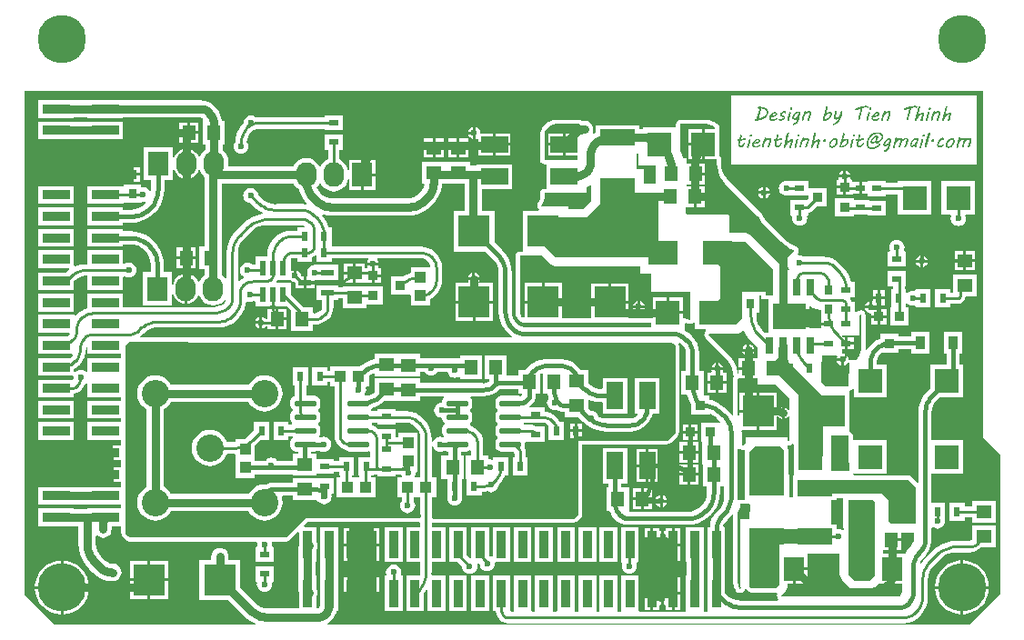
<source format=gtl>
G04*
G04 #@! TF.GenerationSoftware,Altium Limited,Altium Designer,20.2.7 (254)*
G04*
G04 Layer_Physical_Order=1*
G04 Layer_Color=255*
%FSLAX25Y25*%
%MOIN*%
G70*
G04*
G04 #@! TF.SameCoordinates,2A94134D-DB51-4003-A73D-B3C5D03A2459*
G04*
G04*
G04 #@! TF.FilePolarity,Positive*
G04*
G01*
G75*
%ADD12C,0.01000*%
%ADD30R,0.03543X0.03740*%
%ADD46R,0.03740X0.03543*%
%ADD53C,0.03150*%
%ADD54C,0.01575*%
%ADD55R,0.09843X0.05906*%
%ADD56R,0.03543X0.02362*%
%ADD57R,0.02559X0.06004*%
%ADD58R,0.12205X0.09449*%
%ADD59R,0.02362X0.03543*%
%ADD60R,0.11811X0.11811*%
%ADD61R,0.05000X0.05500*%
%ADD62R,0.03150X0.03543*%
%ADD63R,0.03543X0.04724*%
%ADD64R,0.03543X0.04724*%
%ADD65R,0.04921X0.02362*%
%ADD66R,0.09843X0.03347*%
%ADD67R,0.03347X0.09843*%
%ADD68R,0.09055X0.09055*%
%ADD69R,0.11811X0.11811*%
%ADD70R,0.09000X0.09055*%
%ADD71R,0.10630X0.08661*%
%ADD72R,0.12992X0.05906*%
%ADD73R,0.05500X0.05000*%
%ADD74R,0.04331X0.03937*%
%ADD75R,0.02362X0.05512*%
%ADD76R,0.03937X0.04331*%
%ADD77R,0.05906X0.09843*%
G04:AMPARAMS|DCode=78|XSize=77.17mil|YSize=22.44mil|CornerRadius=5.5mil|HoleSize=0mil|Usage=FLASHONLY|Rotation=0.000|XOffset=0mil|YOffset=0mil|HoleType=Round|Shape=RoundedRectangle|*
%AMROUNDEDRECTD78*
21,1,0.07717,0.01145,0,0,0.0*
21,1,0.06617,0.02244,0,0,0.0*
1,1,0.01100,0.03309,-0.00572*
1,1,0.01100,-0.03309,-0.00572*
1,1,0.01100,-0.03309,0.00572*
1,1,0.01100,0.03309,0.00572*
%
%ADD78ROUNDEDRECTD78*%
%ADD79C,0.17717*%
%ADD80O,0.07500X0.09000*%
%ADD81R,0.07500X0.09000*%
%ADD82C,0.10039*%
%ADD83C,0.02756*%
%ADD84C,0.02362*%
G36*
X408823Y371390D02*
X408418Y370784D01*
X408348Y370433D01*
X410472D01*
Y369433D01*
X408348D01*
X408418Y369082D01*
X408552Y368882D01*
X408316Y368441D01*
X403492D01*
Y364488D01*
Y360535D01*
X407794D01*
Y358780D01*
X395787D01*
Y368182D01*
X395932Y368909D01*
X396216Y369594D01*
X396628Y370210D01*
X397227Y370810D01*
X398019Y371339D01*
X398900Y371704D01*
X399835Y371890D01*
X408643D01*
X408823Y371390D01*
D02*
G37*
G36*
X366429Y340118D02*
X362441D01*
Y325157D01*
X373995D01*
X376707Y322446D01*
X376801Y322383D01*
X377678Y321314D01*
X378383Y319996D01*
X378817Y318566D01*
X378952Y317189D01*
X378930Y317078D01*
Y303170D01*
X378951Y303067D01*
X379078Y301449D01*
X379481Y299771D01*
X380141Y298176D01*
X381043Y296705D01*
X382097Y295471D01*
X382155Y295384D01*
X382175Y295370D01*
X383540Y294250D01*
X383942Y294035D01*
X383821Y293550D01*
X264963D01*
X264567Y293629D01*
X247752D01*
X247573Y294129D01*
X248521Y294907D01*
X248543Y294921D01*
X248685Y295063D01*
X248740Y295145D01*
X249864Y296068D01*
X251232Y296799D01*
X252716Y297249D01*
X254164Y297392D01*
X254260Y297373D01*
X276468D01*
Y297371D01*
X278192Y297541D01*
X279850Y298044D01*
X281378Y298860D01*
X282718Y299959D01*
X282716Y299961D01*
X283743Y300988D01*
X283743Y300988D01*
X283745Y300986D01*
X284860Y302344D01*
X285688Y303893D01*
X286198Y305574D01*
X286289Y306504D01*
X286823Y306822D01*
X287155Y306685D01*
X287874Y306590D01*
X288593Y306685D01*
X289264Y306963D01*
X289764Y306716D01*
Y304961D01*
X295276D01*
Y305535D01*
X295760D01*
Y309291D01*
X296760D01*
Y305535D01*
X297244D01*
Y304961D01*
X301339D01*
X302709Y303591D01*
Y296108D01*
X310858D01*
Y298318D01*
X311316D01*
X311362Y298327D01*
X312777Y298466D01*
X314182Y298892D01*
X315476Y299584D01*
X316575Y300486D01*
X316614Y300512D01*
X316680Y300611D01*
X317352Y301430D01*
X317907Y302467D01*
X318248Y303593D01*
X318352Y304647D01*
X318375Y304764D01*
Y307283D01*
X320295D01*
Y307924D01*
X321738D01*
Y304260D01*
X330388D01*
Y305551D01*
X336437D01*
Y312244D01*
X330388D01*
Y312409D01*
X321738D01*
Y312155D01*
X320295D01*
Y312795D01*
X312224D01*
Y307283D01*
X314144D01*
Y304764D01*
X314157Y304700D01*
X314032Y304072D01*
X313676Y303540D01*
X313622Y303504D01*
X313590Y303456D01*
X312956Y302969D01*
X312165Y302642D01*
X311373Y302537D01*
X311316Y302549D01*
X310858D01*
Y304758D01*
X307389D01*
X306848Y305417D01*
X306812Y305471D01*
X302756Y309527D01*
Y313622D01*
X297689D01*
X297442Y314122D01*
X297664Y314411D01*
X297827Y314803D01*
X302682D01*
X302763Y314683D01*
X303485Y314200D01*
X304335Y314031D01*
X304532Y313870D01*
Y311598D01*
X307492D01*
Y313779D01*
Y315961D01*
X306801D01*
X306559Y316255D01*
X306390Y317106D01*
X305908Y317828D01*
X305187Y318310D01*
X304836Y318379D01*
Y316255D01*
X303836D01*
Y318379D01*
X303485Y318310D01*
X303256Y318157D01*
X302756Y318424D01*
Y322528D01*
X302920Y322638D01*
X303411Y322735D01*
X303454Y322727D01*
X305052D01*
Y321496D01*
X310564D01*
Y323063D01*
X311058Y323268D01*
X311701Y323761D01*
X312056Y323647D01*
X312201Y323533D01*
Y321496D01*
X317713D01*
Y322727D01*
X331088D01*
X331235Y322317D01*
X331252Y322227D01*
X330780Y321520D01*
X330710Y321169D01*
X334959D01*
X334889Y321520D01*
X334417Y322227D01*
X334434Y322317D01*
X334581Y322727D01*
X350315D01*
X350381Y322740D01*
X351261Y322624D01*
X352142Y322259D01*
X352899Y321679D01*
X353480Y320922D01*
X353845Y320040D01*
X353867Y319873D01*
X353424Y319409D01*
X346693D01*
Y317291D01*
X346265Y317189D01*
X344510Y316461D01*
X343731Y315984D01*
X339390D01*
Y309291D01*
X346280D01*
X346693Y309082D01*
Y305236D01*
X353780D01*
Y307738D01*
X354647Y308201D01*
X355851Y309189D01*
X356838Y310392D01*
X357572Y311765D01*
X358024Y313254D01*
X358174Y314779D01*
X358178Y314803D01*
Y319094D01*
X358173Y319122D01*
X358025Y320628D01*
X357577Y322103D01*
X356851Y323462D01*
X355873Y324653D01*
X354682Y325630D01*
X353323Y326357D01*
X351849Y326804D01*
X350343Y326952D01*
X350315Y326958D01*
X317713D01*
Y334016D01*
X316580D01*
X316476Y334447D01*
X315749Y336203D01*
X314756Y337823D01*
X314276Y338386D01*
X314550Y338834D01*
X316401Y338389D01*
X318465Y338227D01*
Y338241D01*
X345197D01*
Y338227D01*
X347260Y338389D01*
X349273Y338873D01*
X351185Y339665D01*
X352950Y340746D01*
X354524Y342090D01*
X355868Y343664D01*
X356949Y345429D01*
X357741Y347341D01*
X358225Y349354D01*
X358276Y350008D01*
X359286D01*
X359522Y350008D01*
X359522Y350008D01*
X359770Y350047D01*
Y350047D01*
X366429D01*
Y340118D01*
D02*
G37*
G36*
X430256Y356811D02*
X436413D01*
Y351136D01*
X436346D01*
Y350001D01*
X432165D01*
Y355236D01*
X429528D01*
X429528Y360889D01*
X430256D01*
Y356811D01*
D02*
G37*
G36*
X303813Y349872D02*
X304667Y348759D01*
X305779Y347906D01*
X305785Y347903D01*
X305920Y347341D01*
X306712Y345429D01*
X307793Y343664D01*
X308498Y342839D01*
X308216Y342400D01*
X306698Y342549D01*
Y342548D01*
X297410D01*
X297313Y342529D01*
X295866Y342672D01*
X294382Y343122D01*
X293014Y343853D01*
X291889Y344776D01*
X291835Y344858D01*
X290779Y345914D01*
X290717Y346389D01*
X290439Y347059D01*
X289997Y347635D01*
X289421Y348077D01*
X288751Y348354D01*
X288032Y348449D01*
X287312Y348354D01*
X286642Y348077D01*
X286066Y347635D01*
X285624Y347059D01*
X285347Y346389D01*
X285252Y345669D01*
X285347Y344950D01*
X285624Y344279D01*
X286066Y343704D01*
X286642Y343262D01*
X287312Y342984D01*
X287787Y342922D01*
X288843Y341866D01*
X288866Y341851D01*
X290290Y340634D01*
X291911Y339641D01*
X292396Y339440D01*
X292318Y338946D01*
X292129Y338931D01*
X290281Y338488D01*
X288525Y337760D01*
X286905Y336767D01*
X285480Y335551D01*
X285457Y335535D01*
X282519Y332597D01*
X282491Y332555D01*
X281378Y331252D01*
X280455Y329747D01*
X279780Y328116D01*
X279368Y326399D01*
X279233Y324689D01*
X279223Y324639D01*
Y315433D01*
X278723Y315264D01*
X278124Y316044D01*
X277503Y316520D01*
Y350130D01*
X303706D01*
X303813Y349872D01*
D02*
G37*
G36*
X412874Y349332D02*
Y343823D01*
X410680Y341630D01*
X410680D01*
Y341629D01*
X409787Y340736D01*
X404370D01*
Y341693D01*
X394878D01*
X394656Y342193D01*
X394780Y342330D01*
X395264Y343053D01*
X395596Y343857D01*
X395766Y344710D01*
X395787Y345144D01*
Y346575D01*
X411063D01*
Y348861D01*
X411703Y349126D01*
X412438Y349576D01*
X412874Y349332D01*
D02*
G37*
G36*
X307659Y334730D02*
X307822Y334515D01*
X307574Y334015D01*
X305052D01*
Y332784D01*
X302741D01*
X302727Y332782D01*
X301148Y332626D01*
X299617Y332162D01*
X298206Y331407D01*
X296980Y330401D01*
X296969Y330394D01*
X296965Y330398D01*
X295765Y328936D01*
X294873Y327267D01*
X294324Y325457D01*
X294139Y323575D01*
X293684Y323465D01*
X293504D01*
Y323465D01*
X289764D01*
Y320334D01*
X288709D01*
X288329Y320626D01*
X287658Y320903D01*
X286939Y320998D01*
X286220Y320903D01*
X285549Y320626D01*
X284974Y320184D01*
X284532Y319608D01*
X284254Y318938D01*
X284159Y318218D01*
X284254Y317499D01*
X284532Y316829D01*
X284974Y316253D01*
X285364Y315953D01*
X285360Y315384D01*
X284624Y314990D01*
X283906Y314401D01*
X283454Y314615D01*
Y324639D01*
X283438Y324722D01*
X283565Y326014D01*
X283966Y327337D01*
X284617Y328556D01*
X285441Y329559D01*
X285511Y329606D01*
X288449Y332544D01*
X288504Y332626D01*
X289628Y333548D01*
X290996Y334279D01*
X292480Y334730D01*
X293927Y334872D01*
X294024Y334853D01*
X306847D01*
X306944Y334872D01*
X307659Y334730D01*
D02*
G37*
G36*
X424488Y348622D02*
Y346339D01*
X426260Y344567D01*
X426929Y345236D01*
X437520D01*
Y323031D01*
X399803D01*
X394409Y328425D01*
X395276Y329291D01*
Y335748D01*
X397087Y337559D01*
X411102D01*
X416181Y342638D01*
Y347559D01*
X417402D01*
X418976Y349134D01*
X424488Y348622D01*
D02*
G37*
G36*
X456287Y371688D02*
X457241Y371293D01*
X458100Y370719D01*
X458303Y370516D01*
X458096Y370016D01*
X454405D01*
Y364488D01*
Y358961D01*
X458976D01*
Y357252D01*
X459024Y356272D01*
X459407Y354349D01*
X460157Y352538D01*
X461246Y350908D01*
X461905Y350181D01*
X473978Y338109D01*
X474021Y338005D01*
X475143Y336173D01*
X476539Y334539D01*
X476546Y334547D01*
X482421Y328673D01*
X482413Y328665D01*
X484047Y327270D01*
X485879Y326147D01*
X487225Y325589D01*
Y325048D01*
X486832Y324885D01*
X485927Y324191D01*
X485233Y323286D01*
X484796Y322233D01*
X484648Y321102D01*
X484796Y319972D01*
X485233Y318918D01*
X485343Y318775D01*
X485097Y318275D01*
X483716D01*
Y316125D01*
X483645D01*
Y312123D01*
X482646D01*
Y316125D01*
X482575D01*
Y318275D01*
X482547D01*
Y318819D01*
X482439Y319641D01*
X482121Y320407D01*
X481616Y321065D01*
X471656Y331026D01*
X470998Y331531D01*
X470232Y331848D01*
X469410Y331956D01*
X467727D01*
Y332063D01*
X463436D01*
Y338362D01*
X462924Y338874D01*
X447736D01*
X447646Y339337D01*
X447646D01*
Y341486D01*
X450496D01*
Y345236D01*
Y348986D01*
X447713D01*
Y349872D01*
X450563D01*
Y353622D01*
X451063D01*
D01*
X450563D01*
Y357372D01*
X447713D01*
Y359522D01*
X446406D01*
X446110Y360753D01*
X445555Y362092D01*
Y371890D01*
X455274D01*
X456287Y371688D01*
D02*
G37*
G36*
X479370Y318819D02*
Y309921D01*
X478819Y309370D01*
X477677Y310512D01*
X468071D01*
Y300433D01*
X465906Y298268D01*
X458661D01*
X458347Y305039D01*
X460118Y306811D01*
X460118Y319803D01*
X457520Y322402D01*
X461260Y327323D01*
X462716Y328780D01*
X469410D01*
X479370Y318819D01*
D02*
G37*
G36*
X494068Y304520D02*
X495414Y303962D01*
X496858Y303772D01*
Y303772D01*
X497283Y303592D01*
Y301155D01*
X497283Y301155D01*
X497126Y300749D01*
X497126D01*
X497126Y300720D01*
Y299068D01*
X499897D01*
Y298068D01*
X497126D01*
Y296920D01*
X492748D01*
Y297323D01*
X489409D01*
X490003Y300946D01*
X485645D01*
Y301946D01*
X490166D01*
X490512Y304055D01*
X490551Y304020D01*
X490638Y303961D01*
X490736Y303921D01*
X490839Y303900D01*
X490892Y303898D01*
X492748D01*
Y304903D01*
X493248Y305149D01*
X494068Y304520D01*
D02*
G37*
G36*
X397557Y320785D02*
X398215Y320280D01*
X398981Y319963D01*
X399803Y319855D01*
X430719D01*
Y317102D01*
X434932D01*
Y310527D01*
X435129Y310331D01*
X449337D01*
Y300431D01*
X448922Y300153D01*
X448525Y300317D01*
X446602Y300700D01*
X446487Y300706D01*
Y302232D01*
X435487D01*
Y300748D01*
X426641D01*
Y306090D01*
X419735D01*
X412830D01*
Y300748D01*
X402220D01*
Y306153D01*
X395315D01*
X388409D01*
Y301183D01*
X387909Y300898D01*
X387865Y300916D01*
X387623Y301078D01*
X387323Y301378D01*
X387014Y301840D01*
X386801Y302354D01*
X386693Y302899D01*
Y323583D01*
X394759D01*
X397557Y320785D01*
D02*
G37*
G36*
X450672Y299186D02*
X450912Y299053D01*
Y296630D01*
X454733D01*
X454865Y296389D01*
X454934Y296130D01*
X454627Y295669D01*
X454435Y295207D01*
X454313Y294593D01*
X454435Y293979D01*
X454783Y293458D01*
X462404Y285837D01*
X462957Y285227D01*
X463892Y283827D01*
X464522Y282308D01*
X464850Y280657D01*
X464861Y280440D01*
X464932Y280155D01*
X464996Y279868D01*
X465008Y279852D01*
X465013Y279832D01*
X465188Y279596D01*
X465263Y279489D01*
X465192Y279423D01*
X465116Y279254D01*
X465013Y279100D01*
X464987Y278972D01*
X464933Y278853D01*
X464927Y278667D01*
X464890Y278486D01*
Y265291D01*
X464390Y265112D01*
X463438Y266272D01*
X463435Y266270D01*
X463435Y266270D01*
X462152Y267554D01*
X462095Y267592D01*
X460666Y268812D01*
X459007Y269828D01*
X457209Y270573D01*
X456260Y270801D01*
Y272224D01*
X453762D01*
X453741Y272262D01*
X454024Y272762D01*
X454024D01*
Y281411D01*
X452357D01*
Y287947D01*
X452350Y287985D01*
X452184Y289667D01*
X451682Y291320D01*
X450868Y292845D01*
X449795Y294151D01*
X449774Y294183D01*
X449695Y294236D01*
X448405Y295338D01*
X447092Y296142D01*
X447062Y296630D01*
X447062Y296630D01*
X447062Y296630D01*
Y298577D01*
X447448Y298894D01*
X448056Y298774D01*
X448307Y298670D01*
X448462Y298639D01*
X448608Y298578D01*
X448767D01*
X448922Y298547D01*
X449077Y298578D01*
X449235D01*
X449381Y298639D01*
X449536Y298670D01*
X449668Y298757D01*
X449814Y298818D01*
X450230Y299096D01*
X450341Y299207D01*
X450412Y299255D01*
X450672Y299186D01*
D02*
G37*
G36*
X475291Y307546D02*
X477968D01*
Y295346D01*
X476560D01*
X475739Y296166D01*
X475658Y296221D01*
X474735Y297345D01*
X474004Y298713D01*
X473554Y300198D01*
X473411Y301645D01*
X473430Y301742D01*
Y302588D01*
X474464D01*
Y308906D01*
X475291D01*
Y307546D01*
D02*
G37*
G36*
X511772Y301970D02*
Y289724D01*
Y289181D01*
X511560Y288116D01*
X511144Y287113D01*
X510541Y286211D01*
X510157Y285827D01*
X510134Y285803D01*
Y285803D01*
X509798Y285433D01*
X507750D01*
X507425Y285512D01*
X507209Y285821D01*
X507094Y286402D01*
X506612Y287124D01*
X505890Y287606D01*
X505039Y287775D01*
X504819Y287956D01*
Y289317D01*
X505736D01*
Y291498D01*
Y293679D01*
X504819D01*
Y294316D01*
X511157D01*
Y299726D01*
X511197D01*
Y301783D01*
X511697Y302028D01*
X511772Y301970D01*
D02*
G37*
G36*
X228268Y290196D02*
Y287579D01*
X240584D01*
Y286044D01*
X228268D01*
Y281132D01*
X227768Y280962D01*
X227753Y280981D01*
X227177Y281423D01*
X226507Y281701D01*
X225787Y281795D01*
X225068Y281701D01*
X224398Y281423D01*
X223822Y280981D01*
X223768Y280911D01*
X223268Y281080D01*
Y282025D01*
X223700Y282256D01*
X225121Y283422D01*
X225121Y283422D01*
X225195Y283502D01*
X225433Y283792D01*
X225434Y283793D01*
X225442Y283802D01*
X226262Y284801D01*
X227054Y286284D01*
X227542Y287892D01*
X227707Y289565D01*
X227707D01*
X227744Y290049D01*
X227768Y290229D01*
X228268Y290196D01*
D02*
G37*
G36*
X503149Y286648D02*
X502985Y286402D01*
X502915Y286051D01*
X505039D01*
Y285551D01*
X505539D01*
Y283427D01*
X505890Y283497D01*
X506612Y283979D01*
X506980Y284530D01*
X507480Y284379D01*
Y280855D01*
X507253Y279712D01*
X507205Y278732D01*
Y275659D01*
X498716D01*
X497439Y276936D01*
X497286Y277391D01*
X497286D01*
X497286Y277391D01*
Y284617D01*
X497575D01*
Y287088D01*
X502913D01*
X503149Y286648D01*
D02*
G37*
G36*
X358871Y271568D02*
X358430Y270909D01*
X358265Y270080D01*
Y269845D01*
X358110Y269709D01*
X357391Y269614D01*
X356720Y269336D01*
X356145Y268895D01*
X355703Y268319D01*
X355425Y267649D01*
X355331Y266929D01*
X355425Y266210D01*
X355703Y265539D01*
X356145Y264964D01*
X356720Y264522D01*
X357391Y264244D01*
X358110Y264149D01*
X358265Y264013D01*
Y263936D01*
X358430Y263107D01*
X358900Y262404D01*
X359118Y262258D01*
Y261758D01*
X358900Y261612D01*
X358430Y260909D01*
X358265Y260080D01*
Y258936D01*
X358430Y258107D01*
X358815Y257532D01*
X358483Y257128D01*
X358278Y257212D01*
X357559Y257307D01*
X356840Y257212D01*
X356169Y256935D01*
X355593Y256493D01*
X355152Y255917D01*
X354938Y255402D01*
X354438Y255501D01*
Y256342D01*
X354426Y256402D01*
X354297Y258038D01*
X353900Y259693D01*
X353249Y261265D01*
X352360Y262716D01*
X351294Y263965D01*
X351260Y264016D01*
X351261Y264017D01*
X349912Y265125D01*
X348372Y265948D01*
X346701Y266455D01*
X344964Y266626D01*
Y266623D01*
X341299D01*
Y267319D01*
X334606D01*
Y266623D01*
X332343D01*
X332141Y266758D01*
Y267258D01*
X332360Y267404D01*
X332662Y267856D01*
X334118Y268459D01*
X335777Y269476D01*
X336953Y270480D01*
X341423D01*
Y270402D01*
X350073D01*
Y272068D01*
X358751D01*
X358871Y271568D01*
D02*
G37*
G36*
X468860Y296142D02*
X469115Y295526D01*
X470238Y293694D01*
X471633Y292060D01*
X471641Y292068D01*
X473716Y289992D01*
Y286062D01*
X470964D01*
Y282312D01*
Y278562D01*
X473815D01*
Y276413D01*
X480670D01*
X485603Y271479D01*
Y267217D01*
X485103Y267066D01*
X484801Y267517D01*
X484079Y267999D01*
X483728Y268069D01*
Y265945D01*
Y263821D01*
X484079Y263890D01*
X484801Y264372D01*
X485103Y264824D01*
X485603Y264673D01*
Y256890D01*
X485587D01*
Y255899D01*
X485087Y255652D01*
X484886Y255806D01*
Y256890D01*
X482490D01*
X482283Y256917D01*
X472756D01*
X472549Y256890D01*
X469587D01*
Y255064D01*
X468580Y254057D01*
X468526Y253987D01*
X468026Y254156D01*
Y258959D01*
X468029D01*
X468000Y259331D01*
X468339Y259698D01*
X473531D01*
Y266104D01*
X467126D01*
Y265133D01*
X466626Y264906D01*
X466496Y265019D01*
Y278486D01*
X466964Y278562D01*
Y278562D01*
X469964D01*
Y281812D01*
X466964D01*
Y280531D01*
X466464Y280519D01*
X466448Y280854D01*
X466066Y282776D01*
X465315Y284588D01*
X464226Y286217D01*
X463567Y286945D01*
X455919Y294593D01*
X456110Y295055D01*
X464637D01*
Y295091D01*
X465906D01*
X466728Y295199D01*
X467494Y295516D01*
X468152Y296021D01*
X468370Y296239D01*
X468860Y296142D01*
D02*
G37*
G36*
X346181Y262263D02*
X347316Y261793D01*
X348215Y261103D01*
X348268Y261024D01*
X348333Y260981D01*
X349110Y260033D01*
X349724Y258884D01*
X350102Y257638D01*
X350222Y256418D01*
X350207Y256342D01*
Y242244D01*
X348427D01*
X348227Y242744D01*
X348472Y243336D01*
X348567Y244055D01*
X348554Y244152D01*
X348884Y244528D01*
X349252D01*
Y251220D01*
Y258701D01*
X342165D01*
Y257076D01*
X341300D01*
Y260170D01*
X334735D01*
X334728Y260180D01*
X333706Y260964D01*
X332517Y261457D01*
X332458Y261465D01*
X332360Y261612D01*
X332364Y262185D01*
X332586Y262392D01*
X334606D01*
Y261807D01*
X341299D01*
Y262392D01*
X344964D01*
X345057Y262411D01*
X346181Y262263D01*
D02*
G37*
G36*
X441755Y291142D02*
X442677Y290219D01*
Y259134D01*
X440394Y256850D01*
X409413D01*
Y258910D01*
X405050D01*
Y256638D01*
X407232D01*
Y229112D01*
X406309Y228189D01*
X406191Y228307D01*
X354438D01*
Y235157D01*
X356063D01*
Y242244D01*
X354438D01*
Y253554D01*
X354938Y253653D01*
X355152Y253138D01*
X355593Y252562D01*
X356169Y252120D01*
X356840Y251843D01*
X357559Y251748D01*
X358278Y251843D01*
X358899Y252099D01*
X359356D01*
X359603Y251934D01*
X360432Y251769D01*
X360439D01*
Y250506D01*
X358000D01*
Y241856D01*
X360091D01*
Y235669D01*
X360091Y235669D01*
X360091D01*
X360110Y235169D01*
X360068Y234845D01*
X360162Y234125D01*
X360440Y233455D01*
X360882Y232879D01*
X361457Y232437D01*
X362128Y232160D01*
X362847Y232065D01*
X363567Y232160D01*
X364237Y232437D01*
X364813Y232879D01*
X365254Y233455D01*
X365532Y234125D01*
X365627Y234845D01*
X365584Y235169D01*
X365603Y235669D01*
X365603Y235669D01*
X365603Y235669D01*
Y241856D01*
X366150D01*
Y250506D01*
X365256D01*
Y251769D01*
X367049D01*
X367878Y251934D01*
X368459Y252323D01*
X368959Y252140D01*
Y250506D01*
X367000D01*
Y241856D01*
X367241D01*
Y235669D01*
X372752D01*
Y236926D01*
X374279Y237076D01*
X374755Y237221D01*
X375383Y236961D01*
X376102Y236866D01*
X376822Y236961D01*
X377492Y237238D01*
X378068Y237680D01*
X378510Y238256D01*
X378787Y238926D01*
X378857Y239456D01*
X379094Y239650D01*
X380263Y241075D01*
X381132Y242701D01*
X381209Y242953D01*
X382484D01*
Y249646D01*
X376972D01*
Y249094D01*
X376556Y248816D01*
X376435Y248866D01*
X375715Y248961D01*
X375525Y248936D01*
X375150Y249266D01*
Y250506D01*
X373190D01*
Y255135D01*
X373170Y255237D01*
X373059Y256367D01*
X372699Y257551D01*
X372116Y258642D01*
X371396Y259520D01*
X371338Y259606D01*
X371275Y259648D01*
X370290Y260456D01*
X369101Y261092D01*
X368884Y261158D01*
X368580Y261612D01*
X368362Y261758D01*
Y262258D01*
X368580Y262404D01*
X369050Y263107D01*
X369215Y263936D01*
Y265080D01*
X369050Y265909D01*
X368580Y266612D01*
X368362Y266758D01*
Y267258D01*
X368580Y267404D01*
X369050Y268107D01*
X369215Y268936D01*
Y270080D01*
X369050Y270909D01*
X368610Y271568D01*
X368729Y272068D01*
X373309D01*
X373369Y272080D01*
X374939Y272235D01*
X376507Y272710D01*
X377952Y273482D01*
X379172Y274483D01*
X379223Y274517D01*
X379244Y274549D01*
X379526Y274738D01*
X379858Y274804D01*
X379896Y274796D01*
X386189D01*
Y272980D01*
X387368D01*
X387538Y272480D01*
X387234Y272247D01*
X386994Y272148D01*
X386497Y272246D01*
X379880D01*
X379051Y272081D01*
X378349Y271612D01*
X377879Y270909D01*
X377714Y270080D01*
Y268936D01*
X377879Y268107D01*
X378349Y267404D01*
X378567Y267258D01*
Y266758D01*
X378349Y266612D01*
X377879Y265909D01*
X377714Y265080D01*
Y263936D01*
X377879Y263107D01*
X378349Y262404D01*
X378567Y262258D01*
Y261758D01*
X378349Y261612D01*
X377879Y260909D01*
X377714Y260080D01*
Y258936D01*
X377879Y258107D01*
X378349Y257404D01*
X378567Y257258D01*
Y256758D01*
X378349Y256612D01*
X377879Y255909D01*
X377714Y255080D01*
Y253936D01*
X377879Y253107D01*
X378349Y252404D01*
X379051Y251934D01*
X379880Y251769D01*
X384435D01*
X384662Y251430D01*
X384772Y250873D01*
X384762Y250820D01*
Y249646D01*
X384121D01*
Y242953D01*
X389633D01*
Y249646D01*
X388993D01*
Y250820D01*
X389002D01*
X388804Y252324D01*
X388487Y253089D01*
X388499Y253107D01*
X388664Y253936D01*
Y255080D01*
X388853Y255338D01*
X389116Y255367D01*
X395788D01*
Y260879D01*
X393148D01*
X392801Y261145D01*
X391960Y261494D01*
X391217Y261592D01*
X391056Y261623D01*
X388166D01*
X388023Y261910D01*
X388033Y262185D01*
X388255Y262392D01*
X394984D01*
X395033Y262402D01*
X395760Y262307D01*
X396483Y262007D01*
X397105Y261530D01*
X397326Y261241D01*
Y256063D01*
X402838D01*
Y262756D01*
X401329D01*
X400977Y263414D01*
X400081Y264506D01*
X398988Y265403D01*
X397742Y266069D01*
X396390Y266479D01*
X395787Y266538D01*
Y268028D01*
X390429D01*
X390250Y268528D01*
X391153Y269269D01*
X391231Y269321D01*
X391266Y269373D01*
X392009Y270342D01*
X392500Y271528D01*
X392660Y272738D01*
X392672Y272801D01*
Y272980D01*
X394339D01*
Y280305D01*
X394782Y280519D01*
X395189Y280264D01*
Y272980D01*
X396916D01*
X397015Y271979D01*
X397210Y271334D01*
X397042Y271114D01*
X396764Y270444D01*
X396669Y269724D01*
X396764Y269005D01*
X397042Y268335D01*
X397483Y267759D01*
X398059Y267317D01*
X398729Y267039D01*
X399449Y266945D01*
X400168Y267039D01*
X400299Y267093D01*
X401128Y266650D01*
X402258Y266307D01*
X403156Y266219D01*
Y264508D01*
X408149D01*
X409896Y262761D01*
X409952Y262723D01*
X411381Y261503D01*
X413040Y260487D01*
X414838Y259742D01*
X416730Y259288D01*
X418603Y259140D01*
X418670Y259127D01*
X427006D01*
X427055Y259137D01*
X428681Y259297D01*
X430292Y259786D01*
X431776Y260579D01*
X433040Y261616D01*
X433081Y261643D01*
X433094Y261663D01*
X434214Y263028D01*
X435058Y264606D01*
X435416Y265787D01*
X437874D01*
Y278780D01*
X428819D01*
Y265787D01*
X429718D01*
X429939Y265339D01*
X429761Y265107D01*
X429675Y265050D01*
X429626Y264976D01*
X428907Y264425D01*
X427990Y264045D01*
X427093Y263927D01*
X427006Y263944D01*
X418670D01*
X418559Y263922D01*
X417182Y264057D01*
X415752Y264491D01*
X415656Y264543D01*
X415615Y264853D01*
X415337Y265524D01*
X414895Y266099D01*
X414320Y266541D01*
X413649Y266819D01*
X412930Y266914D01*
X412599Y266870D01*
X411805Y267664D01*
Y270572D01*
X412221Y270850D01*
X413090Y270490D01*
X414982Y270036D01*
X416855Y269888D01*
X416922Y269875D01*
X417008D01*
Y265787D01*
X426063D01*
Y278780D01*
X417008D01*
Y275088D01*
X416508Y274700D01*
X415434Y274805D01*
X414004Y275239D01*
X412686Y275944D01*
X411805Y276667D01*
Y281658D01*
X408901D01*
X408593Y282234D01*
X407643Y283391D01*
X406486Y284341D01*
X405166Y285046D01*
X403734Y285481D01*
X402339Y285618D01*
X402244Y285637D01*
X395907D01*
X395850Y285626D01*
X394263Y285469D01*
X392683Y284990D01*
X391226Y284211D01*
X389949Y283163D01*
X388901Y281886D01*
X388764Y281629D01*
X386189D01*
Y279613D01*
X381961D01*
Y286884D01*
X373811D01*
Y278234D01*
X375477D01*
Y277630D01*
X375096Y277337D01*
X374234Y276980D01*
X373390Y276869D01*
X373309Y276885D01*
X350073D01*
Y278551D01*
X342002D01*
Y278630D01*
X333352D01*
Y273684D01*
X332724Y273168D01*
X331406Y272464D01*
X330689Y272246D01*
X330043D01*
X329796Y272746D01*
X330006Y273020D01*
X330283Y273690D01*
X330378Y274409D01*
X330283Y275129D01*
X330201Y275327D01*
X330536Y275827D01*
X331378D01*
Y279592D01*
X331650Y279816D01*
X332852Y280458D01*
X333282Y280288D01*
X333352Y280236D01*
Y279480D01*
X341423D01*
Y279402D01*
X350073D01*
Y281068D01*
X351734D01*
X351766Y280992D01*
X352208Y280416D01*
X352783Y279974D01*
X353454Y279696D01*
X354173Y279602D01*
X354893Y279696D01*
X355563Y279974D01*
X356139Y280416D01*
X356580Y280992D01*
X356612Y281068D01*
X360166D01*
X360189Y280895D01*
X360467Y280224D01*
X360909Y279649D01*
X361484Y279207D01*
X362155Y278929D01*
X362874Y278835D01*
X363593Y278929D01*
X364264Y279207D01*
X364363Y279283D01*
X364811Y279062D01*
Y278234D01*
X372961D01*
Y286884D01*
X364811D01*
Y285885D01*
X350073D01*
Y287551D01*
X342002D01*
Y287630D01*
X333352D01*
Y285581D01*
X332054Y285270D01*
X330257Y284525D01*
X328597Y283508D01*
X327901Y282913D01*
X317205D01*
Y281486D01*
X316181D01*
Y282716D01*
X310669D01*
Y276024D01*
X316181D01*
Y277255D01*
X317205D01*
Y275827D01*
X318711D01*
Y257795D01*
X318706D01*
X318890Y256396D01*
X319430Y255091D01*
X320290Y253971D01*
X321410Y253111D01*
X322512Y252655D01*
X322679Y252404D01*
X323382Y251934D01*
X324211Y251769D01*
X330828D01*
X331440Y251891D01*
X331940Y251568D01*
Y249843D01*
X327634D01*
Y243150D01*
X327924D01*
Y242244D01*
X325196D01*
Y243149D01*
X325997D01*
Y249842D01*
X320485D01*
Y248450D01*
X318386D01*
Y249091D01*
X312238D01*
Y251095D01*
X310322D01*
Y251769D01*
X311379D01*
X312208Y251934D01*
X312455Y252099D01*
X313385D01*
X314005Y251843D01*
X314724Y251748D01*
X315444Y251843D01*
X316114Y252120D01*
X316690Y252562D01*
X317132Y253138D01*
X317409Y253808D01*
X317504Y254528D01*
X317409Y255247D01*
X317132Y255917D01*
X316690Y256493D01*
X316114Y256935D01*
X315444Y257212D01*
X314724Y257307D01*
X314005Y257212D01*
X313550Y257024D01*
X313297Y257113D01*
X313099Y257686D01*
X313381Y258107D01*
X313546Y258936D01*
Y260080D01*
X313381Y260909D01*
X312911Y261612D01*
X312693Y261758D01*
Y262258D01*
X312911Y262404D01*
X313381Y263107D01*
X313546Y263936D01*
Y265080D01*
X313381Y265909D01*
X312911Y266612D01*
X312693Y266758D01*
Y267258D01*
X312911Y267404D01*
X313381Y268107D01*
X313546Y268936D01*
Y270080D01*
X313381Y270909D01*
X312911Y271612D01*
X312208Y272081D01*
X311379Y272246D01*
X308391D01*
Y276023D01*
X309032D01*
Y282716D01*
X303520D01*
Y276023D01*
X304161D01*
Y272127D01*
X303933Y272081D01*
X303231Y271612D01*
X302761Y270909D01*
X302596Y270080D01*
Y268936D01*
X302761Y268107D01*
X303231Y267404D01*
X303449Y267258D01*
Y266758D01*
X303231Y266612D01*
X302761Y265909D01*
X302596Y265080D01*
Y263936D01*
X302761Y263107D01*
X303231Y262404D01*
X303227Y261831D01*
X303005Y261623D01*
X301965D01*
Y262756D01*
X296453D01*
Y256063D01*
X301965D01*
Y257393D01*
X303248D01*
X303449Y257258D01*
Y256758D01*
X303231Y256612D01*
X302761Y255909D01*
X302596Y255080D01*
Y253936D01*
X302761Y253107D01*
X303231Y252404D01*
X303933Y251934D01*
X304762Y251769D01*
X305505D01*
Y251095D01*
X303589D01*
Y248353D01*
X297973D01*
X297637Y248792D01*
X297061Y249234D01*
X296391Y249512D01*
X295671Y249607D01*
X294952Y249512D01*
X294281Y249234D01*
X293706Y248792D01*
X293369Y248353D01*
X289567D01*
Y254025D01*
X290202Y254567D01*
X290225Y254583D01*
X291705Y256063D01*
X294816D01*
Y262755D01*
X289304D01*
Y259645D01*
X287233Y257574D01*
X287179Y257492D01*
X286055Y256570D01*
X285696Y256378D01*
X282480D01*
Y255317D01*
X281755Y255246D01*
X281658Y255265D01*
X279360D01*
X279232Y255685D01*
X278620Y256831D01*
X277796Y257835D01*
X276792Y258659D01*
X275646Y259272D01*
X274403Y259649D01*
X273110Y259776D01*
X271817Y259649D01*
X270574Y259272D01*
X269429Y258659D01*
X268425Y257835D01*
X267601Y256831D01*
X266988Y255685D01*
X266611Y254442D01*
X266484Y253150D01*
X266611Y251857D01*
X266988Y250614D01*
X267601Y249468D01*
X268425Y248464D01*
X269429Y247640D01*
X270574Y247028D01*
X271817Y246651D01*
X273110Y246523D01*
X274403Y246651D01*
X275646Y247028D01*
X276792Y247640D01*
X277796Y248464D01*
X278620Y249468D01*
X279232Y250614D01*
X279360Y251034D01*
X281658D01*
X281686Y251040D01*
X282113Y251073D01*
X282480Y250734D01*
Y248898D01*
Y242205D01*
X289567D01*
Y243536D01*
X303589D01*
Y242945D01*
X312238D01*
Y243579D01*
X318386D01*
Y244219D01*
X320485D01*
Y243149D01*
X320965D01*
Y242244D01*
X319606D01*
Y235157D01*
X333780D01*
Y242244D01*
X332155D01*
Y243150D01*
X333146D01*
Y243409D01*
X334607D01*
Y242769D01*
X341300D01*
Y243409D01*
X342965D01*
Y243408D01*
X342972Y243409D01*
X343093D01*
X343102Y243336D01*
X343348Y242744D01*
X343148Y242244D01*
X341890D01*
Y235157D01*
X343514D01*
Y233792D01*
X343178Y233353D01*
X342900Y232682D01*
X342805Y231963D01*
X342900Y231244D01*
X343178Y230573D01*
X343619Y229997D01*
X344195Y229556D01*
X344866Y229278D01*
X345585Y229183D01*
X346304Y229278D01*
X346975Y229556D01*
X347551Y229997D01*
X347992Y230573D01*
X348270Y231244D01*
X348365Y231963D01*
X348270Y232682D01*
X347992Y233353D01*
X347745Y233675D01*
Y235157D01*
X350207D01*
Y228307D01*
X307835D01*
X300787Y221260D01*
X243915D01*
X242992Y222182D01*
Y290298D01*
X243915Y291220D01*
X441755Y291142D01*
D02*
G37*
G36*
X486921Y254654D02*
X487161Y254521D01*
Y243110D01*
X486700Y243016D01*
X486682D01*
Y234961D01*
X485383D01*
Y243236D01*
X485110D01*
Y252520D01*
X485110Y252520D01*
X484987Y253134D01*
X484676Y253600D01*
X484735Y253803D01*
X484916Y254085D01*
X484933Y254084D01*
X485192Y254050D01*
X485243Y254064D01*
X485297Y254060D01*
X485544Y254145D01*
X485797Y254212D01*
X486297Y254459D01*
X486504Y254618D01*
X486661Y254723D01*
X486921Y254654D01*
D02*
G37*
G36*
X484724Y285157D02*
X497677Y272205D01*
Y250354D01*
X494842Y247520D01*
X489724Y252638D01*
X488779D01*
Y272795D01*
X480512Y281063D01*
X479843D01*
Y284567D01*
X479764Y284646D01*
X481575Y286457D01*
Y289921D01*
X484724D01*
Y285157D01*
D02*
G37*
G36*
X507205Y248642D02*
X507227Y248181D01*
X507407Y247276D01*
X507480Y247100D01*
Y244634D01*
X500886D01*
Y256890D01*
X500854D01*
Y257548D01*
X507205D01*
Y248642D01*
D02*
G37*
G36*
X483504Y252520D02*
Y240591D01*
X479803Y236890D01*
X470827Y240000D01*
Y251811D01*
X472756Y253740D01*
X482283D01*
X483504Y252520D01*
D02*
G37*
G36*
X466964Y252954D02*
X466967Y252949D01*
X467194Y252818D01*
X467412Y252673D01*
X467464Y252662D01*
X467510Y252636D01*
X468010Y252466D01*
X468063Y252459D01*
X468111Y252436D01*
X468372Y252418D01*
X468631Y252384D01*
X468682Y252398D01*
X468736Y252395D01*
X468834Y252428D01*
X468843Y252426D01*
X469149Y252219D01*
X469266Y252037D01*
X469221Y251811D01*
X469221Y251811D01*
Y240000D01*
X469231Y239953D01*
X469224Y239905D01*
X469241Y239839D01*
Y234211D01*
X467666D01*
X467552Y234189D01*
X467436Y234195D01*
X467248Y234128D01*
X467052Y234089D01*
X466955Y234025D01*
X466846Y233986D01*
X466826Y233968D01*
X466413Y234146D01*
X466344Y234217D01*
X466450Y235571D01*
X466464Y235638D01*
Y252639D01*
X466883Y252956D01*
X466964Y252954D01*
D02*
G37*
G36*
X556653Y256929D02*
X562756Y250827D01*
X562795Y199291D01*
X551535Y188307D01*
X316332D01*
X316207Y188807D01*
X316456Y188940D01*
X317406Y189720D01*
X317415Y189711D01*
X318528Y191067D01*
X319355Y192614D01*
X319539Y193221D01*
X320091D01*
Y206213D01*
X320020D01*
Y211213D01*
X320091D01*
Y224205D01*
X313595D01*
Y211213D01*
X313666D01*
Y206213D01*
X313595D01*
Y195503D01*
X313578Y195371D01*
X313320Y194749D01*
X312945Y194261D01*
X312895Y194240D01*
X312217D01*
Y198761D01*
X312439Y199296D01*
X312547Y200118D01*
X312439Y200940D01*
X312217Y201475D01*
Y206213D01*
X311996D01*
Y211213D01*
X312217D01*
Y215951D01*
X312439Y216486D01*
X312547Y217308D01*
X312439Y218130D01*
X312217Y218665D01*
Y224205D01*
X307792D01*
X307601Y224667D01*
X308832Y225899D01*
X326542D01*
D01*
D01*
X331017D01*
D01*
D01*
X349439D01*
X349821Y225975D01*
X350207Y225657D01*
Y224205D01*
X345091D01*
Y211213D01*
X350207D01*
Y207843D01*
X350227Y207746D01*
X350084Y206299D01*
X350058Y206213D01*
X345091D01*
Y193221D01*
X351587D01*
Y200098D01*
X352122Y200724D01*
X352484Y201314D01*
X352965Y201179D01*
Y193221D01*
X359461D01*
Y206213D01*
X354675D01*
X354336Y206580D01*
X354433Y207815D01*
X354438Y207843D01*
Y211213D01*
X359461D01*
Y224205D01*
X354438D01*
Y225561D01*
X354825Y225878D01*
X355315Y225781D01*
X406309D01*
X407231Y225964D01*
X408012Y226486D01*
X408934Y227408D01*
X409457Y228190D01*
X409640Y229112D01*
Y254442D01*
X440394D01*
X441315Y254625D01*
X442097Y255147D01*
X444380Y257431D01*
X444902Y258212D01*
X445086Y259134D01*
Y290219D01*
X444902Y291141D01*
X444725Y291406D01*
X445071Y291788D01*
X445384Y291621D01*
X446314Y290858D01*
X446368Y290777D01*
X446447Y290724D01*
X447031Y289964D01*
X447434Y288991D01*
X447559Y288040D01*
X447540Y287947D01*
Y281411D01*
X445874D01*
Y272762D01*
X447986D01*
X448155Y272054D01*
X448900Y270256D01*
X449567Y269168D01*
Y265335D01*
X456260D01*
Y265335D01*
X456760Y265575D01*
X457614Y265119D01*
X458683Y264242D01*
X458746Y264148D01*
X460019Y262874D01*
X460016Y262828D01*
X459875Y262447D01*
X459824Y262382D01*
X453307D01*
Y255492D01*
X453653D01*
Y247211D01*
X453732D01*
Y239061D01*
X455320D01*
Y236801D01*
X455339Y236702D01*
X455217Y235458D01*
X454825Y234167D01*
X454189Y232977D01*
X453396Y232011D01*
X453312Y231955D01*
X453250Y231861D01*
X452180Y230983D01*
X450862Y230279D01*
X449432Y229845D01*
X448055Y229709D01*
X447944Y229731D01*
X426809D01*
X426740Y230203D01*
X426740D01*
Y238852D01*
X423944D01*
Y240197D01*
X426063D01*
Y253189D01*
X417008D01*
Y240197D01*
X419127D01*
Y238852D01*
X418590D01*
Y230203D01*
X419613D01*
X419776Y229665D01*
X420557Y228204D01*
X421573Y226966D01*
X421604Y226919D01*
X421717Y226844D01*
X422649Y226079D01*
X423830Y225448D01*
X425111Y225059D01*
X426310Y224941D01*
X426444Y224914D01*
X447944D01*
X448011Y224928D01*
X449884Y225075D01*
X451776Y225529D01*
X453574Y226274D01*
X455233Y227291D01*
X456662Y228511D01*
X456719Y228549D01*
X456767Y228622D01*
X457900Y229947D01*
X458856Y231507D01*
X459556Y233198D01*
X459983Y234977D01*
X460120Y236715D01*
X460137Y236801D01*
Y239061D01*
X461647D01*
Y235638D01*
X461669Y235527D01*
X461533Y234151D01*
X461099Y232720D01*
X460395Y231402D01*
X459517Y230333D01*
X459423Y230270D01*
X458769Y229616D01*
X458735Y229565D01*
X457736Y228348D01*
X456966Y226906D01*
X456491Y225342D01*
X456379Y224205D01*
X455485D01*
Y211213D01*
X455556D01*
Y206213D01*
X455485D01*
Y193221D01*
X455035Y193100D01*
X454557D01*
X454107Y193221D01*
X454107Y193600D01*
Y206213D01*
X454036D01*
Y211213D01*
X454107D01*
Y224205D01*
X447611D01*
Y211213D01*
X447682D01*
Y206213D01*
X447611D01*
Y193600D01*
X447611Y193221D01*
X447161Y193100D01*
X430777D01*
X430327Y193221D01*
X430327Y193600D01*
Y206213D01*
X423831D01*
Y193600D01*
X423831Y193221D01*
X423381Y193100D01*
X422903D01*
X422453Y193221D01*
X422453Y193600D01*
Y206213D01*
X415957D01*
Y193600D01*
X415957Y193221D01*
X415507Y193100D01*
X415186D01*
X414736Y193221D01*
X414736Y193600D01*
Y206213D01*
X408240D01*
Y193600D01*
X408240Y193221D01*
X407790Y193100D01*
X407312D01*
X406862Y193221D01*
X406862Y193600D01*
Y206213D01*
X400366D01*
Y193600D01*
X400366Y193221D01*
X399916Y193100D01*
X399281D01*
X398831Y193221D01*
X398831Y193600D01*
Y206213D01*
X392335D01*
Y193600D01*
X392335Y193221D01*
X391885Y193100D01*
X391407D01*
X390957Y193221D01*
X390957Y193600D01*
Y206213D01*
X384461D01*
Y193600D01*
X384461Y193221D01*
X384011Y193100D01*
X383690D01*
X383240Y193221D01*
Y206213D01*
X376744D01*
Y193221D01*
X377909D01*
X378030Y192301D01*
X378472Y191234D01*
X379150Y190350D01*
X379173Y190315D01*
X379172Y190314D01*
X380195Y189529D01*
X381387Y189035D01*
X382665Y188867D01*
Y188869D01*
X527177D01*
Y188867D01*
X528901Y189037D01*
X530559Y189540D01*
X532087Y190356D01*
X533426Y191456D01*
X533430Y191452D01*
X534663Y192955D01*
X535580Y194670D01*
X536145Y196530D01*
X536335Y198466D01*
X536328D01*
Y204559D01*
X536309Y204655D01*
X536451Y206102D01*
X536902Y207587D01*
X537633Y208955D01*
X538555Y210079D01*
X538637Y210134D01*
X541047Y212544D01*
X541102Y212626D01*
X542226Y213548D01*
X543594Y214279D01*
X545079Y214730D01*
X546526Y214872D01*
X546623Y214853D01*
X551496D01*
X551599Y214874D01*
X552723Y214984D01*
X553902Y215342D01*
X554989Y215923D01*
X555759Y216555D01*
X561215D01*
Y224705D01*
X552565D01*
Y219391D01*
X552299Y219213D01*
X551574Y219069D01*
X551496Y219084D01*
X546623D01*
X546595Y219078D01*
X544728Y218932D01*
X542880Y218488D01*
X541124Y217760D01*
X539503Y216767D01*
X538079Y215551D01*
X538056Y215535D01*
X535646Y213126D01*
X535630Y213102D01*
X534414Y211678D01*
X533794Y210666D01*
X533347Y210894D01*
X533654Y211636D01*
X534225Y212379D01*
X534302Y212431D01*
X534354Y212509D01*
X535456Y213799D01*
X536391Y215325D01*
X537076Y216978D01*
X537493Y218718D01*
X537626Y220409D01*
X537645Y220502D01*
Y223878D01*
X538145Y224125D01*
X538465Y223879D01*
X539136Y223601D01*
X539855Y223507D01*
X540575Y223601D01*
X541245Y223879D01*
X541821Y224321D01*
X542262Y224897D01*
X542540Y225567D01*
X542635Y226286D01*
X542611Y226467D01*
Y233070D01*
X537645D01*
Y243701D01*
X549213D01*
Y255906D01*
X537645D01*
Y265740D01*
X537623Y265851D01*
X537758Y267227D01*
X538192Y268657D01*
X538897Y269976D01*
X539774Y271045D01*
X539868Y271108D01*
X540414Y271654D01*
X549213D01*
Y283858D01*
X547857D01*
Y287756D01*
X548795D01*
Y295630D01*
X542102D01*
Y287756D01*
X543040D01*
Y283858D01*
X537008D01*
Y275060D01*
X536462Y274514D01*
X536424Y274457D01*
X535204Y273028D01*
X534187Y271369D01*
X533443Y269572D01*
X532989Y267680D01*
X532841Y265807D01*
X532828Y265740D01*
Y240529D01*
X532366Y240338D01*
X530112Y242592D01*
X529591Y242940D01*
X528976Y243062D01*
X528976Y243062D01*
X509367D01*
X508968Y243562D01*
X508969Y243564D01*
X509122Y243701D01*
X521260D01*
Y255906D01*
X509055D01*
X508810Y256304D01*
Y257548D01*
X508688Y258163D01*
X508340Y258684D01*
X507935Y258954D01*
X507928Y258959D01*
X507928Y258959D01*
X507819Y259032D01*
X507496Y259123D01*
X507496Y259123D01*
Y273682D01*
X507643Y274140D01*
X507819Y274175D01*
X507928Y274248D01*
X507928Y274248D01*
X508082Y274351D01*
X508340Y274523D01*
X508555Y274845D01*
X509055Y274693D01*
Y271654D01*
X521260D01*
Y283858D01*
X517566D01*
Y284606D01*
X517545Y284712D01*
X517685Y285775D01*
X518136Y286864D01*
X518854Y287800D01*
X519181Y288051D01*
X525394D01*
Y289284D01*
X530102D01*
Y287756D01*
X536795D01*
Y295630D01*
X530102D01*
Y294101D01*
X525394D01*
Y294941D01*
X518701D01*
Y293260D01*
X518490Y293195D01*
X516882Y292336D01*
X515474Y291180D01*
X514317Y289771D01*
X513846Y288890D01*
X513346Y289016D01*
Y289026D01*
X513377Y289181D01*
Y289724D01*
Y301970D01*
X513357Y302070D01*
X513365Y302171D01*
X513297Y302375D01*
X513255Y302585D01*
X513199Y302669D01*
X513166Y302766D01*
X513026Y302927D01*
X512907Y303106D01*
X512822Y303162D01*
X512756Y303239D01*
X512681Y303297D01*
X512445Y303415D01*
X512439Y303418D01*
X512386Y303454D01*
X512374Y303456D01*
X512217Y303547D01*
X512167Y303554D01*
X512121Y303577D01*
X511858Y303595D01*
X511596Y303630D01*
X511547Y303617D01*
X511496Y303621D01*
X511246Y303538D01*
X510991Y303470D01*
X510491Y303225D01*
X510281Y303065D01*
X510122Y302959D01*
X509863Y303028D01*
X509622Y303161D01*
Y306813D01*
X508280D01*
X508266Y306920D01*
X507935Y307719D01*
X507758Y307950D01*
X508004Y308450D01*
X509622D01*
Y313962D01*
X508028D01*
X507800Y314912D01*
X507080Y316651D01*
X506097Y318256D01*
X504894Y319664D01*
X504877Y319690D01*
X503386Y321181D01*
X503325Y321221D01*
X502328Y322040D01*
X501127Y322682D01*
X499823Y323077D01*
X498540Y323203D01*
X498468Y323218D01*
X490786D01*
X490406Y323510D01*
X489735Y323787D01*
X489016Y323882D01*
X488934Y323871D01*
X488644Y324337D01*
X488708Y324434D01*
X488831Y325048D01*
Y325589D01*
X488708Y326204D01*
X488361Y326725D01*
X487840Y327073D01*
X486610Y327582D01*
X484994Y328573D01*
X483568Y329790D01*
X483556Y329808D01*
X483556Y329808D01*
X477682Y335682D01*
X477664Y335694D01*
X476447Y337120D01*
X475390Y338844D01*
X475356Y338880D01*
X475113Y339244D01*
X475113Y339244D01*
X463068Y351289D01*
X462515Y351899D01*
X461580Y353299D01*
X460951Y354818D01*
X460622Y356469D01*
X460582Y357292D01*
Y358961D01*
X460460Y359575D01*
X460112Y360096D01*
X459980Y360184D01*
Y370590D01*
X459894D01*
X459787Y371130D01*
X459439Y371651D01*
X459235Y371855D01*
X459103Y371943D01*
X458991Y372055D01*
X458133Y372628D01*
X457987Y372689D01*
X457855Y372777D01*
X456901Y373172D01*
X456746Y373203D01*
X456600Y373263D01*
X455587Y373465D01*
X455429D01*
X455274Y373495D01*
X445555D01*
X444941Y373373D01*
X444420Y373025D01*
X444072Y372504D01*
X443950Y371890D01*
Y370590D01*
X431831D01*
Y370168D01*
X430590D01*
Y371519D01*
X414449D01*
Y368753D01*
X413759Y368331D01*
X413359Y368672D01*
X413541Y369111D01*
X413649Y369933D01*
X413541Y370755D01*
X413224Y371521D01*
X412719Y372179D01*
X412061Y372684D01*
X411468Y372930D01*
X411295Y373002D01*
X411001Y373054D01*
X411001Y373054D01*
X409947Y373157D01*
X409628Y373126D01*
X409550Y373178D01*
X409329Y373341D01*
X409291Y373351D01*
X409258Y373373D01*
X408988Y373427D01*
X408722Y373494D01*
X408682Y373488D01*
X408643Y373495D01*
X399835D01*
X399680Y373465D01*
X399522D01*
X398587Y373279D01*
X398441Y373218D01*
X398286Y373187D01*
X397405Y372822D01*
X397273Y372735D01*
X397127Y372674D01*
X396335Y372145D01*
X396223Y372033D01*
X396091Y371945D01*
X395492Y371346D01*
X395404Y371214D01*
X395293Y371102D01*
X394881Y370486D01*
X394820Y370340D01*
X394732Y370208D01*
X394449Y369523D01*
X394418Y369368D01*
X394357Y369222D01*
X394213Y368495D01*
Y368337D01*
X394182Y368182D01*
Y358780D01*
X394304Y358165D01*
X394652Y357644D01*
X395173Y357296D01*
X395787Y357174D01*
X396496D01*
Y348180D01*
X395787D01*
X395173Y348058D01*
X394652Y347710D01*
X394304Y347189D01*
X394182Y346575D01*
Y345184D01*
X394168Y344907D01*
X394052Y344325D01*
X393841Y343814D01*
X393511Y343321D01*
X393466Y343271D01*
X393315Y343019D01*
X393158Y342771D01*
X393154Y342751D01*
X393144Y342734D01*
X393101Y342443D01*
X393051Y342154D01*
X393055Y342134D01*
X393052Y342114D01*
X393124Y341829D01*
X393188Y341542D01*
X393410Y341042D01*
X393579Y340802D01*
X393702Y340618D01*
X393617Y340300D01*
X393495Y340118D01*
X387835D01*
Y325188D01*
X386693D01*
X386079Y325066D01*
X385558Y324718D01*
X385209Y324197D01*
X385087Y323583D01*
Y302899D01*
X385118Y302744D01*
Y302586D01*
X385227Y302041D01*
X385287Y301894D01*
X385318Y301739D01*
X385531Y301226D01*
X385619Y301094D01*
X385679Y300948D01*
X385988Y300486D01*
X386100Y300374D01*
X386188Y300242D01*
X386487Y299943D01*
X386619Y299855D01*
X386731Y299743D01*
X386973Y299581D01*
X387119Y299521D01*
X387250Y299433D01*
X387295Y299414D01*
X387394Y299395D01*
X387421Y299381D01*
X387456Y299364D01*
X387420Y299382D01*
X387421Y299381D01*
X387835Y299173D01*
X387835Y299173D01*
X402065D01*
X402220Y299142D01*
X412255D01*
Y299110D01*
X427215D01*
Y299142D01*
X434912D01*
Y297527D01*
X388611D01*
X388509Y297506D01*
X387486Y297641D01*
X386438Y298075D01*
X385619Y298704D01*
X385561Y298790D01*
X385487Y298840D01*
X384769Y299714D01*
X384194Y300789D01*
X383840Y301956D01*
X383730Y303081D01*
X383747Y303170D01*
Y317078D01*
X383734Y317145D01*
X383586Y319018D01*
X383132Y320910D01*
X382387Y322708D01*
X381371Y324367D01*
X380151Y325796D01*
X380113Y325852D01*
X377402Y328564D01*
Y340118D01*
X372783D01*
Y348150D01*
X383898D01*
Y357205D01*
X370905D01*
Y356641D01*
X368419D01*
Y358197D01*
X360005D01*
X359770Y358197D01*
X359770Y358197D01*
X359522Y358157D01*
Y358157D01*
X350872D01*
Y350008D01*
X351456D01*
X351754Y349606D01*
X351510Y348802D01*
X350879Y347621D01*
X350029Y346585D01*
X348993Y345736D01*
X347812Y345104D01*
X346530Y344715D01*
X345241Y344588D01*
X345197Y344594D01*
X318465D01*
X318421Y344588D01*
X317131Y344715D01*
X315850Y345104D01*
X314668Y345736D01*
X313633Y346585D01*
X312783Y347621D01*
X312200Y348712D01*
X312262Y348759D01*
X313116Y349872D01*
X313215Y350110D01*
X313715D01*
X313813Y349872D01*
X314667Y348759D01*
X315779Y347906D01*
X317074Y347369D01*
X318465Y347186D01*
X319855Y347369D01*
X321150Y347906D01*
X322262Y348759D01*
X323116Y349872D01*
X323652Y351167D01*
X323715Y351640D01*
X324215Y351607D01*
Y347807D01*
X328465D01*
Y353307D01*
Y358807D01*
X324215D01*
Y355007D01*
X323715Y354974D01*
X323652Y355447D01*
X323116Y356743D01*
X322262Y357855D01*
X321150Y358708D01*
X320580Y358944D01*
Y362493D01*
X321733D01*
Y368005D01*
X315040D01*
Y362493D01*
X316349D01*
Y358944D01*
X315779Y358708D01*
X314667Y357855D01*
X313813Y356743D01*
X313715Y356504D01*
X313215D01*
X313116Y356743D01*
X312262Y357855D01*
X311150Y358708D01*
X309855Y359245D01*
X308465Y359428D01*
X307074Y359245D01*
X305779Y358708D01*
X304667Y357855D01*
X303813Y356743D01*
X303706Y356484D01*
X280045D01*
X279898Y356652D01*
Y358152D01*
X279715Y359542D01*
X279179Y360837D01*
X278325Y361949D01*
X277704Y362426D01*
Y364455D01*
X278524D01*
Y373104D01*
X277572D01*
X277536Y373472D01*
X276980Y375307D01*
X276076Y376998D01*
X274859Y378481D01*
X274851Y378473D01*
X273737Y379387D01*
X272466Y380066D01*
X271087Y380485D01*
X269652Y380626D01*
Y380618D01*
X241260D01*
Y380689D01*
X228268D01*
Y380618D01*
X223268D01*
Y380689D01*
X210276D01*
Y374193D01*
X223268D01*
Y374264D01*
X228268D01*
Y374193D01*
X241260D01*
Y374264D01*
X269652D01*
Y374260D01*
X270030Y374185D01*
X270349Y373971D01*
X270644Y373604D01*
X270397Y373104D01*
X270374D01*
Y364455D01*
X271351D01*
Y362426D01*
X270730Y361949D01*
X269876Y360837D01*
X269487Y359897D01*
X268946D01*
X268677Y360547D01*
X267915Y361539D01*
X266923Y362301D01*
X265768Y362779D01*
X265028Y362877D01*
Y357402D01*
Y351926D01*
X265768Y352024D01*
X266923Y352502D01*
X267915Y353264D01*
X268677Y354256D01*
X268946Y354906D01*
X269487D01*
X269876Y353966D01*
X270730Y352854D01*
X271150Y352532D01*
Y327199D01*
X269311D01*
Y318549D01*
X271150D01*
Y316520D01*
X270529Y316044D01*
X269676Y314931D01*
X269286Y313992D01*
X268745D01*
X268476Y314641D01*
X267715Y315634D01*
X266722Y316395D01*
X265567Y316874D01*
X264827Y316971D01*
Y311496D01*
Y306021D01*
X265567Y306118D01*
X266722Y306597D01*
X267715Y307358D01*
X268476Y308351D01*
X268745Y309000D01*
X269286D01*
X269676Y308061D01*
X270529Y306948D01*
X271641Y306095D01*
X272937Y305558D01*
X274327Y305375D01*
X275717Y305558D01*
X277012Y306095D01*
X278124Y306948D01*
X278429Y307345D01*
X278959Y307215D01*
X278993Y307021D01*
X278721Y306614D01*
X278662Y306575D01*
X278623Y306517D01*
X277747Y305798D01*
X276687Y305232D01*
X275537Y304883D01*
X274410Y304772D01*
X274342Y304785D01*
X241260D01*
Y309666D01*
X228268D01*
Y304358D01*
X227998Y304276D01*
X227721Y304221D01*
X227641Y304168D01*
X227185Y304029D01*
X225451Y303103D01*
X223932Y301856D01*
X223768Y301786D01*
X223268Y301949D01*
Y301949D01*
X210276D01*
Y295453D01*
X221480D01*
X221831Y295038D01*
X221822Y294758D01*
X220989Y294075D01*
X210276D01*
Y287579D01*
X222440D01*
X222687Y287079D01*
X222276Y286544D01*
X222206Y286497D01*
X222205Y286495D01*
X222203Y286494D01*
X222126Y286417D01*
X222066Y286328D01*
X221697Y286044D01*
X210276D01*
Y279548D01*
X222699D01*
X223028Y279172D01*
X223008Y279016D01*
X223053Y278670D01*
X222642Y278170D01*
X210276D01*
Y271674D01*
X223268D01*
Y273047D01*
X224065Y273289D01*
X225137Y273862D01*
X226077Y274633D01*
X226847Y275572D01*
X227420Y276644D01*
X227448Y276735D01*
X227780Y276929D01*
X228268Y276700D01*
Y271674D01*
X240584D01*
Y270453D01*
X228268D01*
Y263957D01*
X240584D01*
Y262579D01*
X228268D01*
Y256083D01*
X240584D01*
Y253973D01*
X237545D01*
X237682Y248626D01*
X240584D01*
Y246099D01*
X237747D01*
X237884Y240753D01*
X240584D01*
Y238799D01*
X228268D01*
Y238728D01*
X223268D01*
Y238799D01*
X210276D01*
Y232303D01*
X223268D01*
Y232374D01*
X228268D01*
Y232303D01*
X240584D01*
Y230925D01*
X228268D01*
Y230854D01*
X223268D01*
Y230925D01*
X210276D01*
Y224429D01*
X223268D01*
Y224500D01*
X224934D01*
Y218158D01*
X224920D01*
X225082Y216094D01*
X225566Y214082D01*
X226358Y212170D01*
X227439Y210405D01*
X228783Y208831D01*
X228793Y208840D01*
X230272Y207361D01*
X230256Y207345D01*
X231821Y206061D01*
X233607Y205106D01*
X235544Y204519D01*
X237559Y204320D01*
Y204343D01*
X238381Y204451D01*
X239147Y204768D01*
X239805Y205273D01*
X240310Y205931D01*
X240628Y206698D01*
X240736Y207520D01*
X240628Y208342D01*
X240310Y209108D01*
X239805Y209766D01*
X239147Y210271D01*
X238381Y210588D01*
X237559Y210697D01*
Y210697D01*
X237548Y210687D01*
X236533Y210820D01*
X235578Y211216D01*
X234790Y211820D01*
X234765Y211854D01*
X233285Y213333D01*
X233250Y213360D01*
X232429Y214362D01*
X231797Y215543D01*
X231408Y216825D01*
X231281Y218114D01*
X231287Y218158D01*
Y220836D01*
X231787Y220987D01*
X232349Y220556D01*
X233115Y220239D01*
X233937Y220130D01*
X234759Y220239D01*
X235525Y220556D01*
X236183Y221061D01*
X236688Y221719D01*
X237005Y222485D01*
X237114Y223307D01*
Y224429D01*
X240584D01*
Y222182D01*
X240767Y221261D01*
X241289Y220479D01*
X242212Y219557D01*
X242993Y219035D01*
X243915Y218851D01*
X290187D01*
X290317Y218657D01*
X290454Y218351D01*
X290370Y217717D01*
X290420Y217334D01*
X290025Y216834D01*
X289763D01*
Y211322D01*
X296456D01*
Y216834D01*
X296274D01*
X295879Y217334D01*
X295929Y217717D01*
X295846Y218351D01*
X295982Y218657D01*
X296112Y218851D01*
X300787D01*
X301709Y219035D01*
X302490Y219557D01*
X305259Y222325D01*
X305721Y222134D01*
Y217357D01*
X305642Y216757D01*
Y207559D01*
Y200669D01*
X305721Y200069D01*
Y194240D01*
X294575D01*
X294531Y194234D01*
X293242Y194361D01*
X291960Y194750D01*
X290779Y195381D01*
X289777Y196203D01*
X289751Y196238D01*
X284252Y201737D01*
Y212205D01*
X279948D01*
Y213314D01*
X279840Y214136D01*
X279523Y214902D01*
X279018Y215560D01*
X278360Y216065D01*
X277594Y216382D01*
X276772Y216491D01*
X275949Y216382D01*
X275183Y216065D01*
X274525Y215560D01*
X274021Y214902D01*
X273703Y214136D01*
X273595Y213314D01*
Y212205D01*
X269291D01*
Y197244D01*
X279759D01*
X285258Y191746D01*
X285248Y191736D01*
X286822Y190392D01*
X288587Y189310D01*
X289802Y188807D01*
X289703Y188307D01*
X216102D01*
X205118Y199055D01*
Y384095D01*
X556575D01*
X556653Y256929D01*
D02*
G37*
G36*
X531811Y238622D02*
Y228189D01*
X531063D01*
X528583Y225709D01*
X525932Y228360D01*
X525000Y227428D01*
Y225354D01*
X522913D01*
X521732Y226535D01*
X521732D01*
Y233976D01*
X519449Y236260D01*
X498150D01*
X496535Y237874D01*
X498937Y241457D01*
X528976D01*
X531811Y238622D01*
D02*
G37*
G36*
X505324Y223725D02*
X505520D01*
Y223156D01*
X505020Y222910D01*
X504854Y223037D01*
X504184Y223315D01*
X503465Y223410D01*
X503200Y223375D01*
X502824Y223704D01*
Y225158D01*
X500984D01*
Y233961D01*
X502824D01*
Y234654D01*
X505324D01*
Y223725D01*
D02*
G37*
G36*
X493347Y218858D02*
X492441Y217953D01*
X481811D01*
Y202874D01*
X480669Y201732D01*
X480630Y201772D01*
X471535D01*
X470787Y202520D01*
Y221299D01*
X481540Y220851D01*
X481798Y220592D01*
X482165Y223425D01*
X493347D01*
Y218858D01*
D02*
G37*
G36*
X516772Y233425D02*
Y206496D01*
X514803Y204528D01*
X509449D01*
X507126Y206850D01*
Y232362D01*
X512362Y233858D01*
X515394D01*
X515866Y234331D01*
X516772Y233425D01*
D02*
G37*
G36*
X471041Y232251D02*
X470999Y226953D01*
X467666D01*
Y221737D01*
X467613Y221432D01*
X467619Y221365D01*
X467611Y221299D01*
Y202520D01*
X467719Y201697D01*
X467257Y201545D01*
X466790Y202671D01*
X466496Y204151D01*
Y204906D01*
Y229266D01*
X466511Y229291D01*
X467351Y231318D01*
X467552Y232157D01*
X467666Y232606D01*
Y232606D01*
X467666Y232606D01*
X470689D01*
X471041Y232251D01*
D02*
G37*
G36*
X531265Y220502D02*
X531279Y220398D01*
X531120Y219192D01*
X530614Y217971D01*
X530111Y217315D01*
X529779Y216953D01*
X529779Y216953D01*
X528498Y215391D01*
X528129Y214700D01*
X527842Y214303D01*
Y214303D01*
X527842Y214303D01*
X523592D01*
Y208803D01*
Y203303D01*
X526777D01*
Y200324D01*
X526786Y200258D01*
X526649Y199572D01*
X526261Y198990D01*
X526208Y198950D01*
X526207Y198948D01*
X525926Y198761D01*
X525596Y198695D01*
X525594Y198695D01*
X482707D01*
X482537Y199195D01*
X482916Y199486D01*
X484057Y200628D01*
X484562Y201286D01*
X484880Y202052D01*
X484988Y202874D01*
Y203303D01*
X486812D01*
Y208803D01*
X487312D01*
Y209303D01*
X492062D01*
Y214303D01*
X492469Y214528D01*
X503949D01*
Y206850D01*
X504057Y206028D01*
X504375Y205262D01*
X504880Y204604D01*
X507202Y202281D01*
X507860Y201776D01*
X508627Y201459D01*
X509449Y201351D01*
X511419D01*
X511739Y201254D01*
X513092Y201120D01*
X514444Y201254D01*
X514765Y201351D01*
X514803D01*
X515625Y201459D01*
X516392Y201776D01*
X517050Y202281D01*
X517577Y202808D01*
X517928Y203096D01*
X518342Y203303D01*
X522592D01*
Y208803D01*
Y214303D01*
X519948D01*
Y215644D01*
X522454D01*
Y219394D01*
X522954D01*
Y219894D01*
X526454D01*
Y222150D01*
X531265D01*
Y220502D01*
D02*
G37*
G36*
X464890Y228703D02*
Y204906D01*
Y204151D01*
X464921Y203996D01*
Y203838D01*
X465216Y202358D01*
X465276Y202212D01*
X465307Y202057D01*
X465773Y200931D01*
X465915Y200718D01*
X466041Y200497D01*
X466088Y200460D01*
X466122Y200410D01*
X466334Y200268D01*
X466535Y200111D01*
X466593Y200095D01*
X466643Y200062D01*
X466893Y200012D01*
X467138Y199944D01*
X467198Y199951D01*
X467257Y199939D01*
X467507Y199989D01*
X467760Y200020D01*
X468222Y200173D01*
X468365Y200254D01*
X468522Y200307D01*
X468636Y200407D01*
X468767Y200481D01*
X468869Y200611D01*
X468993Y200720D01*
X469060Y200856D01*
X469153Y200975D01*
X469197Y201134D01*
X469206Y201152D01*
X469339Y201221D01*
X469587Y201272D01*
X469770Y201267D01*
X470400Y200636D01*
X470921Y200288D01*
X471535Y200166D01*
X471535Y200166D01*
X480471D01*
X480669Y200127D01*
X480699Y200115D01*
X481039Y199690D01*
X481029Y199653D01*
X480945Y199405D01*
X480948Y199352D01*
X480935Y199300D01*
X480969Y199041D01*
X480986Y198780D01*
X481010Y198732D01*
X481016Y198679D01*
X481186Y198179D01*
X481213Y198133D01*
X481223Y198081D01*
X481369Y197863D01*
X481499Y197637D01*
X481504Y197633D01*
X481506Y197552D01*
X481189Y197133D01*
X467868D01*
X467757Y197111D01*
X466380Y197246D01*
X464950Y197680D01*
X463632Y198385D01*
X462563Y199262D01*
X462500Y199356D01*
X461981Y199875D01*
Y206213D01*
X461910D01*
Y211213D01*
X461981D01*
Y224205D01*
X461559D01*
X461381Y224408D01*
X461265Y224705D01*
X461591Y225493D01*
X462107Y226165D01*
X462176Y226210D01*
X462829Y226864D01*
X462867Y226921D01*
X464087Y228349D01*
X464390Y228844D01*
X464890Y228703D01*
D02*
G37*
%LPC*%
G36*
X402492Y368441D02*
X397071D01*
Y364988D01*
X402492D01*
Y368441D01*
D02*
G37*
G36*
Y363988D02*
X397071D01*
Y360535D01*
X402492D01*
Y363988D01*
D02*
G37*
G36*
X325563Y320835D02*
X322313D01*
Y317835D01*
X325563D01*
Y320835D01*
D02*
G37*
G36*
X370303Y317321D02*
Y315697D01*
X371927D01*
X371858Y316048D01*
X371376Y316769D01*
X370654Y317251D01*
X370303Y317321D01*
D02*
G37*
G36*
X369303D02*
X368952Y317251D01*
X368231Y316769D01*
X367749Y316048D01*
X367679Y315697D01*
X369303D01*
Y317321D01*
D02*
G37*
G36*
X311503Y320288D02*
X310784Y320193D01*
X310113Y319916D01*
X309538Y319474D01*
X309096Y318898D01*
X308818Y318228D01*
X308723Y317509D01*
X308818Y316789D01*
X308954Y316461D01*
X308620Y315961D01*
X308492D01*
Y314280D01*
X311453D01*
Y314685D01*
X311503Y314729D01*
X311727Y314758D01*
X312224Y314764D01*
X312224Y314764D01*
X312224Y314764D01*
X320295D01*
Y320276D01*
X312224D01*
X312224Y320276D01*
Y320276D01*
X311724Y320259D01*
X311503Y320288D01*
D02*
G37*
G36*
X325563Y316835D02*
X322313D01*
Y313835D01*
X325563D01*
Y316835D01*
D02*
G37*
G36*
X335862Y315878D02*
X333492D01*
Y313606D01*
X335862D01*
Y315878D01*
D02*
G37*
G36*
X329813Y320835D02*
X326563D01*
Y317335D01*
Y313835D01*
X329717Y313835D01*
X330122Y313606D01*
X330218Y313606D01*
X332492D01*
Y316378D01*
X332992D01*
Y316878D01*
X335862D01*
Y319150D01*
X334973D01*
X334737Y319591D01*
X334889Y319818D01*
X334959Y320169D01*
X330710D01*
X330780Y319818D01*
X330932Y319591D01*
X330697Y319150D01*
X330122Y319150D01*
X329813Y319522D01*
Y320835D01*
D02*
G37*
G36*
X311453Y313280D02*
X308492D01*
Y311598D01*
X311453D01*
Y313280D01*
D02*
G37*
G36*
X371927Y314697D02*
X367679D01*
X367749Y314346D01*
X367940Y314059D01*
X367673Y313559D01*
X363016D01*
Y307154D01*
X369921D01*
X376827D01*
Y313559D01*
X371933D01*
X371666Y314059D01*
X371858Y314346D01*
X371927Y314697D01*
D02*
G37*
G36*
X301284Y304183D02*
X298284D01*
Y300933D01*
X301284D01*
Y304183D01*
D02*
G37*
G36*
X297284D02*
X294284D01*
Y300213D01*
X293783Y300068D01*
X293384Y300667D01*
X292662Y301149D01*
X292311Y301219D01*
Y299095D01*
Y296970D01*
X292662Y297040D01*
X293384Y297522D01*
X293783Y298121D01*
X294284Y297976D01*
Y296683D01*
X297284D01*
Y300433D01*
Y304183D01*
D02*
G37*
G36*
X376827Y306153D02*
X370421D01*
Y299748D01*
X376827D01*
Y306153D01*
D02*
G37*
G36*
X369421D02*
X363016D01*
Y299748D01*
X369421D01*
Y306153D01*
D02*
G37*
G36*
X291311Y301219D02*
X290960Y301149D01*
X290238Y300667D01*
X289756Y299945D01*
X289687Y299594D01*
X291311D01*
Y301219D01*
D02*
G37*
G36*
Y298594D02*
X289687D01*
X289756Y298243D01*
X290238Y297522D01*
X290960Y297040D01*
X291311Y296970D01*
Y298594D01*
D02*
G37*
G36*
X301284Y299933D02*
X298284D01*
Y296683D01*
X301284D01*
Y299933D01*
D02*
G37*
G36*
X453406Y370016D02*
X448406D01*
Y364988D01*
X453406D01*
Y370016D01*
D02*
G37*
G36*
Y363988D02*
X448406D01*
Y358961D01*
X453406D01*
Y363988D01*
D02*
G37*
G36*
X454563Y357372D02*
X451563D01*
Y354122D01*
X454563D01*
Y357372D01*
D02*
G37*
G36*
Y353122D02*
X451563D01*
Y349872D01*
X454563D01*
Y353122D01*
D02*
G37*
G36*
X454496Y348986D02*
X451496D01*
Y345736D01*
X454496D01*
Y348986D01*
D02*
G37*
G36*
Y344736D02*
X451496D01*
Y341486D01*
X454496D01*
Y344736D01*
D02*
G37*
G36*
X402220Y313559D02*
X395815D01*
Y307154D01*
X402220D01*
Y313559D01*
D02*
G37*
G36*
X394815D02*
X388409D01*
Y307154D01*
X394815D01*
Y313559D01*
D02*
G37*
G36*
X426641Y313496D02*
X420235D01*
Y307090D01*
X426641D01*
Y313496D01*
D02*
G37*
G36*
X419235D02*
X412830D01*
Y307090D01*
X419235D01*
Y313496D01*
D02*
G37*
G36*
X430826Y307022D02*
Y305397D01*
X432450D01*
X432380Y305749D01*
X431898Y306470D01*
X431177Y306952D01*
X430826Y307022D01*
D02*
G37*
G36*
X429826D02*
X429475Y306952D01*
X428753Y306470D01*
X428271Y305749D01*
X428201Y305397D01*
X429826D01*
Y307022D01*
D02*
G37*
G36*
X446487Y308260D02*
X441487D01*
Y303232D01*
X446487D01*
Y308260D01*
D02*
G37*
G36*
X440487D02*
X435487D01*
Y303232D01*
X440487D01*
Y308260D01*
D02*
G37*
G36*
X432450Y304397D02*
X430826D01*
Y302773D01*
X431177Y302843D01*
X431898Y303325D01*
X432380Y304046D01*
X432450Y304397D01*
D02*
G37*
G36*
X429826D02*
X428201D01*
X428271Y304046D01*
X428753Y303325D01*
X429475Y302843D01*
X429826Y302773D01*
Y304397D01*
D02*
G37*
G36*
X459594Y284366D02*
Y282741D01*
X461219D01*
X461149Y283092D01*
X460667Y283814D01*
X459945Y284296D01*
X459594Y284366D01*
D02*
G37*
G36*
X458595D02*
X458244Y284296D01*
X457522Y283814D01*
X457040Y283092D01*
X456970Y282741D01*
X458595D01*
Y284366D01*
D02*
G37*
G36*
X461219Y281741D02*
X456970D01*
X457040Y281390D01*
X457115Y281278D01*
X456880Y280837D01*
X455449D01*
Y277587D01*
X458949D01*
X462449D01*
Y280837D01*
X461309D01*
X461074Y281278D01*
X461149Y281390D01*
X461219Y281741D01*
D02*
G37*
G36*
X462449Y276587D02*
X459449D01*
Y273337D01*
X462449D01*
Y276587D01*
D02*
G37*
G36*
X458449D02*
X455449D01*
Y273337D01*
X458449D01*
Y276587D01*
D02*
G37*
G36*
X509008Y293679D02*
X506737D01*
Y291998D01*
X509008D01*
Y293679D01*
D02*
G37*
G36*
Y290998D02*
X506737D01*
Y289317D01*
X509008D01*
Y290998D01*
D02*
G37*
G36*
X504539Y285051D02*
X502915D01*
X502985Y284700D01*
X503467Y283979D01*
X504188Y283497D01*
X504539Y283427D01*
Y285051D01*
D02*
G37*
G36*
X470949Y291129D02*
Y289505D01*
X472573D01*
X472503Y289856D01*
X472021Y290578D01*
X471300Y291060D01*
X470949Y291129D01*
D02*
G37*
G36*
X469949D02*
X469598Y291060D01*
X468876Y290578D01*
X468394Y289856D01*
X468324Y289505D01*
X469949D01*
Y291129D01*
D02*
G37*
G36*
X472573Y288505D02*
X470949D01*
Y286881D01*
X471300Y286950D01*
X472021Y287433D01*
X472503Y288154D01*
X472573Y288505D01*
D02*
G37*
G36*
X469949D02*
X468324D01*
X468394Y288154D01*
X468876Y287433D01*
X469598Y286950D01*
X469949Y286881D01*
Y288505D01*
D02*
G37*
G36*
X469964Y286062D02*
X466964D01*
Y282812D01*
X469964D01*
Y286062D01*
D02*
G37*
G36*
X473531Y273509D02*
X467126D01*
Y267104D01*
X473531D01*
Y273509D01*
D02*
G37*
G36*
X480937D02*
X474531D01*
Y266603D01*
Y259698D01*
X480937D01*
Y264549D01*
X481437Y264700D01*
X481656Y264372D01*
X482377Y263890D01*
X482728Y263821D01*
Y265945D01*
Y268069D01*
X482377Y267999D01*
X481656Y267517D01*
X481437Y267190D01*
X480937Y267341D01*
Y273509D01*
D02*
G37*
G36*
X293110Y279776D02*
X291817Y279649D01*
X290574Y279272D01*
X289429Y278659D01*
X288425Y277835D01*
X287601Y276831D01*
X287331Y276326D01*
X258890D01*
X258620Y276831D01*
X257796Y277835D01*
X256792Y278659D01*
X255646Y279272D01*
X254403Y279649D01*
X253110Y279776D01*
X251817Y279649D01*
X250574Y279272D01*
X249429Y278659D01*
X248425Y277835D01*
X247601Y276831D01*
X246988Y275685D01*
X246611Y274442D01*
X246484Y273150D01*
X246611Y271857D01*
X246988Y270614D01*
X247601Y269468D01*
X248425Y268464D01*
X249429Y267640D01*
X249933Y267370D01*
Y238929D01*
X249429Y238659D01*
X248425Y237835D01*
X247601Y236831D01*
X246988Y235685D01*
X246611Y234442D01*
X246484Y233150D01*
X246611Y231857D01*
X246988Y230614D01*
X247601Y229468D01*
X248425Y228464D01*
X249429Y227640D01*
X250574Y227028D01*
X251817Y226651D01*
X253110Y226523D01*
X254403Y226651D01*
X255646Y227028D01*
X256792Y227640D01*
X257796Y228464D01*
X258620Y229468D01*
X258890Y229973D01*
X287331D01*
X287601Y229468D01*
X288425Y228464D01*
X289429Y227640D01*
X290574Y227028D01*
X291817Y226651D01*
X293110Y226523D01*
X294403Y226651D01*
X295646Y227028D01*
X296792Y227640D01*
X297796Y228464D01*
X298620Y229468D01*
X299232Y230614D01*
X299609Y231857D01*
X299737Y233150D01*
X299609Y234442D01*
X299377Y235210D01*
X299674Y235611D01*
X303589D01*
Y233945D01*
X312238D01*
X312238Y233945D01*
X312668Y233776D01*
X312995Y233349D01*
X313571Y232908D01*
X314241Y232630D01*
X314961Y232535D01*
X315680Y232630D01*
X316351Y232908D01*
X316926Y233349D01*
X317368Y233925D01*
X317646Y234595D01*
X317740Y235315D01*
X317659Y235930D01*
X317951Y236430D01*
X318386D01*
Y241942D01*
X312238D01*
Y242094D01*
X303589D01*
Y240428D01*
X296047D01*
X295972Y240413D01*
X295535Y240356D01*
X295494Y240364D01*
X295291Y240323D01*
X294800Y240259D01*
X294647Y240195D01*
X294572Y240181D01*
X294509Y240138D01*
X293638Y239777D01*
X293576Y239730D01*
X293110Y239776D01*
X291817Y239649D01*
X290574Y239272D01*
X289429Y238659D01*
X288425Y237835D01*
X287601Y236831D01*
X287331Y236326D01*
X258890D01*
X258620Y236831D01*
X257796Y237835D01*
X256792Y238659D01*
X256287Y238929D01*
Y267370D01*
X256792Y267640D01*
X257796Y268464D01*
X258620Y269468D01*
X258890Y269973D01*
X287331D01*
X287601Y269468D01*
X288425Y268464D01*
X289429Y267640D01*
X290574Y267028D01*
X291817Y266651D01*
X293110Y266523D01*
X294403Y266651D01*
X295646Y267028D01*
X296792Y267640D01*
X297796Y268464D01*
X298620Y269468D01*
X299232Y270614D01*
X299609Y271857D01*
X299737Y273150D01*
X299609Y274442D01*
X299232Y275685D01*
X298620Y276831D01*
X297796Y277835D01*
X296792Y278659D01*
X295646Y279272D01*
X294403Y279649D01*
X293110Y279776D01*
D02*
G37*
G36*
X409413Y262182D02*
X407731D01*
Y259910D01*
X409413D01*
Y262182D01*
D02*
G37*
G36*
X406732D02*
X405050D01*
Y259910D01*
X406732D01*
Y262182D01*
D02*
G37*
G36*
X321732Y375154D02*
X315039D01*
Y374436D01*
X290779D01*
X290762Y374433D01*
X289896Y374348D01*
X289500Y374651D01*
X288830Y374929D01*
X288110Y375024D01*
X287391Y374929D01*
X286720Y374651D01*
X286145Y374210D01*
X285703Y373634D01*
X285425Y372964D01*
X285357Y372447D01*
X285063Y372069D01*
X285063Y372069D01*
X285063Y372068D01*
X284768Y371691D01*
X284689Y371599D01*
X283696Y369979D01*
X282969Y368223D01*
X282525Y366375D01*
X282460Y365545D01*
X282081Y365051D01*
X281803Y364381D01*
X281709Y363661D01*
X281803Y362942D01*
X282081Y362272D01*
X282523Y361696D01*
X283098Y361254D01*
X283769Y360977D01*
X284488Y360882D01*
X285208Y360977D01*
X285878Y361254D01*
X286454Y361696D01*
X286895Y362272D01*
X287173Y362942D01*
X287268Y363661D01*
X287173Y364381D01*
X286895Y365051D01*
X286661Y365356D01*
X286727Y366024D01*
X287177Y367508D01*
X287909Y368876D01*
X288171Y369196D01*
X288606Y369530D01*
X288830Y369559D01*
X289500Y369837D01*
X289853Y370107D01*
X290707Y370220D01*
X290779Y370206D01*
X315039D01*
Y369642D01*
X321732D01*
Y375154D01*
D02*
G37*
G36*
X241260Y372815D02*
X228268D01*
Y372744D01*
X223268D01*
Y372815D01*
X210276D01*
Y366319D01*
X223268D01*
Y366390D01*
X228268D01*
Y366319D01*
X241260D01*
Y372815D01*
D02*
G37*
G36*
X268949Y372530D02*
X265949D01*
Y369280D01*
X268949D01*
Y372530D01*
D02*
G37*
G36*
X264949D02*
X261949D01*
Y369280D01*
X264949D01*
Y372530D01*
D02*
G37*
G36*
X369461Y370786D02*
X369110Y370716D01*
X368388Y370234D01*
X367906Y369512D01*
X367836Y369161D01*
X369461D01*
Y370786D01*
D02*
G37*
G36*
Y368161D02*
X367836D01*
X367906Y367810D01*
X368388Y367089D01*
X369110Y366607D01*
X369461Y366537D01*
Y368161D01*
D02*
G37*
G36*
X268949Y368280D02*
X265949D01*
Y365030D01*
X268949D01*
Y368280D01*
D02*
G37*
G36*
X264949D02*
X261949D01*
Y365030D01*
X264949D01*
Y368280D01*
D02*
G37*
G36*
X383323Y368441D02*
X377902D01*
Y364988D01*
X383323D01*
Y368441D01*
D02*
G37*
G36*
X370461Y370786D02*
Y368661D01*
Y366537D01*
X370812Y366607D01*
X371039Y366759D01*
X371480Y366523D01*
Y364988D01*
X376902D01*
Y368441D01*
X372365D01*
X372184Y368661D01*
X372015Y369512D01*
X371533Y370234D01*
X370812Y370716D01*
X370461Y370786D01*
D02*
G37*
G36*
X367845Y366622D02*
X364595D01*
Y363622D01*
X367845D01*
Y366622D01*
D02*
G37*
G36*
X363595D02*
X360345D01*
Y363622D01*
X363595D01*
Y366622D01*
D02*
G37*
G36*
X358947Y366583D02*
X355697D01*
Y363583D01*
X358947D01*
Y366583D01*
D02*
G37*
G36*
X354697D02*
X351447D01*
Y363583D01*
X354697D01*
Y366583D01*
D02*
G37*
G36*
X383323Y363988D02*
X377902D01*
Y360535D01*
X383323D01*
Y363988D01*
D02*
G37*
G36*
X376902D02*
X371480D01*
Y360535D01*
X376902D01*
Y363988D01*
D02*
G37*
G36*
X367845Y362622D02*
X364595D01*
Y359622D01*
X367845D01*
Y362622D01*
D02*
G37*
G36*
X363595D02*
X360345D01*
Y359622D01*
X363595D01*
Y362622D01*
D02*
G37*
G36*
X358947Y362583D02*
X355697D01*
Y359583D01*
X358947D01*
Y362583D01*
D02*
G37*
G36*
X354697D02*
X351447D01*
Y359583D01*
X354697D01*
Y362583D01*
D02*
G37*
G36*
X554252Y382283D02*
X464055D01*
Y356890D01*
X554252D01*
X554252Y382283D01*
D02*
G37*
G36*
X247378Y356157D02*
X245303D01*
Y353886D01*
X247378D01*
Y356157D01*
D02*
G37*
G36*
X333715Y358807D02*
X329465D01*
Y353807D01*
X333715D01*
Y358807D01*
D02*
G37*
G36*
X506248Y354841D02*
Y353217D01*
X507872D01*
X507803Y353568D01*
X507320Y354289D01*
X506599Y354771D01*
X506248Y354841D01*
D02*
G37*
G36*
X505248D02*
X504897Y354771D01*
X504176Y354289D01*
X503693Y353568D01*
X503624Y353217D01*
X505248D01*
Y354841D01*
D02*
G37*
G36*
X259352Y363476D02*
X248703D01*
Y351327D01*
X251619D01*
Y348071D01*
X251641Y347960D01*
X251584Y347381D01*
X251074Y347305D01*
X251029Y347413D01*
X250588Y347989D01*
X250012Y348431D01*
X249342Y348709D01*
X248622Y348803D01*
X248329Y348765D01*
X247953Y349094D01*
Y349646D01*
X241653D01*
Y349449D01*
X241260Y349193D01*
X228268D01*
Y342697D01*
X241260D01*
Y342697D01*
X241654Y342953D01*
X247953D01*
Y342953D01*
X248329Y343283D01*
X248622Y343244D01*
X249310Y343335D01*
X249384Y343269D01*
X249605Y342907D01*
X249419Y342679D01*
X248264Y341731D01*
X246945Y341027D01*
X245515Y340593D01*
X244139Y340457D01*
X244028Y340479D01*
X241260D01*
Y341319D01*
X228268D01*
Y334823D01*
X241260D01*
Y335662D01*
X244028D01*
X244094Y335676D01*
X245967Y335823D01*
X247860Y336277D01*
X249657Y337022D01*
X251316Y338039D01*
X252796Y339302D01*
X254060Y340782D01*
X255076Y342441D01*
X255821Y344239D01*
X256275Y346131D01*
X256423Y348004D01*
X256436Y348071D01*
Y351327D01*
X259352D01*
Y355739D01*
X259852Y355772D01*
X259900Y355412D01*
X260378Y354256D01*
X261140Y353264D01*
X262132Y352502D01*
X263288Y352024D01*
X264028Y351926D01*
Y357402D01*
Y362877D01*
X263288Y362779D01*
X262132Y362301D01*
X261140Y361539D01*
X260378Y360547D01*
X259900Y359392D01*
X259852Y359031D01*
X259352Y359064D01*
Y363476D01*
D02*
G37*
G36*
X520826Y350972D02*
X514133D01*
Y350672D01*
X512035D01*
Y348491D01*
Y346310D01*
X514133D01*
Y345460D01*
X520826D01*
Y346100D01*
X525335D01*
Y338701D01*
X537484D01*
Y350905D01*
X525335D01*
Y350331D01*
X520826D01*
Y350972D01*
D02*
G37*
G36*
X247378Y352886D02*
X245303D01*
Y350614D01*
X247378D01*
Y352886D01*
D02*
G37*
G36*
X333715Y352807D02*
X329465D01*
Y347807D01*
X333715D01*
Y352807D01*
D02*
G37*
G36*
X476721Y348896D02*
Y347272D01*
X478345D01*
X478275Y347623D01*
X477793Y348344D01*
X477072Y348826D01*
X476721Y348896D01*
D02*
G37*
G36*
X475721D02*
X475369Y348826D01*
X474648Y348344D01*
X474166Y347623D01*
X474096Y347272D01*
X475721D01*
Y348896D01*
D02*
G37*
G36*
X505209Y348240D02*
X502839D01*
Y345969D01*
X505209D01*
Y348240D01*
D02*
G37*
G36*
X507872Y352217D02*
X503624D01*
X503664Y352012D01*
X503374Y351512D01*
X502839D01*
Y349240D01*
X505709D01*
Y348740D01*
X506209D01*
Y345969D01*
X508405D01*
X508579Y345969D01*
X508937Y346310D01*
X509079Y346310D01*
X511035D01*
Y348491D01*
Y350672D01*
X509079D01*
X508763Y350672D01*
X508579Y351096D01*
Y351512D01*
X508122D01*
X507832Y352012D01*
X507872Y352217D01*
D02*
G37*
G36*
X478345Y346272D02*
X476721D01*
Y344647D01*
X477072Y344717D01*
X477793Y345199D01*
X478275Y345921D01*
X478345Y346272D01*
D02*
G37*
G36*
X475721D02*
X474096D01*
X474166Y345921D01*
X474648Y345199D01*
X475369Y344717D01*
X475721Y344647D01*
Y346272D01*
D02*
G37*
G36*
X223268Y349193D02*
X210276D01*
Y342697D01*
X223268D01*
Y349193D01*
D02*
G37*
G36*
X509154Y344606D02*
X502264D01*
Y337913D01*
X509154D01*
Y338586D01*
X514134D01*
Y338311D01*
X520827D01*
Y343823D01*
X514882D01*
Y344098D01*
X509154D01*
Y344606D01*
D02*
G37*
G36*
X223268Y341319D02*
X210276D01*
Y334823D01*
X223268D01*
Y341319D01*
D02*
G37*
G36*
X484413Y351201D02*
X483694Y351107D01*
X483023Y350829D01*
X482447Y350387D01*
X482006Y349811D01*
X481728Y349141D01*
X481633Y348422D01*
X481728Y347702D01*
X482006Y347032D01*
X482447Y346456D01*
X483023Y346014D01*
X483694Y345737D01*
X484413Y345642D01*
X485133Y345737D01*
X485445Y345866D01*
X485945Y345666D01*
Y345666D01*
X492421D01*
Y344547D01*
X491903Y344028D01*
X485945D01*
Y338516D01*
X486294D01*
X486591Y338017D01*
X486512Y337415D01*
X486607Y336696D01*
X486884Y336025D01*
X487326Y335450D01*
X487902Y335008D01*
X488572Y334730D01*
X489292Y334635D01*
X490011Y334730D01*
X490682Y335008D01*
X491257Y335450D01*
X491699Y336025D01*
X491977Y336696D01*
X492071Y337415D01*
X491992Y338017D01*
X492289Y338516D01*
X492638D01*
Y339256D01*
X492948Y339318D01*
X493634Y339777D01*
X495511Y341653D01*
X499311D01*
Y348346D01*
X492638D01*
Y351178D01*
X485945D01*
Y351178D01*
X485445Y350977D01*
X485133Y351107D01*
X484413Y351201D01*
D02*
G37*
G36*
X553484Y350905D02*
X541335D01*
Y338701D01*
X544485D01*
X544819Y338201D01*
X544725Y337971D01*
X544630Y337252D01*
X544725Y336532D01*
X545002Y335862D01*
X545444Y335286D01*
X546020Y334845D01*
X546690Y334567D01*
X547409Y334472D01*
X548129Y334567D01*
X548799Y334845D01*
X549375Y335286D01*
X549817Y335862D01*
X550094Y336532D01*
X550189Y337252D01*
X550094Y337971D01*
X549999Y338201D01*
X550333Y338701D01*
X553484D01*
Y350905D01*
D02*
G37*
G36*
X223268Y333445D02*
X210276D01*
Y326949D01*
X223268D01*
Y333445D01*
D02*
G37*
G36*
X267886Y326624D02*
X264886D01*
Y323374D01*
X267886D01*
Y326624D01*
D02*
G37*
G36*
X263886D02*
X260886D01*
Y323374D01*
X263886D01*
Y326624D01*
D02*
G37*
G36*
X553553Y325272D02*
X550303D01*
Y322272D01*
X553553D01*
Y325272D01*
D02*
G37*
G36*
X549303D02*
X546053D01*
Y322272D01*
X549303D01*
Y325272D01*
D02*
G37*
G36*
X534555Y323739D02*
Y322114D01*
X536179D01*
X536110Y322465D01*
X535628Y323187D01*
X534906Y323669D01*
X534555Y323739D01*
D02*
G37*
G36*
X533555D02*
X533204Y323669D01*
X532483Y323187D01*
X532001Y322465D01*
X531931Y322114D01*
X533555D01*
Y323739D01*
D02*
G37*
G36*
X241260Y325571D02*
X228268D01*
Y320462D01*
X227449D01*
Y320468D01*
X225566Y320282D01*
X223756Y319733D01*
X223697Y319701D01*
X223268Y319958D01*
Y325571D01*
X210276D01*
Y319075D01*
X221584D01*
X221763Y318575D01*
X220626Y317642D01*
X220168Y317540D01*
X210276D01*
Y311044D01*
X223268D01*
Y314355D01*
X223621Y314646D01*
X223622Y314646D01*
X223686Y314741D01*
X224724Y315538D01*
X226038Y316083D01*
X227336Y316253D01*
X227449Y316231D01*
X228268D01*
Y311044D01*
X241260D01*
Y315876D01*
X241760Y316099D01*
X241968Y315939D01*
X242639Y315662D01*
X243358Y315567D01*
X244078Y315662D01*
X244748Y315939D01*
X245324Y316381D01*
X245766Y316957D01*
X246043Y317627D01*
X246138Y318347D01*
X246043Y319066D01*
X245766Y319736D01*
X245324Y320312D01*
X244748Y320754D01*
X244078Y321031D01*
X243358Y321126D01*
X242639Y321031D01*
X241968Y320754D01*
X241760Y320594D01*
X241260Y320817D01*
Y325571D01*
D02*
G37*
G36*
X524921Y329473D02*
X524202Y329378D01*
X523531Y329100D01*
X522956Y328658D01*
X522514Y328083D01*
X522236Y327412D01*
X522142Y326693D01*
X522236Y325974D01*
X522389Y325606D01*
X522058Y325106D01*
X521574D01*
Y319594D01*
X528267D01*
Y325106D01*
X527784D01*
X527454Y325606D01*
X527606Y325974D01*
X527701Y326693D01*
X527606Y327412D01*
X527328Y328083D01*
X526887Y328658D01*
X526311Y329100D01*
X525641Y329378D01*
X524921Y329473D01*
D02*
G37*
G36*
X536179Y321114D02*
X534555D01*
Y319490D01*
X534906Y319560D01*
X535628Y320042D01*
X536110Y320763D01*
X536179Y321114D01*
D02*
G37*
G36*
X533555D02*
X531931D01*
X532001Y320763D01*
X532483Y320042D01*
X533204Y319560D01*
X533555Y319490D01*
Y321114D01*
D02*
G37*
G36*
X267886Y322374D02*
X264886D01*
Y319124D01*
X267886D01*
Y322374D01*
D02*
G37*
G36*
X263886D02*
X260886D01*
Y319124D01*
X263886D01*
Y322374D01*
D02*
G37*
G36*
X553553Y321272D02*
X550303D01*
Y318272D01*
X553553D01*
Y321272D01*
D02*
G37*
G36*
X549303D02*
X546053D01*
Y318272D01*
X549303D01*
Y321272D01*
D02*
G37*
G36*
X554128Y316846D02*
X545478D01*
Y310186D01*
X544445D01*
Y311417D01*
X538933D01*
Y304724D01*
X544445D01*
Y305955D01*
X547441D01*
X548250Y306116D01*
X548937Y306575D01*
X549523Y307161D01*
X549981Y307847D01*
X550142Y308657D01*
Y308697D01*
X554128D01*
Y316846D01*
D02*
G37*
G36*
X520492Y310961D02*
X518811D01*
Y308689D01*
X520492D01*
Y310961D01*
D02*
G37*
G36*
X517811D02*
X516130D01*
Y308689D01*
X517811D01*
Y310961D01*
D02*
G37*
G36*
X241260Y333445D02*
X228268D01*
Y326949D01*
X241260D01*
Y327788D01*
X243827D01*
X243938Y327810D01*
X245314Y327675D01*
X246744Y327241D01*
X248063Y326536D01*
X249218Y325588D01*
X250166Y324433D01*
X250871Y323115D01*
X251305Y321684D01*
X251440Y320308D01*
X251418Y320197D01*
Y317571D01*
X248502D01*
Y305421D01*
X259152D01*
Y309834D01*
X259652Y309866D01*
X259699Y309506D01*
X260178Y308351D01*
X260939Y307358D01*
X261931Y306597D01*
X263087Y306118D01*
X263827Y306021D01*
Y311496D01*
Y316971D01*
X263087Y316874D01*
X261931Y316395D01*
X260939Y315634D01*
X260178Y314641D01*
X259699Y313486D01*
X259652Y313126D01*
X259152Y313158D01*
Y317571D01*
X256235D01*
Y320197D01*
X256222Y320264D01*
X256075Y322137D01*
X255620Y324029D01*
X254876Y325827D01*
X253859Y327486D01*
X252595Y328965D01*
X251116Y330229D01*
X249456Y331246D01*
X247659Y331990D01*
X245767Y332445D01*
X243894Y332592D01*
X243827Y332605D01*
X241260D01*
Y333445D01*
D02*
G37*
G36*
X520492Y307689D02*
X518811D01*
Y305417D01*
X520492D01*
Y307689D01*
D02*
G37*
G36*
X517811D02*
X516130D01*
Y307235D01*
X515894Y307042D01*
Y305264D01*
X517756D01*
X517811Y305331D01*
Y307689D01*
D02*
G37*
G36*
X514894Y306888D02*
X514543Y306818D01*
X513821Y306336D01*
X513339Y305615D01*
X513269Y305264D01*
X514894D01*
Y306888D01*
D02*
G37*
G36*
X528268Y317956D02*
X521575D01*
Y312445D01*
X523672D01*
Y311536D01*
X522704D01*
Y304843D01*
X522441Y304784D01*
Y297894D01*
X529134D01*
Y304784D01*
X528691D01*
X528216Y304843D01*
Y305994D01*
X528716Y306163D01*
X528760Y306105D01*
X529336Y305663D01*
X530007Y305385D01*
X530726Y305291D01*
X531284Y305364D01*
X531784Y305048D01*
Y304724D01*
X537296D01*
Y311417D01*
X531784D01*
Y311093D01*
X531284Y310777D01*
X530726Y310850D01*
X530007Y310755D01*
X529336Y310478D01*
X528760Y310036D01*
X528716Y309978D01*
X528216Y310147D01*
Y311536D01*
X527903D01*
Y312445D01*
X528268D01*
Y317956D01*
D02*
G37*
G36*
X223268Y309666D02*
X210276D01*
Y303170D01*
X223268D01*
Y309666D01*
D02*
G37*
G36*
X521079Y304209D02*
X518807D01*
Y301839D01*
X521079D01*
Y304209D01*
D02*
G37*
G36*
X517807Y304264D02*
X513269D01*
X513339Y303913D01*
X513821Y303191D01*
X514543Y302709D01*
X515394Y302540D01*
X515535Y302424D01*
Y301839D01*
X517807D01*
Y304264D01*
D02*
G37*
G36*
X521079Y300839D02*
X518807D01*
Y298468D01*
X521079D01*
Y300839D01*
D02*
G37*
G36*
X517807D02*
X515535D01*
Y298468D01*
X517807D01*
Y300839D01*
D02*
G37*
G36*
X223268Y270453D02*
X210276D01*
Y263957D01*
X223268D01*
Y270453D01*
D02*
G37*
G36*
X451945Y261807D02*
X449673D01*
Y259437D01*
X451945D01*
Y261807D01*
D02*
G37*
G36*
X448673D02*
X446402D01*
Y259437D01*
X448673D01*
Y261807D01*
D02*
G37*
G36*
X223268Y262579D02*
X210276D01*
Y256083D01*
X223268D01*
Y262579D01*
D02*
G37*
G36*
X451945Y258437D02*
X449673D01*
Y256067D01*
X451945D01*
Y258437D01*
D02*
G37*
G36*
X448673D02*
X446402D01*
Y256067D01*
X448673D01*
Y258437D01*
D02*
G37*
G36*
X452228Y255285D02*
X449228D01*
Y252035D01*
X452228D01*
Y255285D01*
D02*
G37*
G36*
X448228D02*
X445228D01*
Y252035D01*
X448228D01*
Y255285D01*
D02*
G37*
G36*
X452228Y251035D02*
X449228D01*
Y247785D01*
X452228D01*
Y251035D01*
D02*
G37*
G36*
X448228D02*
X445228D01*
Y247785D01*
X448228D01*
Y251035D01*
D02*
G37*
G36*
X437299Y252614D02*
X433847D01*
Y247193D01*
X437299D01*
Y252614D01*
D02*
G37*
G36*
X432846D02*
X429394D01*
Y247193D01*
X432846D01*
Y252614D01*
D02*
G37*
G36*
X452307Y247136D02*
X449307D01*
Y243886D01*
X452307D01*
Y247136D01*
D02*
G37*
G36*
X448307D02*
X445307D01*
Y243886D01*
X448307D01*
Y247136D01*
D02*
G37*
G36*
X437299Y246193D02*
X433847D01*
Y240772D01*
X437299D01*
Y246193D01*
D02*
G37*
G36*
X432846D02*
X429394D01*
Y240772D01*
X432846D01*
Y246193D01*
D02*
G37*
G36*
X452307Y242886D02*
X449307D01*
Y239636D01*
X452307D01*
Y242886D01*
D02*
G37*
G36*
X448307D02*
X445307D01*
Y239636D01*
X448307D01*
Y242886D01*
D02*
G37*
G36*
X435165Y238278D02*
X432165D01*
Y235028D01*
X435165D01*
Y238278D01*
D02*
G37*
G36*
X431165D02*
X428165D01*
Y235028D01*
X431165D01*
Y238278D01*
D02*
G37*
G36*
X439043Y235786D02*
Y234161D01*
X440668D01*
X440598Y234512D01*
X440116Y235234D01*
X439394Y235716D01*
X439043Y235786D01*
D02*
G37*
G36*
X438043D02*
X437692Y235716D01*
X436971Y235234D01*
X436489Y234512D01*
X436419Y234161D01*
X438043D01*
Y235786D01*
D02*
G37*
G36*
X561215Y233705D02*
X552565D01*
Y231840D01*
X549760D01*
Y233071D01*
X544248D01*
Y226378D01*
X549760D01*
Y227609D01*
X552565D01*
Y225555D01*
X561215D01*
Y233705D01*
D02*
G37*
G36*
X440668Y233161D02*
X439043D01*
Y231537D01*
X439394Y231607D01*
X440116Y232089D01*
X440598Y232810D01*
X440668Y233161D01*
D02*
G37*
G36*
X438043D02*
X436419D01*
X436489Y232810D01*
X436971Y232089D01*
X437692Y231607D01*
X438043Y231537D01*
Y233161D01*
D02*
G37*
G36*
X435165Y234028D02*
X432165D01*
Y230778D01*
X435165D01*
Y234028D01*
D02*
G37*
G36*
X431165D02*
X428165D01*
Y230778D01*
X431165D01*
Y234028D01*
D02*
G37*
G36*
X442484Y223630D02*
X440311D01*
Y223153D01*
X439811Y222869D01*
X439595Y222912D01*
Y220787D01*
Y220236D01*
X442484Y220209D01*
Y223630D01*
D02*
G37*
G36*
X434610D02*
X432437D01*
Y220304D01*
X434610Y220283D01*
Y223630D01*
D02*
G37*
G36*
X437783D02*
X435610D01*
Y220274D01*
X438594Y220246D01*
Y220787D01*
Y222912D01*
X438283Y222850D01*
X438165Y222861D01*
X437783Y223065D01*
Y223630D01*
D02*
G37*
G36*
X445657D02*
X443484D01*
Y220200D01*
X443780Y220197D01*
X443737Y218209D01*
X445657D01*
Y223630D01*
D02*
G37*
G36*
X335264D02*
X333091D01*
Y218209D01*
X335264D01*
Y223630D01*
D02*
G37*
G36*
X324217D02*
X322044D01*
Y218209D01*
X324217D01*
Y223630D01*
D02*
G37*
G36*
X383240Y224205D02*
X376744D01*
Y213381D01*
X376244Y213134D01*
X376114Y213234D01*
X375444Y213512D01*
X375366Y213522D01*
Y224205D01*
X368870D01*
Y213007D01*
X368370Y212800D01*
X367335Y213835D01*
Y224205D01*
X360839D01*
Y211213D01*
X363973D01*
X365588Y209598D01*
X365651Y209123D01*
X365929Y208453D01*
X366370Y207877D01*
X366946Y207435D01*
X367616Y207158D01*
X368336Y207063D01*
X369055Y207158D01*
X369726Y207435D01*
X370301Y207877D01*
X370743Y208453D01*
X371021Y209123D01*
X371115Y209842D01*
X371021Y210562D01*
X370965Y210697D01*
X371245Y211129D01*
X371659Y211147D01*
X371945Y210827D01*
X372039Y210107D01*
X372317Y209437D01*
X372759Y208861D01*
X373335Y208419D01*
X374005Y208142D01*
X374724Y208047D01*
X375444Y208142D01*
X376114Y208419D01*
X376690Y208861D01*
X377132Y209437D01*
X377409Y210107D01*
X377504Y210827D01*
X377503Y210837D01*
X377832Y211213D01*
X383240D01*
Y224205D01*
D02*
G37*
G36*
X445657Y217209D02*
X443716D01*
X443601Y211788D01*
X445657D01*
Y217209D01*
D02*
G37*
G36*
X335264D02*
X333091D01*
Y211788D01*
X335264D01*
Y217209D01*
D02*
G37*
G36*
X324217D02*
X322044D01*
Y211788D01*
X324217D01*
Y217209D01*
D02*
G37*
G36*
X406862Y224205D02*
X400366D01*
Y211213D01*
X406862D01*
Y224205D01*
D02*
G37*
G36*
X398831D02*
X392335D01*
Y211213D01*
X398831D01*
Y224205D01*
D02*
G37*
G36*
X390957D02*
X384461D01*
Y211213D01*
X390957D01*
Y224205D01*
D02*
G37*
G36*
X343713D02*
X337217D01*
Y211213D01*
X343713D01*
Y224205D01*
D02*
G37*
G36*
X422453Y224205D02*
X415957D01*
Y211213D01*
X422453D01*
Y224205D01*
D02*
G37*
G36*
X414736D02*
X408240D01*
Y211213D01*
X414736D01*
Y224205D01*
D02*
G37*
G36*
X430327Y224205D02*
X423831D01*
Y211213D01*
X423943D01*
X424277Y210713D01*
X424165Y210444D01*
X424071Y209724D01*
X424165Y209005D01*
X424443Y208335D01*
X424885Y207759D01*
X425460Y207317D01*
X426131Y207039D01*
X426850Y206945D01*
X427570Y207039D01*
X428240Y207317D01*
X428816Y207759D01*
X429258Y208335D01*
X429535Y209005D01*
X429630Y209724D01*
X429535Y210444D01*
X429424Y210713D01*
X429758Y211213D01*
X430327D01*
Y224205D01*
D02*
G37*
G36*
X257693Y211630D02*
X251287D01*
Y205224D01*
X257693D01*
Y211630D01*
D02*
G37*
G36*
X250287D02*
X243882D01*
Y205224D01*
X250287D01*
Y211630D01*
D02*
G37*
G36*
X549279Y211897D02*
Y202540D01*
X558636D01*
X558495Y203972D01*
X557931Y205831D01*
X557016Y207543D01*
X555784Y209044D01*
X554283Y210276D01*
X552570Y211192D01*
X550712Y211755D01*
X549279Y211897D01*
D02*
G37*
G36*
X548279D02*
X546847Y211755D01*
X544989Y211192D01*
X543276Y210276D01*
X541775Y209044D01*
X540543Y207543D01*
X539628Y205831D01*
X539064Y203972D01*
X538923Y202540D01*
X548279D01*
Y211897D01*
D02*
G37*
G36*
X219358Y211857D02*
Y202501D01*
X228715D01*
X228574Y203933D01*
X228010Y205791D01*
X227095Y207504D01*
X225863Y209005D01*
X224362Y210237D01*
X222649Y211152D01*
X220791Y211716D01*
X219358Y211857D01*
D02*
G37*
G36*
X218358D02*
X216926Y211716D01*
X215067Y211152D01*
X213355Y210237D01*
X211854Y209005D01*
X210622Y207504D01*
X209706Y205791D01*
X209143Y203933D01*
X209001Y202501D01*
X218358D01*
Y211857D01*
D02*
G37*
G36*
X296457Y209685D02*
X289764D01*
Y204173D01*
X290045D01*
X290394Y203673D01*
X290331Y203189D01*
X290425Y202470D01*
X290703Y201799D01*
X291145Y201223D01*
X291720Y200782D01*
X292391Y200504D01*
X293110Y200409D01*
X293830Y200504D01*
X294500Y200782D01*
X295076Y201223D01*
X295517Y201799D01*
X295795Y202470D01*
X295890Y203189D01*
X295826Y203673D01*
X296176Y204173D01*
X296457D01*
Y209685D01*
D02*
G37*
G36*
X445657Y205638D02*
X443484D01*
Y200217D01*
X445657D01*
Y205638D01*
D02*
G37*
G36*
X335264D02*
X333091D01*
Y200217D01*
X335264D01*
Y205638D01*
D02*
G37*
G36*
X324217D02*
X322044D01*
Y200217D01*
X324217D01*
Y205638D01*
D02*
G37*
G36*
X257693Y204224D02*
X251287D01*
Y197819D01*
X257693D01*
Y204224D01*
D02*
G37*
G36*
X250287D02*
X243882D01*
Y197819D01*
X250287D01*
Y204224D01*
D02*
G37*
G36*
X438476Y197945D02*
X435610Y197918D01*
Y193796D01*
X437783D01*
Y195374D01*
X438283Y195670D01*
X438476Y195632D01*
Y197756D01*
Y197945D01*
D02*
G37*
G36*
X445657Y199217D02*
X443484D01*
Y193796D01*
X445657D01*
Y199217D01*
D02*
G37*
G36*
X442484Y197984D02*
X439476Y197955D01*
Y197756D01*
Y195632D01*
X439811Y195698D01*
X439900Y195710D01*
X440311Y195437D01*
Y193796D01*
X442484D01*
Y197984D01*
D02*
G37*
G36*
X434610Y197908D02*
X432437Y197887D01*
Y193796D01*
X434610D01*
Y197908D01*
D02*
G37*
G36*
X375366Y206213D02*
X368870D01*
Y193221D01*
X375366D01*
Y206213D01*
D02*
G37*
G36*
X367335D02*
X360839D01*
Y193221D01*
X367335D01*
Y206213D01*
D02*
G37*
G36*
X340433Y210339D02*
X339714Y210244D01*
X339043Y209966D01*
X338468Y209525D01*
X338026Y208949D01*
X337748Y208278D01*
X337653Y207559D01*
X337748Y206840D01*
X337835Y206629D01*
X337558Y206213D01*
X337217D01*
Y193221D01*
X343713D01*
Y206213D01*
X343308D01*
X343031Y206629D01*
X343118Y206840D01*
X343213Y207559D01*
X343118Y208278D01*
X342840Y208949D01*
X342399Y209525D01*
X341823Y209966D01*
X341153Y210244D01*
X340433Y210339D01*
D02*
G37*
G36*
X558636Y201540D02*
X549279D01*
Y192183D01*
X550712Y192324D01*
X552570Y192888D01*
X554283Y193803D01*
X555784Y195035D01*
X557016Y196536D01*
X557931Y198249D01*
X558495Y200107D01*
X558636Y201540D01*
D02*
G37*
G36*
X548279D02*
X538923D01*
X539064Y200107D01*
X539628Y198249D01*
X540543Y196536D01*
X541775Y195035D01*
X543276Y193803D01*
X544989Y192888D01*
X546847Y192324D01*
X548279Y192183D01*
Y201540D01*
D02*
G37*
G36*
X228715Y201501D02*
X219358D01*
Y192144D01*
X220791Y192285D01*
X222649Y192849D01*
X224362Y193764D01*
X225863Y194996D01*
X227095Y196497D01*
X228010Y198210D01*
X228574Y200068D01*
X228715Y201501D01*
D02*
G37*
G36*
X218358D02*
X209001D01*
X209143Y200068D01*
X209706Y198210D01*
X210622Y196497D01*
X211854Y194996D01*
X213355Y193764D01*
X215067Y192849D01*
X216926Y192285D01*
X218358Y192144D01*
Y201501D01*
D02*
G37*
%LPD*%
G36*
X534832Y368131D02*
X534843D01*
X534854Y368120D01*
X534909Y368076D01*
X534920D01*
X534931Y368054D01*
X534975Y368000D01*
X534986D01*
X535018Y367989D01*
X535062Y367967D01*
X535084Y367934D01*
X535095Y367923D01*
X535106Y367901D01*
X535117Y367846D01*
Y367792D01*
Y367781D01*
Y367759D01*
X535106Y367693D01*
Y367683D01*
X535095Y367672D01*
X535084Y367617D01*
Y367606D01*
X535062Y367573D01*
X535040Y367530D01*
X534997Y367475D01*
X534986Y367464D01*
X534964Y367442D01*
X534920Y367409D01*
X534865Y367376D01*
X534854Y367366D01*
X534822Y367355D01*
X534767Y367322D01*
X534701Y367300D01*
X534690D01*
X534647Y367289D01*
X534603Y367278D01*
X534505D01*
X534461Y367289D01*
X534428Y367300D01*
X534417Y367311D01*
X534395Y367333D01*
X534363Y367366D01*
X534308Y367431D01*
Y367442D01*
X534286Y367464D01*
X534275Y367486D01*
X534264Y367508D01*
Y367519D01*
Y367530D01*
Y367562D01*
Y367573D01*
Y367584D01*
Y367628D01*
Y367639D01*
X534275Y367650D01*
Y367693D01*
Y367704D01*
X534297Y367748D01*
X534308Y367803D01*
X534341Y367868D01*
X534352Y367890D01*
X534384Y367934D01*
X534428Y368000D01*
X534505Y368065D01*
X534516Y368076D01*
X534548Y368087D01*
X534592Y368098D01*
X534647Y368120D01*
X534658Y368131D01*
X534690Y368142D01*
X534734Y368153D01*
X534789D01*
X534832Y368131D01*
D02*
G37*
G36*
X509311D02*
X509322D01*
X509333Y368120D01*
X509387Y368076D01*
X509398D01*
X509409Y368054D01*
X509453Y368000D01*
X509464D01*
X509497Y367989D01*
X509541Y367967D01*
X509562Y367934D01*
X509573Y367923D01*
X509584Y367901D01*
X509595Y367846D01*
Y367792D01*
Y367781D01*
Y367759D01*
X509584Y367693D01*
Y367683D01*
X509573Y367672D01*
X509562Y367617D01*
Y367606D01*
X509541Y367573D01*
X509519Y367530D01*
X509475Y367475D01*
X509464Y367464D01*
X509442Y367442D01*
X509398Y367409D01*
X509344Y367376D01*
X509333Y367366D01*
X509300Y367355D01*
X509245Y367322D01*
X509180Y367300D01*
X509169D01*
X509125Y367289D01*
X509082Y367278D01*
X508983D01*
X508939Y367289D01*
X508907Y367300D01*
X508896Y367311D01*
X508874Y367333D01*
X508841Y367366D01*
X508786Y367431D01*
Y367442D01*
X508765Y367464D01*
X508754Y367486D01*
X508743Y367508D01*
Y367519D01*
Y367530D01*
Y367562D01*
Y367573D01*
Y367584D01*
Y367628D01*
Y367639D01*
X508754Y367650D01*
Y367693D01*
Y367704D01*
X508775Y367748D01*
X508786Y367803D01*
X508819Y367868D01*
X508830Y367890D01*
X508863Y367934D01*
X508907Y368000D01*
X508983Y368065D01*
X508994Y368076D01*
X509027Y368087D01*
X509070Y368098D01*
X509125Y368120D01*
X509136Y368131D01*
X509169Y368142D01*
X509213Y368153D01*
X509267D01*
X509311Y368131D01*
D02*
G37*
G36*
X488948D02*
X488959D01*
X488970Y368120D01*
X489025Y368076D01*
X489036D01*
X489047Y368054D01*
X489090Y368000D01*
X489101D01*
X489134Y367989D01*
X489178Y367967D01*
X489200Y367934D01*
X489211Y367923D01*
X489222Y367901D01*
X489233Y367846D01*
Y367792D01*
Y367781D01*
Y367759D01*
X489222Y367693D01*
Y367683D01*
X489211Y367672D01*
X489200Y367617D01*
Y367606D01*
X489178Y367573D01*
X489156Y367530D01*
X489112Y367475D01*
X489101Y367464D01*
X489080Y367442D01*
X489036Y367409D01*
X488981Y367376D01*
X488970Y367366D01*
X488938Y367355D01*
X488883Y367322D01*
X488817Y367300D01*
X488806D01*
X488763Y367289D01*
X488719Y367278D01*
X488621D01*
X488577Y367289D01*
X488544Y367300D01*
X488533Y367311D01*
X488511Y367333D01*
X488478Y367366D01*
X488424Y367431D01*
Y367442D01*
X488402Y367464D01*
X488391Y367486D01*
X488380Y367508D01*
Y367519D01*
Y367530D01*
Y367562D01*
Y367573D01*
Y367584D01*
Y367628D01*
Y367639D01*
X488391Y367650D01*
Y367693D01*
Y367704D01*
X488413Y367748D01*
X488424Y367803D01*
X488456Y367868D01*
X488468Y367890D01*
X488500Y367934D01*
X488544Y368000D01*
X488621Y368065D01*
X488631Y368076D01*
X488664Y368087D01*
X488708Y368098D01*
X488763Y368120D01*
X488773Y368131D01*
X488806Y368142D01*
X488850Y368153D01*
X488905D01*
X488948Y368131D01*
D02*
G37*
G36*
X471548D02*
X471559D01*
X471570Y368120D01*
X471624Y368076D01*
X471635D01*
X471646Y368054D01*
X471690Y368000D01*
X471701D01*
X471734Y367989D01*
X471777Y367967D01*
X471799Y367934D01*
X471810Y367923D01*
X471821Y367901D01*
X471832Y367846D01*
Y367792D01*
Y367781D01*
Y367759D01*
X471821Y367693D01*
Y367683D01*
X471810Y367672D01*
X471799Y367617D01*
Y367606D01*
X471777Y367573D01*
X471756Y367530D01*
X471712Y367475D01*
X471701Y367464D01*
X471679Y367442D01*
X471635Y367409D01*
X471581Y367376D01*
X471570Y367366D01*
X471537Y367355D01*
X471482Y367322D01*
X471417Y367300D01*
X471406D01*
X471362Y367289D01*
X471318Y367278D01*
X471220D01*
X471176Y367289D01*
X471143Y367300D01*
X471133Y367311D01*
X471111Y367333D01*
X471078Y367366D01*
X471023Y367431D01*
Y367442D01*
X471001Y367464D01*
X470990Y367486D01*
X470979Y367508D01*
Y367519D01*
Y367530D01*
Y367562D01*
Y367573D01*
Y367584D01*
Y367628D01*
Y367639D01*
X470990Y367650D01*
Y367693D01*
Y367704D01*
X471012Y367748D01*
X471023Y367803D01*
X471056Y367868D01*
X471067Y367890D01*
X471100Y367934D01*
X471143Y368000D01*
X471220Y368065D01*
X471231Y368076D01*
X471264Y368087D01*
X471307Y368098D01*
X471362Y368120D01*
X471373Y368131D01*
X471406Y368142D01*
X471450Y368153D01*
X471504D01*
X471548Y368131D01*
D02*
G37*
G36*
X532548Y366655D02*
X532603Y366633D01*
X532614D01*
X532647Y366611D01*
X532690Y366590D01*
X532723Y366557D01*
X532734Y366546D01*
X532745Y366524D01*
X532767Y366491D01*
X532789Y366447D01*
Y366437D01*
X532800Y366415D01*
X532810Y366371D01*
Y366316D01*
Y366305D01*
Y366262D01*
X532800Y366207D01*
X532778Y366141D01*
Y366130D01*
X532767Y366087D01*
X532745Y366032D01*
X532723Y365978D01*
X532253Y364087D01*
Y364076D01*
Y364065D01*
X532242Y363999D01*
X532231Y363901D01*
X532220Y363802D01*
Y363781D01*
X532209Y363726D01*
X532198Y363649D01*
X532188Y363562D01*
X532177Y363540D01*
X532166Y363518D01*
X532155Y363485D01*
Y363474D01*
X532144Y363453D01*
X532133Y363431D01*
X532100Y363387D01*
X532089Y363376D01*
X532078Y363365D01*
X532013Y363321D01*
X532002D01*
X531980Y363311D01*
X531925Y363300D01*
X531750D01*
X531696Y363311D01*
X531685D01*
X531663Y363321D01*
X531630Y363332D01*
X531597Y363343D01*
X531575Y363354D01*
X531554Y363398D01*
Y363409D01*
Y363431D01*
X531543Y363496D01*
Y363518D01*
Y363562D01*
X531554Y363638D01*
X531565Y363737D01*
Y363748D01*
Y363770D01*
X531575Y363791D01*
Y363835D01*
X531586Y363955D01*
Y364097D01*
X531565Y364087D01*
X531510Y364043D01*
X531422Y363977D01*
X531324Y363890D01*
X531313D01*
X531302Y363868D01*
X531237Y363824D01*
X531138Y363748D01*
X531029Y363671D01*
X531018D01*
X531007Y363649D01*
X530931Y363606D01*
X530832Y363551D01*
X530723Y363485D01*
X530712D01*
X530701Y363474D01*
X530635Y363453D01*
X530537Y363431D01*
X530439Y363420D01*
X530373D01*
X530307Y363431D01*
X530231Y363453D01*
X530220Y363464D01*
X530176Y363474D01*
X530122Y363507D01*
X530067Y363540D01*
X530056Y363551D01*
X530034Y363562D01*
X529969Y363628D01*
X529870Y363726D01*
X529794Y363835D01*
Y363846D01*
X529783Y363868D01*
X529772Y363890D01*
X529761Y363934D01*
X529728Y364043D01*
X529717Y364185D01*
Y364196D01*
Y364240D01*
Y364305D01*
X529728Y364371D01*
Y364393D01*
X529739Y364436D01*
X529761Y364502D01*
X529783Y364589D01*
Y364600D01*
X529794Y364611D01*
Y364644D01*
X529805Y364688D01*
X529838Y364797D01*
X529892Y364939D01*
X529958Y365092D01*
X530034Y365267D01*
X530133Y365453D01*
X530242Y365639D01*
Y365650D01*
X530253Y365661D01*
X530307Y365715D01*
X530373Y365813D01*
X530472Y365923D01*
X530592Y366054D01*
X530734Y366185D01*
X530887Y366327D01*
X531062Y366458D01*
X531073Y366469D01*
X531095Y366480D01*
X531138Y366502D01*
X531182Y366524D01*
X531302Y366579D01*
X531444Y366622D01*
X531455D01*
X531477Y366633D01*
X531510D01*
X531565Y366644D01*
X531685Y366655D01*
X531816Y366666D01*
X531936D01*
X532002Y366655D01*
X532023D01*
X532067Y366644D01*
X532122D01*
X532188Y366633D01*
X532198D01*
X532242Y366644D01*
X532275Y366655D01*
X532330D01*
X532351Y366666D01*
X532493D01*
X532548Y366655D01*
D02*
G37*
G36*
X541773Y366885D02*
X541850Y366874D01*
X541872D01*
X541915Y366852D01*
X541970Y366830D01*
X542025Y366797D01*
X542035Y366786D01*
X542068Y366764D01*
X542112Y366732D01*
X542145Y366677D01*
X542156Y366666D01*
X542167Y366622D01*
X542177Y366557D01*
X542188Y366480D01*
Y366469D01*
Y366437D01*
X542177Y366382D01*
X542167Y366316D01*
Y366305D01*
X542145Y366262D01*
X542123Y366207D01*
X542090Y366152D01*
X542079Y366141D01*
X542057Y366120D01*
X542025Y366076D01*
X541970Y366043D01*
X541959Y366032D01*
X541915Y366021D01*
X541860Y366010D01*
X541795Y365999D01*
X541751D01*
X541697Y366010D01*
X541642Y366021D01*
X541631Y366032D01*
X541598Y366043D01*
X541522Y366087D01*
X541500Y366098D01*
X541456Y366120D01*
X541445Y366130D01*
X541391Y366163D01*
X541380D01*
X541369Y366152D01*
X541303Y366120D01*
X541216Y366065D01*
X541117Y365988D01*
X541095Y365967D01*
X541041Y365923D01*
X540975Y365846D01*
X540888Y365748D01*
X540866Y365726D01*
X540822Y365671D01*
X540757Y365584D01*
X540680Y365475D01*
Y365464D01*
X540669Y365453D01*
X540625Y365387D01*
X540571Y365289D01*
X540516Y365180D01*
Y365169D01*
X540505Y365158D01*
X540472Y365092D01*
X540440Y365005D01*
X540396Y364895D01*
Y364884D01*
X540385Y364874D01*
X540363Y364808D01*
X540341Y364732D01*
X540309Y364644D01*
Y364633D01*
X540298Y364589D01*
X540287Y364524D01*
X540265Y364447D01*
Y364425D01*
X540254Y364382D01*
X540243Y364305D01*
Y364229D01*
Y364218D01*
Y364185D01*
Y364141D01*
X540254Y364097D01*
Y364087D01*
X540265Y364054D01*
X540309Y363977D01*
X540319Y363966D01*
X540330Y363955D01*
X540385Y363901D01*
X540396D01*
X540429Y363890D01*
X540472Y363879D01*
X540604D01*
X540680Y363890D01*
X540767Y363901D01*
X540778D01*
X540789Y363912D01*
X540844Y363923D01*
X540921Y363955D01*
X541008Y363988D01*
X541019D01*
X541030Y363999D01*
X541084Y364021D01*
X541161Y364065D01*
X541237Y364108D01*
X541248D01*
X541259Y364119D01*
X541314Y364152D01*
X541391Y364196D01*
X541467Y364240D01*
X541478Y364251D01*
X541511Y364272D01*
X541554Y364294D01*
X541598Y364327D01*
X541609Y364338D01*
X541642Y364349D01*
X541718Y364404D01*
X541729Y364415D01*
X541762Y364425D01*
X541839Y364469D01*
X541850D01*
X541872Y364480D01*
X541926Y364491D01*
X541959D01*
X541992Y364480D01*
X542025Y364458D01*
X542035D01*
X542057Y364436D01*
X542068Y364415D01*
X542079Y364371D01*
Y364360D01*
Y364338D01*
X542057Y364272D01*
Y364262D01*
X542046Y364251D01*
X542025Y364185D01*
X541970Y364108D01*
X541915Y364021D01*
X541904Y363999D01*
X541860Y363955D01*
X541806Y363890D01*
X541729Y363824D01*
X541708Y363813D01*
X541664Y363770D01*
X541587Y363715D01*
X541500Y363660D01*
X541478Y363649D01*
X541423Y363617D01*
X541358Y363584D01*
X541270Y363540D01*
X541259D01*
X541227Y363518D01*
X541183Y363496D01*
X541128Y363474D01*
X540975Y363420D01*
X540811Y363365D01*
X540800D01*
X540778Y363354D01*
X540735D01*
X540680Y363343D01*
X540560Y363332D01*
X540440Y363321D01*
X540363D01*
X540319Y363332D01*
X540309D01*
X540276Y363343D01*
X540199D01*
X540188Y363354D01*
X540156Y363365D01*
X540101Y363398D01*
X540035Y363431D01*
X539904Y363540D01*
X539827Y363606D01*
X539773Y363682D01*
Y363693D01*
X539751Y363726D01*
X539729Y363770D01*
X539707Y363824D01*
X539685Y363901D01*
X539664Y363988D01*
X539653Y364087D01*
X539642Y364185D01*
Y364196D01*
Y364207D01*
Y364262D01*
X539653Y364349D01*
X539664Y364447D01*
Y364458D01*
Y364469D01*
X539685Y364535D01*
X539696Y364622D01*
X539729Y364732D01*
Y364742D01*
X539740Y364786D01*
X539762Y364841D01*
X539784Y364906D01*
X539806Y364994D01*
X539839Y365092D01*
X539926Y365311D01*
X539937Y365322D01*
X539948Y365365D01*
X539981Y365420D01*
X540013Y365497D01*
X540057Y365584D01*
X540112Y365682D01*
X540243Y365890D01*
X540254Y365901D01*
X540276Y365934D01*
X540319Y365988D01*
X540374Y366065D01*
X540440Y366141D01*
X540516Y366229D01*
X540680Y366404D01*
X540691Y366415D01*
X540724Y366447D01*
X540767Y366491D01*
X540833Y366546D01*
X540910Y366600D01*
X541008Y366677D01*
X541205Y366797D01*
X541227Y366808D01*
X541270Y366830D01*
X541336Y366852D01*
X541412Y366874D01*
X541434D01*
X541478Y366885D01*
X541554Y366896D01*
X541708D01*
X541773Y366885D01*
D02*
G37*
G36*
X517989Y368863D02*
X518077Y368852D01*
X518274Y368830D01*
X518285D01*
X518317Y368819D01*
X518372D01*
X518437Y368808D01*
X518514Y368787D01*
X518602Y368765D01*
X518787Y368710D01*
X518798D01*
X518831Y368699D01*
X518875Y368677D01*
X518929Y368655D01*
X519082Y368590D01*
X519235Y368513D01*
X519246D01*
X519268Y368491D01*
X519312Y368470D01*
X519356Y368437D01*
X519476Y368338D01*
X519596Y368229D01*
X519607Y368218D01*
X519629Y368196D01*
X519651Y368163D01*
X519695Y368120D01*
X519771Y368000D01*
X519847Y367858D01*
Y367846D01*
X519858Y367825D01*
X519880Y367781D01*
X519891Y367726D01*
X519913Y367650D01*
X519924Y367573D01*
X519935Y367398D01*
Y367388D01*
Y367366D01*
Y367333D01*
X519924Y367278D01*
X519913Y367169D01*
X519880Y367027D01*
Y367016D01*
X519869Y366972D01*
X519847Y366906D01*
X519815Y366819D01*
X519782Y366732D01*
X519738Y366622D01*
X519640Y366415D01*
X519629Y366404D01*
X519618Y366371D01*
X519585Y366316D01*
X519542Y366251D01*
X519487Y366174D01*
X519421Y366098D01*
X519268Y365912D01*
X519257Y365901D01*
X519235Y365868D01*
X519192Y365825D01*
X519137Y365770D01*
X519061Y365704D01*
X518984Y365628D01*
X518798Y365475D01*
X518787Y365464D01*
X518754Y365442D01*
X518700Y365398D01*
X518634Y365344D01*
X518558Y365278D01*
X518459Y365201D01*
X518252Y365037D01*
X518241Y365027D01*
X518197Y364994D01*
X518142Y364950D01*
X518077Y364906D01*
X518055Y364895D01*
X518011Y364874D01*
X517957Y364841D01*
X517880Y364797D01*
X517869Y364786D01*
X517826Y364775D01*
X517760Y364742D01*
X517694Y364721D01*
X517683D01*
X517640Y364710D01*
X517574Y364699D01*
X517443D01*
X517377Y364710D01*
X517312Y364721D01*
X517301Y364732D01*
X517268Y364742D01*
X517181Y364797D01*
X517170Y364808D01*
X517148Y364830D01*
X517115Y364874D01*
X517082Y364917D01*
X517071Y364928D01*
X517060Y364961D01*
X517028Y365016D01*
X516995Y365070D01*
X516984D01*
X516973Y365059D01*
X516918Y365037D01*
X516831Y364994D01*
X516743Y364950D01*
X516721Y364939D01*
X516667Y364917D01*
X516590Y364884D01*
X516503Y364841D01*
X516481Y364830D01*
X516426Y364819D01*
X516350Y364786D01*
X516252Y364764D01*
X516230D01*
X516175Y364753D01*
X516098Y364742D01*
X516000Y364732D01*
X515935D01*
X515891Y364742D01*
X515793Y364753D01*
X515683Y364786D01*
X515672D01*
X515661Y364797D01*
X515607Y364830D01*
X515530Y364884D01*
X515454Y364950D01*
X515443Y364972D01*
X515399Y365016D01*
X515344Y365092D01*
X515301Y365180D01*
Y365191D01*
X515290Y365201D01*
X515279Y365267D01*
X515268Y365354D01*
X515257Y365475D01*
Y365486D01*
Y365508D01*
X515268Y365551D01*
Y365606D01*
X515301Y365748D01*
X515355Y365901D01*
Y365912D01*
X515377Y365945D01*
X515399Y365988D01*
X515421Y366043D01*
X515508Y366185D01*
X515607Y366349D01*
X515618Y366360D01*
X515639Y366382D01*
X515672Y366426D01*
X515716Y366480D01*
X515825Y366622D01*
X515956Y366775D01*
X515967Y366786D01*
X515989Y366808D01*
X516033Y366852D01*
X516077Y366906D01*
X516197Y367038D01*
X516339Y367169D01*
X516350Y367180D01*
X516394Y367224D01*
X516459Y367278D01*
X516558Y367355D01*
X516569Y367366D01*
X516579Y367376D01*
X516645Y367431D01*
X516743Y367497D01*
X516853Y367573D01*
X516864D01*
X516886Y367595D01*
X516918Y367617D01*
X516962Y367639D01*
X517060Y367693D01*
X517192Y367748D01*
X517203D01*
X517224Y367759D01*
X517257Y367770D01*
X517301Y367792D01*
X517399Y367814D01*
X517509Y367825D01*
X517552D01*
X517618Y367803D01*
X517629D01*
X517651Y367792D01*
X517705Y367737D01*
X517716Y367726D01*
X517727Y367715D01*
X517760Y367650D01*
X517771Y367639D01*
X517782Y367628D01*
X517814Y367562D01*
X517826Y367551D01*
X517836Y367519D01*
X517891Y367431D01*
X517902Y367420D01*
X517913Y367398D01*
X517968Y367322D01*
X517978Y367311D01*
X517989Y367289D01*
X518011Y367245D01*
X518033Y367202D01*
X518044Y367191D01*
X518055Y367169D01*
X518066Y367125D01*
Y367071D01*
Y367049D01*
X518055Y367005D01*
X518044Y366928D01*
X518011Y366841D01*
X518000Y366819D01*
X517978Y366775D01*
X517946Y366699D01*
X517902Y366600D01*
X517891Y366590D01*
X517880Y366557D01*
X517847Y366513D01*
X517826Y366458D01*
Y366447D01*
X517804Y366415D01*
X517793Y366371D01*
X517771Y366316D01*
Y366305D01*
X517760Y366262D01*
X517738Y366207D01*
X517716Y366141D01*
Y366120D01*
X517705Y366076D01*
X517683Y365999D01*
X517651Y365890D01*
Y365879D01*
X517640Y365857D01*
X517629Y365813D01*
X517618Y365759D01*
Y365748D01*
X517607Y365715D01*
Y365671D01*
X517596Y365617D01*
Y365606D01*
X517585Y365573D01*
Y365529D01*
X517574Y365486D01*
Y365475D01*
Y365453D01*
X517563Y365387D01*
Y365365D01*
X517585D01*
X517640Y365376D01*
X517716Y365398D01*
X517814Y365442D01*
X517826D01*
X517836Y365453D01*
X517902Y365497D01*
X518000Y365551D01*
X518110Y365628D01*
X518121Y365639D01*
X518131Y365650D01*
X518164Y365671D01*
X518208Y365704D01*
X518306Y365781D01*
X518427Y365879D01*
X518437Y365890D01*
X518459Y365901D01*
X518525Y365967D01*
X518623Y366054D01*
X518722Y366152D01*
X518733Y366163D01*
X518776Y366196D01*
X518842Y366251D01*
X518907Y366327D01*
X518929Y366349D01*
X518973Y366404D01*
X519028Y366480D01*
X519093Y366568D01*
Y366579D01*
X519115Y366590D01*
X519148Y366644D01*
X519214Y366732D01*
X519268Y366819D01*
Y366830D01*
X519279Y366841D01*
X519312Y366896D01*
X519345Y366972D01*
X519367Y367049D01*
Y367060D01*
X519378Y367081D01*
X519388Y367158D01*
Y367169D01*
X519399Y367191D01*
Y367256D01*
Y367267D01*
Y367289D01*
Y367322D01*
X519388Y367366D01*
X519367Y367475D01*
X519312Y367584D01*
Y367595D01*
X519301Y367606D01*
X519257Y367672D01*
X519192Y367759D01*
X519093Y367846D01*
X519082Y367858D01*
X519071Y367868D01*
X519006Y367923D01*
X518907Y367989D01*
X518787Y368054D01*
X518776D01*
X518754Y368065D01*
X518722Y368087D01*
X518678Y368109D01*
X518569Y368153D01*
X518437Y368196D01*
X518427D01*
X518405Y368207D01*
X518372Y368218D01*
X518317Y368229D01*
X518208Y368251D01*
X518066Y368273D01*
X518055D01*
X518033Y368284D01*
X518000D01*
X517957Y368295D01*
X517847Y368306D01*
X517552D01*
X517432Y368295D01*
X517290Y368284D01*
X517137Y368262D01*
X516831Y368196D01*
X516809D01*
X516765Y368174D01*
X516689Y368153D01*
X516590Y368120D01*
X516470Y368076D01*
X516350Y368032D01*
X516088Y367901D01*
X516077Y367890D01*
X516033Y367868D01*
X515967Y367825D01*
X515891Y367770D01*
X515803Y367693D01*
X515705Y367617D01*
X515497Y367420D01*
X515486Y367409D01*
X515454Y367376D01*
X515410Y367311D01*
X515344Y367245D01*
X515279Y367147D01*
X515202Y367049D01*
X515115Y366928D01*
X515038Y366808D01*
X515027Y366797D01*
X515005Y366754D01*
X514973Y366688D01*
X514918Y366600D01*
X514863Y366491D01*
X514809Y366371D01*
X514743Y366229D01*
X514689Y366087D01*
X514678Y366065D01*
X514667Y366021D01*
X514634Y365945D01*
X514601Y365846D01*
X514568Y365726D01*
X514525Y365584D01*
X514481Y365442D01*
X514437Y365289D01*
Y365278D01*
X514426Y365256D01*
Y365223D01*
X514415Y365180D01*
X514393Y365059D01*
X514372Y364939D01*
Y364928D01*
Y364906D01*
X514361Y364884D01*
Y364841D01*
X514350Y364732D01*
Y364622D01*
Y364611D01*
Y364567D01*
Y364513D01*
X514361Y364436D01*
X514372Y364349D01*
X514383Y364262D01*
X514426Y364065D01*
Y364054D01*
X514448Y364021D01*
X514459Y363977D01*
X514492Y363923D01*
X514568Y363781D01*
X514678Y363638D01*
X514689Y363628D01*
X514710Y363606D01*
X514743Y363573D01*
X514798Y363540D01*
X514863Y363496D01*
X514929Y363453D01*
X515104Y363365D01*
X515115D01*
X515148Y363354D01*
X515202Y363343D01*
X515279Y363321D01*
X515366Y363311D01*
X515476Y363289D01*
X515585Y363278D01*
X515836D01*
X515924Y363289D01*
X516022Y363300D01*
X516131Y363311D01*
X516361Y363354D01*
X516372D01*
X516416Y363365D01*
X516481Y363387D01*
X516569Y363409D01*
X516656Y363442D01*
X516765Y363474D01*
X516995Y363573D01*
X517006Y363584D01*
X517049Y363595D01*
X517115Y363628D01*
X517192Y363671D01*
X517279Y363715D01*
X517388Y363781D01*
X517607Y363912D01*
X517618Y363923D01*
X517662Y363945D01*
X517716Y363988D01*
X517793Y364043D01*
X517880Y364108D01*
X517968Y364185D01*
X518175Y364349D01*
X518186Y364360D01*
X518197Y364371D01*
X518219Y364404D01*
X518230Y364436D01*
Y364447D01*
X518241Y364480D01*
X518274Y364557D01*
X518285Y364567D01*
X518295Y364589D01*
X518350Y364644D01*
X518361Y364655D01*
X518383Y364666D01*
X518416Y364677D01*
X518459Y364688D01*
X518503D01*
X518569Y364666D01*
X518580D01*
X518602Y364655D01*
X518656Y364600D01*
X518667Y364589D01*
X518678Y364567D01*
X518700Y364502D01*
Y364491D01*
X518711Y364469D01*
X518722Y364393D01*
Y364382D01*
Y364349D01*
X518711Y364294D01*
X518689Y364229D01*
Y364218D01*
X518667Y364174D01*
X518645Y364108D01*
X518623Y364054D01*
X518612Y364043D01*
X518580Y364010D01*
X518525Y363955D01*
X518448Y363890D01*
X518361Y363813D01*
X518252Y363726D01*
X518131Y363628D01*
X518000Y363540D01*
X517989Y363529D01*
X517935Y363496D01*
X517869Y363453D01*
X517771Y363398D01*
X517662Y363332D01*
X517530Y363256D01*
X517399Y363190D01*
X517246Y363114D01*
X517224Y363103D01*
X517181Y363081D01*
X517104Y363048D01*
X516995Y363004D01*
X516875Y362950D01*
X516743Y362906D01*
X516437Y362808D01*
X516416D01*
X516372Y362786D01*
X516295Y362775D01*
X516186Y362753D01*
X516077Y362731D01*
X515945Y362720D01*
X515672Y362699D01*
X515596D01*
X515497Y362709D01*
X515388Y362720D01*
X515257Y362731D01*
X515115Y362764D01*
X514973Y362797D01*
X514842Y362852D01*
X514831Y362862D01*
X514787Y362873D01*
X514721Y362906D01*
X514634Y362961D01*
X514546Y363016D01*
X514448Y363081D01*
X514350Y363169D01*
X514262Y363256D01*
X514251Y363267D01*
X514229Y363300D01*
X514186Y363354D01*
X514131Y363431D01*
X514077Y363518D01*
X514022Y363617D01*
X513967Y363726D01*
X513912Y363857D01*
Y363868D01*
X513891Y363923D01*
X513880Y363988D01*
X513858Y364087D01*
X513836Y364196D01*
X513825Y364327D01*
X513803Y364469D01*
Y364622D01*
Y364644D01*
Y364688D01*
X513814Y364775D01*
Y364874D01*
X513825Y364994D01*
X513847Y365136D01*
X513869Y365289D01*
X513902Y365453D01*
X513912Y365475D01*
X513923Y365529D01*
X513945Y365617D01*
X513989Y365737D01*
X514033Y365879D01*
X514077Y366021D01*
X514208Y366349D01*
X514219Y366371D01*
X514240Y366426D01*
X514284Y366513D01*
X514328Y366611D01*
X514393Y366743D01*
X514470Y366885D01*
X514645Y367169D01*
X514656Y367191D01*
X514689Y367234D01*
X514743Y367311D01*
X514809Y367398D01*
X514896Y367508D01*
X514995Y367617D01*
X515213Y367858D01*
X515224Y367868D01*
X515268Y367912D01*
X515333Y367967D01*
X515421Y368043D01*
X515530Y368131D01*
X515650Y368218D01*
X515781Y368317D01*
X515924Y368404D01*
X515945Y368415D01*
X515989Y368437D01*
X516077Y368480D01*
X516175Y368535D01*
X516306Y368590D01*
X516448Y368644D01*
X516601Y368699D01*
X516765Y368754D01*
X516787Y368765D01*
X516842Y368776D01*
X516940Y368797D01*
X517060Y368819D01*
X517203Y368841D01*
X517377Y368852D01*
X517552Y368874D01*
X517913D01*
X517989Y368863D01*
D02*
G37*
G36*
X538232Y366338D02*
X538275D01*
X538374Y366295D01*
X538428Y366262D01*
X538472Y366218D01*
X538483Y366207D01*
X538494Y366196D01*
X538538Y366130D01*
X538582Y366021D01*
X538603Y365956D01*
Y365890D01*
Y365879D01*
Y365846D01*
X538592Y365803D01*
X538582Y365737D01*
X538560Y365671D01*
X538516Y365595D01*
X538472Y365529D01*
X538407Y365453D01*
X538396Y365442D01*
X538374Y365431D01*
X538330Y365398D01*
X538286Y365365D01*
X538221Y365333D01*
X538144Y365311D01*
X538068Y365289D01*
X537980Y365278D01*
X537948D01*
X537915Y365289D01*
X537871Y365300D01*
X537773Y365333D01*
X537718Y365365D01*
X537663Y365409D01*
Y365420D01*
X537642Y365431D01*
X537598Y365497D01*
X537554Y365595D01*
X537543Y365661D01*
X537532Y365726D01*
Y365737D01*
Y365770D01*
X537543Y365813D01*
X537554Y365879D01*
X537576Y365945D01*
X537620Y366021D01*
X537663Y366087D01*
X537729Y366163D01*
X537740Y366174D01*
X537762Y366196D01*
X537806Y366218D01*
X537860Y366262D01*
X537926Y366295D01*
X538002Y366316D01*
X538079Y366338D01*
X538166Y366349D01*
X538199D01*
X538232Y366338D01*
D02*
G37*
G36*
X498567D02*
X498610D01*
X498709Y366295D01*
X498764Y366262D01*
X498807Y366218D01*
X498818Y366207D01*
X498829Y366196D01*
X498873Y366130D01*
X498917Y366021D01*
X498938Y365956D01*
Y365890D01*
Y365879D01*
Y365846D01*
X498927Y365803D01*
X498917Y365737D01*
X498895Y365671D01*
X498851Y365595D01*
X498807Y365529D01*
X498742Y365453D01*
X498731Y365442D01*
X498709Y365431D01*
X498665Y365398D01*
X498622Y365365D01*
X498556Y365333D01*
X498479Y365311D01*
X498403Y365289D01*
X498315Y365278D01*
X498283D01*
X498250Y365289D01*
X498206Y365300D01*
X498108Y365333D01*
X498053Y365365D01*
X497998Y365409D01*
Y365420D01*
X497977Y365431D01*
X497933Y365497D01*
X497889Y365595D01*
X497878Y365661D01*
X497867Y365726D01*
Y365737D01*
Y365770D01*
X497878Y365813D01*
X497889Y365879D01*
X497911Y365945D01*
X497955Y366021D01*
X497998Y366087D01*
X498064Y366163D01*
X498075Y366174D01*
X498097Y366196D01*
X498140Y366218D01*
X498195Y366262D01*
X498261Y366295D01*
X498337Y366316D01*
X498414Y366338D01*
X498501Y366349D01*
X498534D01*
X498567Y366338D01*
D02*
G37*
G36*
X511300Y368021D02*
X511355Y368000D01*
X511366Y367989D01*
X511399Y367978D01*
X511431Y367945D01*
X511464Y367901D01*
X511475Y367890D01*
X511486Y367858D01*
X511508Y367814D01*
X511530Y367748D01*
Y367737D01*
X511541Y367704D01*
X511552Y367650D01*
Y367595D01*
Y367584D01*
Y367541D01*
X511541Y367486D01*
X511530Y367431D01*
X511268Y366426D01*
X511278D01*
X511300Y366437D01*
X511333D01*
X511388Y366447D01*
X511497Y366469D01*
X511606Y366491D01*
X511617D01*
X511628Y366502D01*
X511705Y366513D01*
X511803Y366524D01*
X511912Y366546D01*
X511923D01*
X511945Y366557D01*
X512011Y366568D01*
X512098Y366579D01*
X512196Y366600D01*
X512207D01*
X512218Y366611D01*
X512273Y366622D01*
X512339Y366633D01*
X512404Y366655D01*
X512415D01*
X512459Y366666D01*
X512502Y366677D01*
X512546Y366688D01*
X512557D01*
X512579Y366699D01*
X512677D01*
X512754Y366688D01*
X512798D01*
X512863Y366666D01*
X512874D01*
X512885Y366655D01*
X512940Y366600D01*
X512951Y366590D01*
X512962Y366579D01*
X512972Y366546D01*
Y366502D01*
Y366491D01*
Y366447D01*
X512951Y366404D01*
X512929Y366349D01*
X512918Y366338D01*
X512907Y366305D01*
X512841Y366229D01*
X512830Y366218D01*
X512809Y366207D01*
X512776Y366174D01*
X512721Y366152D01*
X512710D01*
X512677Y366130D01*
X512634Y366120D01*
X512590Y366109D01*
X512579D01*
X512546Y366098D01*
X512502Y366087D01*
X512437Y366076D01*
X512426D01*
X512382Y366065D01*
X512317Y366054D01*
X512240Y366032D01*
X512218D01*
X512175Y366021D01*
X512098Y365999D01*
X512011Y365978D01*
X511989D01*
X511934Y365956D01*
X511869Y365945D01*
X511781Y365923D01*
X511770D01*
X511759Y365912D01*
X511683Y365901D01*
X511595Y365868D01*
X511497Y365846D01*
X511475D01*
X511431Y365835D01*
X511366Y365825D01*
X511300Y365803D01*
X511289D01*
X511257Y365792D01*
X511169Y365781D01*
X511093D01*
Y365770D01*
X511082Y365748D01*
X511071Y365704D01*
X511049Y365650D01*
X511005Y365518D01*
X510961Y365376D01*
Y365365D01*
X510951Y365344D01*
Y365300D01*
X510940Y365256D01*
X510907Y365136D01*
X510885Y365005D01*
Y364994D01*
Y364972D01*
X510874Y364950D01*
X510863Y364906D01*
X510852Y364808D01*
X510830Y364699D01*
Y364677D01*
Y364622D01*
X510819Y364557D01*
Y364502D01*
Y364491D01*
Y364447D01*
Y364382D01*
X510830Y364316D01*
Y364305D01*
X510852Y364262D01*
X510863Y364218D01*
X510896Y364163D01*
X510907Y364152D01*
X510929Y364130D01*
X510961Y364087D01*
X511016Y364054D01*
X511027D01*
X511071Y364043D01*
X511125Y364032D01*
X511202Y364021D01*
X511235D01*
X511268Y364032D01*
X511322D01*
X511431Y364065D01*
X511563Y364119D01*
X511574D01*
X511595Y364141D01*
X511628Y364163D01*
X511672Y364196D01*
X511792Y364272D01*
X511912Y364382D01*
X511923Y364393D01*
X511945Y364415D01*
X511978Y364447D01*
X512022Y364491D01*
X512120Y364600D01*
X512229Y364732D01*
X512240Y364742D01*
X512251Y364764D01*
X512284Y364808D01*
X512317Y364852D01*
X512404Y364972D01*
X512502Y365092D01*
X512513Y365103D01*
X512535Y365125D01*
X512568Y365147D01*
X512623Y365158D01*
X512634D01*
X512667Y365147D01*
X512688D01*
X512721Y365125D01*
X512732D01*
X512743Y365114D01*
X512776Y365081D01*
X512787Y365070D01*
X512798Y365016D01*
Y364994D01*
Y364972D01*
Y364961D01*
X512787Y364939D01*
X512776Y364895D01*
X512754Y364830D01*
X512688Y364688D01*
X512612Y364524D01*
Y364513D01*
X512590Y364491D01*
X512568Y364447D01*
X512535Y364382D01*
X512459Y364240D01*
X512371Y364076D01*
X512360Y364065D01*
X512339Y364032D01*
X512306Y363977D01*
X512251Y363923D01*
X512240Y363912D01*
X512207Y363879D01*
X512164Y363835D01*
X512098Y363781D01*
X512087Y363770D01*
X512054Y363737D01*
X512000Y363693D01*
X511934Y363649D01*
X511923Y363638D01*
X511879Y363617D01*
X511825Y363573D01*
X511770Y363540D01*
X511759D01*
X511748Y363529D01*
X511683Y363496D01*
X511584Y363453D01*
X511464Y363420D01*
X511442D01*
X511366Y363409D01*
X511268Y363398D01*
X511158Y363387D01*
X511071D01*
X511016Y363398D01*
X510885Y363420D01*
X510743Y363464D01*
X510732D01*
X510710Y363474D01*
X510677Y363496D01*
X510644Y363529D01*
X510535Y363595D01*
X510437Y363693D01*
Y363704D01*
X510415Y363715D01*
X510393Y363748D01*
X510371Y363791D01*
X510306Y363901D01*
X510251Y364032D01*
Y364043D01*
X510240Y364065D01*
X510229Y364108D01*
X510218Y364163D01*
X510196Y364294D01*
X510185Y364447D01*
Y364458D01*
Y364502D01*
Y364557D01*
X510196Y364644D01*
Y364732D01*
X510218Y364841D01*
X510251Y365070D01*
Y365081D01*
X510262Y365125D01*
X510284Y365191D01*
X510295Y365267D01*
X510327Y365365D01*
X510349Y365475D01*
X510404Y365693D01*
X510338D01*
X510284Y365704D01*
X510207Y365715D01*
X510196Y365726D01*
X510153Y365737D01*
X510098Y365759D01*
X510032Y365792D01*
X510021Y365803D01*
X509989Y365825D01*
X509901Y365890D01*
X509890Y365901D01*
X509879Y365934D01*
X509868Y365978D01*
X509858Y366043D01*
Y366054D01*
Y366065D01*
X509868Y366120D01*
Y366130D01*
X509879Y366152D01*
X509912Y366218D01*
X509923Y366229D01*
X509934Y366251D01*
X509978Y366305D01*
X509989Y366316D01*
X510010Y366327D01*
X510043Y366338D01*
X510568D01*
X510590Y366349D01*
X510623Y366360D01*
X510644Y366393D01*
X510655Y366404D01*
X510666Y366437D01*
X510688Y366513D01*
Y366524D01*
X510699Y366546D01*
X510710Y366590D01*
X510721Y366633D01*
X510743Y366754D01*
X510776Y366874D01*
Y366885D01*
X510786Y366896D01*
X510798Y366961D01*
X510819Y367049D01*
X510841Y367125D01*
X510852Y367147D01*
X510863Y367191D01*
X510874Y367245D01*
X510885Y367300D01*
Y367311D01*
X510896Y367344D01*
X510907Y367409D01*
Y367420D01*
Y367442D01*
Y367497D01*
Y367508D01*
Y367530D01*
Y367562D01*
Y367617D01*
Y367650D01*
Y367661D01*
Y367672D01*
Y367726D01*
Y367737D01*
Y367759D01*
X510918Y367803D01*
X510940Y367858D01*
Y367868D01*
X510961Y367901D01*
X510983Y367934D01*
X511016Y367978D01*
X511027Y367989D01*
X511060Y368010D01*
X511114Y368032D01*
X511191Y368043D01*
X511246D01*
X511300Y368021D01*
D02*
G37*
G36*
X481199D02*
X481254Y368000D01*
X481265Y367989D01*
X481297Y367978D01*
X481330Y367945D01*
X481363Y367901D01*
X481374Y367890D01*
X481385Y367858D01*
X481407Y367814D01*
X481429Y367748D01*
Y367737D01*
X481439Y367704D01*
X481450Y367650D01*
Y367595D01*
Y367584D01*
Y367541D01*
X481439Y367486D01*
X481429Y367431D01*
X481166Y366426D01*
X481177D01*
X481199Y366437D01*
X481232D01*
X481286Y366447D01*
X481396Y366469D01*
X481505Y366491D01*
X481516D01*
X481527Y366502D01*
X481603Y366513D01*
X481702Y366524D01*
X481811Y366546D01*
X481822D01*
X481844Y366557D01*
X481910Y366568D01*
X481997Y366579D01*
X482095Y366600D01*
X482106D01*
X482117Y366611D01*
X482172Y366622D01*
X482237Y366633D01*
X482303Y366655D01*
X482314D01*
X482358Y366666D01*
X482401Y366677D01*
X482445Y366688D01*
X482456D01*
X482478Y366699D01*
X482576D01*
X482653Y366688D01*
X482696D01*
X482762Y366666D01*
X482773D01*
X482784Y366655D01*
X482838Y366600D01*
X482850Y366590D01*
X482860Y366579D01*
X482871Y366546D01*
Y366502D01*
Y366491D01*
Y366447D01*
X482850Y366404D01*
X482828Y366349D01*
X482817Y366338D01*
X482806Y366305D01*
X482740Y366229D01*
X482729Y366218D01*
X482707Y366207D01*
X482675Y366174D01*
X482620Y366152D01*
X482609D01*
X482576Y366130D01*
X482533Y366120D01*
X482489Y366109D01*
X482478D01*
X482445Y366098D01*
X482401Y366087D01*
X482336Y366076D01*
X482325D01*
X482281Y366065D01*
X482215Y366054D01*
X482139Y366032D01*
X482117D01*
X482073Y366021D01*
X481997Y365999D01*
X481910Y365978D01*
X481888D01*
X481833Y365956D01*
X481767Y365945D01*
X481680Y365923D01*
X481669D01*
X481658Y365912D01*
X481582Y365901D01*
X481494Y365868D01*
X481396Y365846D01*
X481374D01*
X481330Y365835D01*
X481265Y365825D01*
X481199Y365803D01*
X481188D01*
X481155Y365792D01*
X481068Y365781D01*
X480991D01*
Y365770D01*
X480980Y365748D01*
X480969Y365704D01*
X480948Y365650D01*
X480904Y365518D01*
X480860Y365376D01*
Y365365D01*
X480849Y365344D01*
Y365300D01*
X480838Y365256D01*
X480806Y365136D01*
X480784Y365005D01*
Y364994D01*
Y364972D01*
X480773Y364950D01*
X480762Y364906D01*
X480751Y364808D01*
X480729Y364699D01*
Y364677D01*
Y364622D01*
X480718Y364557D01*
Y364502D01*
Y364491D01*
Y364447D01*
Y364382D01*
X480729Y364316D01*
Y364305D01*
X480751Y364262D01*
X480762Y364218D01*
X480795Y364163D01*
X480806Y364152D01*
X480827Y364130D01*
X480860Y364087D01*
X480915Y364054D01*
X480926D01*
X480969Y364043D01*
X481024Y364032D01*
X481101Y364021D01*
X481133D01*
X481166Y364032D01*
X481221D01*
X481330Y364065D01*
X481461Y364119D01*
X481472D01*
X481494Y364141D01*
X481527Y364163D01*
X481571Y364196D01*
X481691Y364272D01*
X481811Y364382D01*
X481822Y364393D01*
X481844Y364415D01*
X481877Y364447D01*
X481920Y364491D01*
X482019Y364600D01*
X482128Y364732D01*
X482139Y364742D01*
X482150Y364764D01*
X482183Y364808D01*
X482215Y364852D01*
X482303Y364972D01*
X482401Y365092D01*
X482412Y365103D01*
X482434Y365125D01*
X482467Y365147D01*
X482522Y365158D01*
X482533D01*
X482565Y365147D01*
X482587D01*
X482620Y365125D01*
X482631D01*
X482642Y365114D01*
X482675Y365081D01*
X482686Y365070D01*
X482696Y365016D01*
Y364994D01*
Y364972D01*
Y364961D01*
X482686Y364939D01*
X482675Y364895D01*
X482653Y364830D01*
X482587Y364688D01*
X482511Y364524D01*
Y364513D01*
X482489Y364491D01*
X482467Y364447D01*
X482434Y364382D01*
X482358Y364240D01*
X482270Y364076D01*
X482259Y364065D01*
X482237Y364032D01*
X482205Y363977D01*
X482150Y363923D01*
X482139Y363912D01*
X482106Y363879D01*
X482062Y363835D01*
X481997Y363781D01*
X481986Y363770D01*
X481953Y363737D01*
X481898Y363693D01*
X481833Y363649D01*
X481822Y363638D01*
X481778Y363617D01*
X481724Y363573D01*
X481669Y363540D01*
X481658D01*
X481647Y363529D01*
X481582Y363496D01*
X481483Y363453D01*
X481363Y363420D01*
X481341D01*
X481265Y363409D01*
X481166Y363398D01*
X481057Y363387D01*
X480969D01*
X480915Y363398D01*
X480784Y363420D01*
X480642Y363464D01*
X480631D01*
X480609Y363474D01*
X480576Y363496D01*
X480543Y363529D01*
X480434Y363595D01*
X480336Y363693D01*
Y363704D01*
X480314Y363715D01*
X480292Y363748D01*
X480270Y363791D01*
X480204Y363901D01*
X480150Y364032D01*
Y364043D01*
X480139Y364065D01*
X480128Y364108D01*
X480117Y364163D01*
X480095Y364294D01*
X480084Y364447D01*
Y364458D01*
Y364502D01*
Y364557D01*
X480095Y364644D01*
Y364732D01*
X480117Y364841D01*
X480150Y365070D01*
Y365081D01*
X480161Y365125D01*
X480183Y365191D01*
X480194Y365267D01*
X480226Y365365D01*
X480248Y365475D01*
X480303Y365693D01*
X480237D01*
X480183Y365704D01*
X480106Y365715D01*
X480095Y365726D01*
X480051Y365737D01*
X479997Y365759D01*
X479931Y365792D01*
X479920Y365803D01*
X479887Y365825D01*
X479800Y365890D01*
X479789Y365901D01*
X479778Y365934D01*
X479767Y365978D01*
X479756Y366043D01*
Y366054D01*
Y366065D01*
X479767Y366120D01*
Y366130D01*
X479778Y366152D01*
X479811Y366218D01*
X479822Y366229D01*
X479833Y366251D01*
X479877Y366305D01*
X479887Y366316D01*
X479909Y366327D01*
X479942Y366338D01*
X480467D01*
X480489Y366349D01*
X480521Y366360D01*
X480543Y366393D01*
X480554Y366404D01*
X480565Y366437D01*
X480587Y366513D01*
Y366524D01*
X480598Y366546D01*
X480609Y366590D01*
X480620Y366633D01*
X480642Y366754D01*
X480674Y366874D01*
Y366885D01*
X480685Y366896D01*
X480696Y366961D01*
X480718Y367049D01*
X480740Y367125D01*
X480751Y367147D01*
X480762Y367191D01*
X480773Y367245D01*
X480784Y367300D01*
Y367311D01*
X480795Y367344D01*
X480806Y367409D01*
Y367420D01*
Y367442D01*
Y367497D01*
Y367508D01*
Y367530D01*
Y367562D01*
Y367617D01*
Y367650D01*
Y367661D01*
Y367672D01*
Y367726D01*
Y367737D01*
Y367759D01*
X480817Y367803D01*
X480838Y367858D01*
Y367868D01*
X480860Y367901D01*
X480882Y367934D01*
X480915Y367978D01*
X480926Y367989D01*
X480959Y368010D01*
X481013Y368032D01*
X481090Y368043D01*
X481144D01*
X481199Y368021D01*
D02*
G37*
G36*
X467821D02*
X467875Y368000D01*
X467886Y367989D01*
X467919Y367978D01*
X467952Y367945D01*
X467985Y367901D01*
X467996Y367890D01*
X468007Y367858D01*
X468028Y367814D01*
X468050Y367748D01*
Y367737D01*
X468061Y367704D01*
X468072Y367650D01*
Y367595D01*
Y367584D01*
Y367541D01*
X468061Y367486D01*
X468050Y367431D01*
X467788Y366426D01*
X467799D01*
X467821Y366437D01*
X467853D01*
X467908Y366447D01*
X468017Y366469D01*
X468127Y366491D01*
X468138D01*
X468149Y366502D01*
X468225Y366513D01*
X468324Y366524D01*
X468433Y366546D01*
X468444D01*
X468466Y366557D01*
X468531Y366568D01*
X468619Y366579D01*
X468717Y366600D01*
X468728D01*
X468739Y366611D01*
X468793Y366622D01*
X468859Y366633D01*
X468925Y366655D01*
X468936D01*
X468979Y366666D01*
X469023Y366677D01*
X469067Y366688D01*
X469078D01*
X469100Y366699D01*
X469198D01*
X469274Y366688D01*
X469318D01*
X469384Y366666D01*
X469395D01*
X469406Y366655D01*
X469460Y366600D01*
X469471Y366590D01*
X469482Y366579D01*
X469493Y366546D01*
Y366502D01*
Y366491D01*
Y366447D01*
X469471Y366404D01*
X469449Y366349D01*
X469438Y366338D01*
X469427Y366305D01*
X469362Y366229D01*
X469351Y366218D01*
X469329Y366207D01*
X469296Y366174D01*
X469242Y366152D01*
X469231D01*
X469198Y366130D01*
X469154Y366120D01*
X469110Y366109D01*
X469100D01*
X469067Y366098D01*
X469023Y366087D01*
X468957Y366076D01*
X468947D01*
X468903Y366065D01*
X468837Y366054D01*
X468761Y366032D01*
X468739D01*
X468695Y366021D01*
X468619Y365999D01*
X468531Y365978D01*
X468509D01*
X468455Y365956D01*
X468389Y365945D01*
X468302Y365923D01*
X468291D01*
X468280Y365912D01*
X468203Y365901D01*
X468116Y365868D01*
X468017Y365846D01*
X467996D01*
X467952Y365835D01*
X467886Y365825D01*
X467821Y365803D01*
X467810D01*
X467777Y365792D01*
X467690Y365781D01*
X467613D01*
Y365770D01*
X467602Y365748D01*
X467591Y365704D01*
X467569Y365650D01*
X467526Y365518D01*
X467482Y365376D01*
Y365365D01*
X467471Y365344D01*
Y365300D01*
X467460Y365256D01*
X467427Y365136D01*
X467405Y365005D01*
Y364994D01*
Y364972D01*
X467394Y364950D01*
X467383Y364906D01*
X467373Y364808D01*
X467351Y364699D01*
Y364677D01*
Y364622D01*
X467340Y364557D01*
Y364502D01*
Y364491D01*
Y364447D01*
Y364382D01*
X467351Y364316D01*
Y364305D01*
X467373Y364262D01*
X467383Y364218D01*
X467416Y364163D01*
X467427Y364152D01*
X467449Y364130D01*
X467482Y364087D01*
X467536Y364054D01*
X467548D01*
X467591Y364043D01*
X467646Y364032D01*
X467722Y364021D01*
X467755D01*
X467788Y364032D01*
X467843D01*
X467952Y364065D01*
X468083Y364119D01*
X468094D01*
X468116Y364141D01*
X468149Y364163D01*
X468192Y364196D01*
X468313Y364272D01*
X468433Y364382D01*
X468444Y364393D01*
X468466Y364415D01*
X468498Y364447D01*
X468542Y364491D01*
X468641Y364600D01*
X468750Y364732D01*
X468761Y364742D01*
X468772Y364764D01*
X468804Y364808D01*
X468837Y364852D01*
X468925Y364972D01*
X469023Y365092D01*
X469034Y365103D01*
X469056Y365125D01*
X469089Y365147D01*
X469143Y365158D01*
X469154D01*
X469187Y365147D01*
X469209D01*
X469242Y365125D01*
X469252D01*
X469264Y365114D01*
X469296Y365081D01*
X469307Y365070D01*
X469318Y365016D01*
Y364994D01*
Y364972D01*
Y364961D01*
X469307Y364939D01*
X469296Y364895D01*
X469274Y364830D01*
X469209Y364688D01*
X469132Y364524D01*
Y364513D01*
X469110Y364491D01*
X469089Y364447D01*
X469056Y364382D01*
X468979Y364240D01*
X468892Y364076D01*
X468881Y364065D01*
X468859Y364032D01*
X468826Y363977D01*
X468772Y363923D01*
X468761Y363912D01*
X468728Y363879D01*
X468684Y363835D01*
X468619Y363781D01*
X468608Y363770D01*
X468575Y363737D01*
X468520Y363693D01*
X468455Y363649D01*
X468444Y363638D01*
X468400Y363617D01*
X468345Y363573D01*
X468291Y363540D01*
X468280D01*
X468269Y363529D01*
X468203Y363496D01*
X468105Y363453D01*
X467985Y363420D01*
X467963D01*
X467886Y363409D01*
X467788Y363398D01*
X467679Y363387D01*
X467591D01*
X467536Y363398D01*
X467405Y363420D01*
X467263Y363464D01*
X467252D01*
X467231Y363474D01*
X467198Y363496D01*
X467165Y363529D01*
X467056Y363595D01*
X466957Y363693D01*
Y363704D01*
X466935Y363715D01*
X466914Y363748D01*
X466892Y363791D01*
X466826Y363901D01*
X466771Y364032D01*
Y364043D01*
X466760Y364065D01*
X466750Y364108D01*
X466739Y364163D01*
X466717Y364294D01*
X466706Y364447D01*
Y364458D01*
Y364502D01*
Y364557D01*
X466717Y364644D01*
Y364732D01*
X466739Y364841D01*
X466771Y365070D01*
Y365081D01*
X466782Y365125D01*
X466804Y365191D01*
X466815Y365267D01*
X466848Y365365D01*
X466870Y365475D01*
X466924Y365693D01*
X466859D01*
X466804Y365704D01*
X466728Y365715D01*
X466717Y365726D01*
X466673Y365737D01*
X466618Y365759D01*
X466553Y365792D01*
X466542Y365803D01*
X466509Y365825D01*
X466422Y365890D01*
X466411Y365901D01*
X466400Y365934D01*
X466389Y365978D01*
X466378Y366043D01*
Y366054D01*
Y366065D01*
X466389Y366120D01*
Y366130D01*
X466400Y366152D01*
X466433Y366218D01*
X466443Y366229D01*
X466455Y366251D01*
X466498Y366305D01*
X466509Y366316D01*
X466531Y366327D01*
X466564Y366338D01*
X467088D01*
X467110Y366349D01*
X467143Y366360D01*
X467165Y366393D01*
X467176Y366404D01*
X467187Y366437D01*
X467209Y366513D01*
Y366524D01*
X467220Y366546D01*
X467231Y366590D01*
X467241Y366633D01*
X467263Y366754D01*
X467296Y366874D01*
Y366885D01*
X467307Y366896D01*
X467318Y366961D01*
X467340Y367049D01*
X467362Y367125D01*
X467373Y367147D01*
X467383Y367191D01*
X467394Y367245D01*
X467405Y367300D01*
Y367311D01*
X467416Y367344D01*
X467427Y367409D01*
Y367420D01*
Y367442D01*
Y367497D01*
Y367508D01*
Y367530D01*
Y367562D01*
Y367617D01*
Y367650D01*
Y367661D01*
Y367672D01*
Y367726D01*
Y367737D01*
Y367759D01*
X467438Y367803D01*
X467460Y367858D01*
Y367868D01*
X467482Y367901D01*
X467504Y367934D01*
X467536Y367978D01*
X467548Y367989D01*
X467580Y368010D01*
X467635Y368032D01*
X467711Y368043D01*
X467766D01*
X467821Y368021D01*
D02*
G37*
G36*
X505464Y368666D02*
X505529Y368644D01*
X505540Y368634D01*
X505573Y368623D01*
X505617Y368590D01*
X505649Y368546D01*
X505660Y368535D01*
X505671Y368502D01*
X505693Y368459D01*
X505704Y368393D01*
Y368382D01*
X505715Y368338D01*
X505726Y368284D01*
Y368218D01*
Y368196D01*
Y368153D01*
Y368098D01*
X505715Y368021D01*
Y368010D01*
X505704Y367967D01*
X505693Y367912D01*
X505682Y367858D01*
Y367836D01*
X505660Y367770D01*
X505639Y367672D01*
X505606Y367551D01*
X505562Y367398D01*
X505518Y367234D01*
X505464Y367049D01*
X505409Y366863D01*
X505398Y366841D01*
X505387Y366775D01*
X505354Y366677D01*
X505322Y366557D01*
X505278Y366404D01*
X505234Y366240D01*
X505190Y366054D01*
X505147Y365868D01*
X505158Y365879D01*
X505168Y365890D01*
X505234Y365945D01*
X505322Y366032D01*
X505442Y366120D01*
X505453Y366130D01*
X505475Y366141D01*
X505507Y366163D01*
X505551Y366196D01*
X505649Y366262D01*
X505781Y366327D01*
X505792D01*
X505813Y366349D01*
X505846Y366360D01*
X505890Y366382D01*
X506010Y366426D01*
X506141Y366469D01*
X506152D01*
X506174Y366480D01*
X506207Y366491D01*
X506261Y366502D01*
X506382Y366513D01*
X506513Y366524D01*
X506578D01*
X506633Y366513D01*
X506742Y366502D01*
X506852Y366469D01*
X506863D01*
X506874Y366458D01*
X506939Y366426D01*
X507005Y366382D01*
X507081Y366316D01*
X507103Y366295D01*
X507136Y366251D01*
X507180Y366174D01*
X507223Y366076D01*
Y366065D01*
X507234Y366054D01*
X507245Y365988D01*
X507256Y365901D01*
X507267Y365792D01*
Y365781D01*
Y365748D01*
Y365693D01*
X507256Y365628D01*
Y365617D01*
Y365584D01*
X507245Y365529D01*
X507234Y365475D01*
Y365464D01*
X507223Y365409D01*
X507201Y365344D01*
X507169Y365256D01*
X507136Y365147D01*
X507092Y365037D01*
X506972Y364808D01*
X506961Y364797D01*
X506939Y364753D01*
X506906Y364699D01*
X506863Y364633D01*
X506742Y364458D01*
X506589Y364283D01*
X506578Y364272D01*
X506557Y364251D01*
X506502Y364207D01*
X506447Y364152D01*
X506382Y364087D01*
X506294Y364021D01*
X506119Y363879D01*
X506109Y363868D01*
X506076Y363846D01*
X506021Y363813D01*
X505966Y363770D01*
X505879Y363726D01*
X505802Y363671D01*
X505606Y363562D01*
X505595D01*
X505573Y363551D01*
X505551Y363529D01*
X505507Y363507D01*
X505398Y363464D01*
X505289Y363420D01*
X505278D01*
X505267Y363409D01*
X505190Y363398D01*
X505092Y363387D01*
X504983Y363376D01*
X504895D01*
X504819Y363387D01*
X504753Y363409D01*
X504742Y363420D01*
X504709Y363431D01*
X504622Y363496D01*
X504611Y363474D01*
X504567Y363420D01*
X504556Y363398D01*
X504502Y363354D01*
X504491D01*
X504480Y363343D01*
X504414Y363311D01*
X504403D01*
X504382Y363300D01*
X504349Y363289D01*
X504240D01*
X504196Y363300D01*
X504097Y363321D01*
X504043Y363343D01*
X504010Y363376D01*
X503999Y363398D01*
X503977Y363453D01*
X503944Y363529D01*
X503933Y363649D01*
Y363660D01*
Y363693D01*
Y363770D01*
Y363781D01*
X503944Y363813D01*
X503955Y363857D01*
X503966Y363901D01*
X504119Y364513D01*
Y364524D01*
X504130Y364567D01*
X504141Y364622D01*
X504163Y364699D01*
X504185Y364786D01*
X504218Y364895D01*
X504283Y365136D01*
Y365147D01*
X504305Y365201D01*
X504316Y365267D01*
X504349Y365354D01*
X504371Y365464D01*
X504403Y365584D01*
X504480Y365835D01*
Y365857D01*
X504502Y365901D01*
X504513Y365967D01*
X504545Y366065D01*
X504567Y366163D01*
X504600Y366283D01*
X504677Y366546D01*
Y366557D01*
X504699Y366600D01*
X504709Y366677D01*
X504731Y366764D01*
X504764Y366863D01*
X504797Y366972D01*
X504852Y367202D01*
Y367213D01*
X504862Y367256D01*
X504884Y367311D01*
X504906Y367388D01*
X504928Y367475D01*
X504950Y367573D01*
X504994Y367770D01*
Y367781D01*
X505005Y367814D01*
X505016Y367858D01*
X505026Y367912D01*
X505059Y368043D01*
X505081Y368174D01*
X505114Y368459D01*
Y368470D01*
X505125Y368480D01*
X505136Y368524D01*
Y368535D01*
X505147Y368546D01*
X505168Y368601D01*
X505179Y368612D01*
X505190Y368623D01*
X505245Y368666D01*
X505256D01*
X505278Y368677D01*
X505343Y368688D01*
X505409D01*
X505464Y368666D01*
D02*
G37*
G36*
X547970Y366983D02*
X548025Y366972D01*
X548036D01*
X548069Y366961D01*
X548102Y366939D01*
X548134Y366906D01*
X548145Y366896D01*
X548156Y366874D01*
X548178Y366852D01*
X548189Y366808D01*
Y366797D01*
X548200Y366775D01*
X548211Y366732D01*
Y366688D01*
Y366666D01*
Y366611D01*
X548189Y366535D01*
X548167Y366437D01*
X548156Y366415D01*
X548145Y366360D01*
X548112Y366273D01*
X548080Y366174D01*
X548091Y366185D01*
X548112Y366196D01*
X548145Y366218D01*
X548189Y366251D01*
X548287Y366338D01*
X548419Y366426D01*
X548429Y366437D01*
X548451Y366447D01*
X548484Y366469D01*
X548528Y366502D01*
X548648Y366568D01*
X548779Y366633D01*
X548790D01*
X548812Y366644D01*
X548856Y366666D01*
X548899Y366688D01*
X549031Y366732D01*
X549173Y366775D01*
X549184D01*
X549205Y366786D01*
X549249Y366797D01*
X549293Y366808D01*
X549424Y366819D01*
X549577Y366830D01*
X549643D01*
X549697Y366819D01*
X549763Y366797D01*
X549785Y366786D01*
X549818Y366775D01*
X549883Y366743D01*
X549938Y366699D01*
X549949Y366688D01*
X549993Y366655D01*
X550025Y366600D01*
X550069Y366524D01*
X550080Y366502D01*
X550102Y366458D01*
X550124Y366382D01*
X550135Y366283D01*
X550145D01*
X550156Y366305D01*
X550189Y366316D01*
X550233Y366349D01*
X550331Y366415D01*
X550452Y366491D01*
X550462D01*
X550484Y366513D01*
X550517Y366535D01*
X550550Y366557D01*
X550659Y366611D01*
X550779Y366677D01*
X550790D01*
X550812Y366688D01*
X550845Y366710D01*
X550889Y366732D01*
X550998Y366764D01*
X551118Y366808D01*
X551129D01*
X551151Y366819D01*
X551184Y366830D01*
X551228Y366841D01*
X551337Y366852D01*
X551457Y366863D01*
X551545D01*
X551599Y366852D01*
X551730Y366841D01*
X551851Y366797D01*
X551861D01*
X551872Y366786D01*
X551938Y366754D01*
X552014Y366710D01*
X552091Y366633D01*
X552102Y366611D01*
X552146Y366568D01*
X552189Y366491D01*
X552222Y366393D01*
Y366382D01*
X552233Y366371D01*
X552244Y366305D01*
X552255Y366207D01*
X552266Y366098D01*
Y366087D01*
Y366065D01*
Y366032D01*
Y365988D01*
X552255Y365868D01*
X552233Y365737D01*
Y365726D01*
Y365704D01*
X552222Y365671D01*
X552211Y365628D01*
X552189Y365518D01*
X552157Y365398D01*
Y365376D01*
X552135Y365333D01*
X552124Y365245D01*
X552091Y365147D01*
X552058Y365027D01*
X552014Y364895D01*
X551927Y364611D01*
X551916Y364600D01*
X551905Y364546D01*
X551872Y364469D01*
X551840Y364382D01*
X551796Y364262D01*
X551752Y364141D01*
X551643Y363857D01*
Y363846D01*
X551621Y363802D01*
X551599Y363737D01*
X551566Y363671D01*
X551555Y363660D01*
X551545Y363617D01*
X551512Y363551D01*
X551479Y363485D01*
X551468Y363474D01*
X551446Y363431D01*
X551402Y363387D01*
X551359Y363343D01*
X551348Y363332D01*
X551315Y363321D01*
X551260Y363311D01*
X551195Y363300D01*
X551129D01*
X551086Y363311D01*
X550987Y363332D01*
X550932Y363343D01*
X550900Y363365D01*
X550889Y363376D01*
X550867Y363420D01*
X550834Y363474D01*
X550823Y363562D01*
Y363573D01*
Y363595D01*
Y363649D01*
Y363660D01*
X550834Y363682D01*
X550845Y363737D01*
Y363748D01*
X550867Y363781D01*
X550878Y363824D01*
X550911Y363890D01*
X550921Y363912D01*
X550943Y363955D01*
X550976Y364032D01*
X551020Y364108D01*
Y364119D01*
X551031Y364130D01*
X551064Y364185D01*
X551096Y364262D01*
X551140Y364349D01*
Y364360D01*
X551151Y364371D01*
X551173Y364425D01*
X551206Y364491D01*
X551228Y364557D01*
Y364567D01*
X551238Y364589D01*
X551249Y364611D01*
X551260Y364655D01*
X551293Y364764D01*
X551337Y364906D01*
Y364917D01*
X551348Y364939D01*
X551359Y364983D01*
X551381Y365037D01*
X551413Y365169D01*
X551457Y365322D01*
Y365333D01*
X551468Y365354D01*
X551479Y365398D01*
X551490Y365453D01*
X551523Y365573D01*
X551545Y365715D01*
Y365726D01*
X551555Y365748D01*
Y365781D01*
X551566Y365825D01*
X551577Y365923D01*
X551588Y366010D01*
Y366021D01*
Y366043D01*
X551577Y366120D01*
Y366130D01*
X551566Y366152D01*
X551534Y366207D01*
Y366218D01*
X551512Y366229D01*
X551490Y366251D01*
X551457Y366273D01*
X551446Y366283D01*
X551424Y366295D01*
X551392Y366305D01*
X551315D01*
X551260Y366295D01*
X551184Y366283D01*
X551075Y366240D01*
X551064D01*
X551053Y366229D01*
X550987Y366196D01*
X550889Y366152D01*
X550769Y366087D01*
X550758D01*
X550747Y366065D01*
X550670Y366021D01*
X550572Y365945D01*
X550462Y365857D01*
X550452D01*
X550441Y365835D01*
X550375Y365781D01*
X550299Y365704D01*
X550211Y365617D01*
X550200Y365606D01*
X550167Y365562D01*
X550124Y365518D01*
X550069Y365475D01*
X550058Y365464D01*
X550025Y365442D01*
X549981Y365420D01*
X549927Y365398D01*
Y365376D01*
X549916Y365344D01*
X549894Y365300D01*
Y365289D01*
X549872Y365245D01*
X549850Y365180D01*
X549818Y365103D01*
Y365081D01*
X549796Y365037D01*
X549774Y364961D01*
X549741Y364863D01*
Y364852D01*
X549730Y364841D01*
X549719Y364786D01*
X549686Y364699D01*
X549664Y364611D01*
Y364589D01*
X549643Y364546D01*
X549621Y364491D01*
X549599Y364425D01*
Y364415D01*
X549588Y364393D01*
X549577Y364360D01*
Y364349D01*
Y364327D01*
X549566Y364283D01*
X549555Y364218D01*
X549533Y364141D01*
Y364119D01*
X549522Y364076D01*
X549511Y364010D01*
X549501Y363934D01*
Y363923D01*
X549490Y363879D01*
Y363813D01*
X549479Y363737D01*
Y363715D01*
X549468Y363671D01*
X549457Y363606D01*
X549424Y363529D01*
X549413Y363518D01*
X549402Y363474D01*
X549369Y363420D01*
X549315Y363376D01*
X549304Y363365D01*
X549260Y363354D01*
X549195Y363332D01*
X549096Y363321D01*
X549052D01*
X549009Y363332D01*
X548954Y363354D01*
X548943Y363365D01*
X548921Y363376D01*
X548856Y363442D01*
Y363453D01*
X548834Y363474D01*
X548812Y363518D01*
X548790Y363562D01*
Y363573D01*
X548779Y363606D01*
X548768Y363649D01*
Y363704D01*
Y363715D01*
X548779Y363759D01*
X548801Y363824D01*
X548812Y363901D01*
X548845Y363988D01*
X548867Y364087D01*
X548921Y364283D01*
Y364294D01*
X548932Y364327D01*
X548954Y364382D01*
X548976Y364447D01*
X549031Y364600D01*
X549085Y364775D01*
Y364786D01*
X549096Y364819D01*
X549118Y364863D01*
X549129Y364928D01*
X549173Y365070D01*
X549227Y365245D01*
Y365256D01*
X549238Y365289D01*
X549260Y365333D01*
X549271Y365398D01*
X549304Y365486D01*
X549326Y365573D01*
X549380Y365781D01*
Y365792D01*
X549391Y365825D01*
X549402Y365868D01*
X549413Y365912D01*
Y365923D01*
X549424Y365956D01*
Y366032D01*
Y366043D01*
Y366076D01*
X549402Y366120D01*
X549380Y366163D01*
X549369Y366174D01*
X549359Y366196D01*
X549315Y366218D01*
X549260Y366229D01*
X549238D01*
X549162Y366218D01*
X549074Y366207D01*
X548965Y366163D01*
X548954D01*
X548943Y366152D01*
X548878Y366120D01*
X548768Y366065D01*
X548648Y365978D01*
X548637D01*
X548615Y365956D01*
X548583Y365934D01*
X548539Y365890D01*
X548419Y365792D01*
X548276Y365661D01*
X548266Y365650D01*
X548244Y365628D01*
X548200Y365584D01*
X548145Y365529D01*
X548080Y365464D01*
X547992Y365387D01*
X547807Y365201D01*
Y365191D01*
X547785Y365158D01*
X547763Y365092D01*
X547730Y364994D01*
Y364983D01*
X547719Y364972D01*
X547697Y364906D01*
X547675Y364808D01*
X547632Y364688D01*
Y364677D01*
X547621Y364655D01*
Y364633D01*
X547610Y364589D01*
X547577Y364491D01*
X547544Y364382D01*
Y364371D01*
Y364360D01*
X547522Y364305D01*
X547511Y364240D01*
X547500Y364196D01*
Y364185D01*
X547490Y364174D01*
X547478Y364108D01*
X547457Y364021D01*
X547446Y363945D01*
Y363934D01*
X547435Y363890D01*
Y363824D01*
X547424Y363759D01*
Y363748D01*
X547413Y363726D01*
X547402Y363682D01*
X547391Y363617D01*
Y363595D01*
X547380Y363551D01*
X547369Y363496D01*
X547347Y363420D01*
X547336Y363409D01*
X547326Y363365D01*
X547293Y363311D01*
X547238Y363256D01*
X547227Y363245D01*
X547194Y363223D01*
X547140Y363190D01*
X547063Y363179D01*
X547041D01*
X546965Y363190D01*
X546877Y363212D01*
X546790Y363267D01*
X546779Y363278D01*
X546746Y363321D01*
X546702Y363387D01*
X546692Y363485D01*
Y363496D01*
Y363529D01*
Y363540D01*
X546702Y363573D01*
Y363595D01*
X546724Y363638D01*
X546746Y363726D01*
X546768Y363824D01*
X546801Y363945D01*
X546834Y364076D01*
X546910Y364349D01*
Y364371D01*
X546932Y364415D01*
X546943Y364480D01*
X546976Y364567D01*
X546998Y364677D01*
X547030Y364797D01*
X547096Y365037D01*
Y365048D01*
X547118Y365092D01*
X547129Y365158D01*
X547162Y365245D01*
X547183Y365344D01*
X547216Y365453D01*
X547282Y365682D01*
Y365693D01*
X547304Y365737D01*
X547315Y365803D01*
X547336Y365879D01*
X547369Y365978D01*
X547402Y366087D01*
X547457Y366316D01*
Y366327D01*
X547468Y366338D01*
X547478Y366393D01*
X547490Y366469D01*
Y366557D01*
Y366568D01*
Y366579D01*
X547500Y366633D01*
X547511Y366710D01*
X547533Y366808D01*
Y366819D01*
X547544Y366830D01*
X547577Y366874D01*
X547588Y366885D01*
X547610Y366896D01*
X547664Y366939D01*
X547675D01*
X547697Y366950D01*
X547763Y366972D01*
X547774D01*
X547795Y366983D01*
X547861Y366994D01*
X547916D01*
X547970Y366983D01*
D02*
G37*
G36*
X524788D02*
X524843Y366972D01*
X524853D01*
X524886Y366961D01*
X524919Y366939D01*
X524952Y366906D01*
X524963Y366896D01*
X524974Y366874D01*
X524996Y366852D01*
X525006Y366808D01*
Y366797D01*
X525017Y366775D01*
X525028Y366732D01*
Y366688D01*
Y366666D01*
Y366611D01*
X525006Y366535D01*
X524985Y366437D01*
X524974Y366415D01*
X524963Y366360D01*
X524930Y366273D01*
X524897Y366174D01*
X524908Y366185D01*
X524930Y366196D01*
X524963Y366218D01*
X525006Y366251D01*
X525105Y366338D01*
X525236Y366426D01*
X525247Y366437D01*
X525269Y366447D01*
X525302Y366469D01*
X525345Y366502D01*
X525465Y366568D01*
X525597Y366633D01*
X525608D01*
X525630Y366644D01*
X525673Y366666D01*
X525717Y366688D01*
X525848Y366732D01*
X525990Y366775D01*
X526001D01*
X526023Y366786D01*
X526067Y366797D01*
X526110Y366808D01*
X526242Y366819D01*
X526395Y366830D01*
X526460D01*
X526515Y366819D01*
X526580Y366797D01*
X526602Y366786D01*
X526635Y366775D01*
X526701Y366743D01*
X526755Y366699D01*
X526766Y366688D01*
X526810Y366655D01*
X526843Y366600D01*
X526886Y366524D01*
X526897Y366502D01*
X526919Y366458D01*
X526941Y366382D01*
X526952Y366283D01*
X526963D01*
X526974Y366305D01*
X527007Y366316D01*
X527050Y366349D01*
X527149Y366415D01*
X527269Y366491D01*
X527280D01*
X527302Y366513D01*
X527335Y366535D01*
X527367Y366557D01*
X527477Y366611D01*
X527597Y366677D01*
X527608D01*
X527630Y366688D01*
X527663Y366710D01*
X527706Y366732D01*
X527815Y366764D01*
X527936Y366808D01*
X527947D01*
X527969Y366819D01*
X528001Y366830D01*
X528045Y366841D01*
X528154Y366852D01*
X528274Y366863D01*
X528362D01*
X528417Y366852D01*
X528548Y366841D01*
X528668Y366797D01*
X528679D01*
X528690Y366786D01*
X528756Y366754D01*
X528832Y366710D01*
X528908Y366633D01*
X528919Y366611D01*
X528963Y366568D01*
X529007Y366491D01*
X529040Y366393D01*
Y366382D01*
X529051Y366371D01*
X529062Y366305D01*
X529072Y366207D01*
X529083Y366098D01*
Y366087D01*
Y366065D01*
Y366032D01*
Y365988D01*
X529072Y365868D01*
X529051Y365737D01*
Y365726D01*
Y365704D01*
X529040Y365671D01*
X529029Y365628D01*
X529007Y365518D01*
X528974Y365398D01*
Y365376D01*
X528952Y365333D01*
X528941Y365245D01*
X528908Y365147D01*
X528876Y365027D01*
X528832Y364895D01*
X528745Y364611D01*
X528734Y364600D01*
X528723Y364546D01*
X528690Y364469D01*
X528657Y364382D01*
X528613Y364262D01*
X528570Y364141D01*
X528460Y363857D01*
Y363846D01*
X528439Y363802D01*
X528417Y363737D01*
X528384Y363671D01*
X528373Y363660D01*
X528362Y363617D01*
X528329Y363551D01*
X528296Y363485D01*
X528286Y363474D01*
X528264Y363431D01*
X528220Y363387D01*
X528176Y363343D01*
X528165Y363332D01*
X528132Y363321D01*
X528078Y363311D01*
X528012Y363300D01*
X527947D01*
X527903Y363311D01*
X527805Y363332D01*
X527750Y363343D01*
X527717Y363365D01*
X527706Y363376D01*
X527684Y363420D01*
X527652Y363474D01*
X527641Y363562D01*
Y363573D01*
Y363595D01*
Y363649D01*
Y363660D01*
X527652Y363682D01*
X527663Y363737D01*
Y363748D01*
X527684Y363781D01*
X527695Y363824D01*
X527728Y363890D01*
X527739Y363912D01*
X527761Y363955D01*
X527794Y364032D01*
X527837Y364108D01*
Y364119D01*
X527848Y364130D01*
X527881Y364185D01*
X527914Y364262D01*
X527958Y364349D01*
Y364360D01*
X527969Y364371D01*
X527990Y364425D01*
X528023Y364491D01*
X528045Y364557D01*
Y364567D01*
X528056Y364589D01*
X528067Y364611D01*
X528078Y364655D01*
X528111Y364764D01*
X528154Y364906D01*
Y364917D01*
X528165Y364939D01*
X528176Y364983D01*
X528198Y365037D01*
X528231Y365169D01*
X528274Y365322D01*
Y365333D01*
X528286Y365354D01*
X528296Y365398D01*
X528307Y365453D01*
X528340Y365573D01*
X528362Y365715D01*
Y365726D01*
X528373Y365748D01*
Y365781D01*
X528384Y365825D01*
X528395Y365923D01*
X528406Y366010D01*
Y366021D01*
Y366043D01*
X528395Y366120D01*
Y366130D01*
X528384Y366152D01*
X528351Y366207D01*
Y366218D01*
X528329Y366229D01*
X528307Y366251D01*
X528274Y366273D01*
X528264Y366283D01*
X528242Y366295D01*
X528209Y366305D01*
X528132D01*
X528078Y366295D01*
X528001Y366283D01*
X527892Y366240D01*
X527881D01*
X527870Y366229D01*
X527805Y366196D01*
X527706Y366152D01*
X527586Y366087D01*
X527575D01*
X527564Y366065D01*
X527488Y366021D01*
X527389Y365945D01*
X527280Y365857D01*
X527269D01*
X527258Y365835D01*
X527192Y365781D01*
X527116Y365704D01*
X527029Y365617D01*
X527018Y365606D01*
X526985Y365562D01*
X526941Y365518D01*
X526886Y365475D01*
X526875Y365464D01*
X526843Y365442D01*
X526799Y365420D01*
X526744Y365398D01*
Y365376D01*
X526733Y365344D01*
X526712Y365300D01*
Y365289D01*
X526690Y365245D01*
X526668Y365180D01*
X526635Y365103D01*
Y365081D01*
X526613Y365037D01*
X526591Y364961D01*
X526558Y364863D01*
Y364852D01*
X526548Y364841D01*
X526537Y364786D01*
X526504Y364699D01*
X526482Y364611D01*
Y364589D01*
X526460Y364546D01*
X526438Y364491D01*
X526416Y364425D01*
Y364415D01*
X526405Y364393D01*
X526395Y364360D01*
Y364349D01*
Y364327D01*
X526384Y364283D01*
X526373Y364218D01*
X526351Y364141D01*
Y364119D01*
X526340Y364076D01*
X526329Y364010D01*
X526318Y363934D01*
Y363923D01*
X526307Y363879D01*
Y363813D01*
X526296Y363737D01*
Y363715D01*
X526285Y363671D01*
X526274Y363606D01*
X526242Y363529D01*
X526231Y363518D01*
X526220Y363474D01*
X526187Y363420D01*
X526132Y363376D01*
X526121Y363365D01*
X526078Y363354D01*
X526012Y363332D01*
X525914Y363321D01*
X525870D01*
X525826Y363332D01*
X525772Y363354D01*
X525761Y363365D01*
X525739Y363376D01*
X525673Y363442D01*
Y363453D01*
X525651Y363474D01*
X525630Y363518D01*
X525608Y363562D01*
Y363573D01*
X525597Y363606D01*
X525586Y363649D01*
Y363704D01*
Y363715D01*
X525597Y363759D01*
X525619Y363824D01*
X525630Y363901D01*
X525662Y363988D01*
X525684Y364087D01*
X525739Y364283D01*
Y364294D01*
X525750Y364327D01*
X525772Y364382D01*
X525793Y364447D01*
X525848Y364600D01*
X525903Y364775D01*
Y364786D01*
X525914Y364819D01*
X525936Y364863D01*
X525947Y364928D01*
X525990Y365070D01*
X526045Y365245D01*
Y365256D01*
X526056Y365289D01*
X526078Y365333D01*
X526088Y365398D01*
X526121Y365486D01*
X526143Y365573D01*
X526198Y365781D01*
Y365792D01*
X526209Y365825D01*
X526220Y365868D01*
X526231Y365912D01*
Y365923D01*
X526242Y365956D01*
Y366032D01*
Y366043D01*
Y366076D01*
X526220Y366120D01*
X526198Y366163D01*
X526187Y366174D01*
X526176Y366196D01*
X526132Y366218D01*
X526078Y366229D01*
X526056D01*
X525979Y366218D01*
X525892Y366207D01*
X525782Y366163D01*
X525772D01*
X525761Y366152D01*
X525695Y366120D01*
X525586Y366065D01*
X525465Y365978D01*
X525455D01*
X525433Y365956D01*
X525400Y365934D01*
X525356Y365890D01*
X525236Y365792D01*
X525094Y365661D01*
X525083Y365650D01*
X525061Y365628D01*
X525017Y365584D01*
X524963Y365529D01*
X524897Y365464D01*
X524810Y365387D01*
X524624Y365201D01*
Y365191D01*
X524602Y365158D01*
X524580Y365092D01*
X524547Y364994D01*
Y364983D01*
X524537Y364972D01*
X524515Y364906D01*
X524493Y364808D01*
X524449Y364688D01*
Y364677D01*
X524438Y364655D01*
Y364633D01*
X524427Y364589D01*
X524394Y364491D01*
X524362Y364382D01*
Y364371D01*
Y364360D01*
X524340Y364305D01*
X524329Y364240D01*
X524318Y364196D01*
Y364185D01*
X524307Y364174D01*
X524296Y364108D01*
X524274Y364021D01*
X524263Y363945D01*
Y363934D01*
X524252Y363890D01*
Y363824D01*
X524241Y363759D01*
Y363748D01*
X524230Y363726D01*
X524220Y363682D01*
X524209Y363617D01*
Y363595D01*
X524198Y363551D01*
X524187Y363496D01*
X524165Y363420D01*
X524154Y363409D01*
X524143Y363365D01*
X524110Y363311D01*
X524056Y363256D01*
X524045Y363245D01*
X524012Y363223D01*
X523957Y363190D01*
X523881Y363179D01*
X523859D01*
X523782Y363190D01*
X523695Y363212D01*
X523607Y363267D01*
X523596Y363278D01*
X523564Y363321D01*
X523520Y363387D01*
X523509Y363485D01*
Y363496D01*
Y363529D01*
Y363540D01*
X523520Y363573D01*
Y363595D01*
X523542Y363638D01*
X523564Y363726D01*
X523586Y363824D01*
X523618Y363945D01*
X523651Y364076D01*
X523728Y364349D01*
Y364371D01*
X523749Y364415D01*
X523761Y364480D01*
X523793Y364567D01*
X523815Y364677D01*
X523848Y364797D01*
X523913Y365037D01*
Y365048D01*
X523935Y365092D01*
X523946Y365158D01*
X523979Y365245D01*
X524001Y365344D01*
X524034Y365453D01*
X524099Y365682D01*
Y365693D01*
X524121Y365737D01*
X524132Y365803D01*
X524154Y365879D01*
X524187Y365978D01*
X524220Y366087D01*
X524274Y366316D01*
Y366327D01*
X524285Y366338D01*
X524296Y366393D01*
X524307Y366469D01*
Y366557D01*
Y366568D01*
Y366579D01*
X524318Y366633D01*
X524329Y366710D01*
X524351Y366808D01*
Y366819D01*
X524362Y366830D01*
X524394Y366874D01*
X524405Y366885D01*
X524427Y366896D01*
X524482Y366939D01*
X524493D01*
X524515Y366950D01*
X524580Y366972D01*
X524591D01*
X524613Y366983D01*
X524679Y366994D01*
X524733D01*
X524788Y366983D01*
D02*
G37*
G36*
X474094Y366513D02*
X474215Y366502D01*
X474335Y366469D01*
X474346D01*
X474357Y366458D01*
X474422Y366437D01*
X474510Y366393D01*
X474586Y366338D01*
X474608Y366327D01*
X474641Y366283D01*
X474696Y366207D01*
X474739Y366120D01*
X474750Y366098D01*
X474772Y366043D01*
X474783Y365956D01*
X474794Y365857D01*
Y365835D01*
Y365781D01*
X474783Y365715D01*
X474761Y365628D01*
Y365617D01*
X474750Y365595D01*
X474739Y365562D01*
X474718Y365508D01*
X474652Y365398D01*
X474565Y365278D01*
X474554Y365267D01*
X474543Y365256D01*
X474477Y365191D01*
X474379Y365103D01*
X474248Y365005D01*
X474237D01*
X474215Y364983D01*
X474182Y364961D01*
X474138Y364939D01*
X474007Y364884D01*
X473854Y364819D01*
X473843D01*
X473821Y364808D01*
X473778Y364797D01*
X473723Y364775D01*
X473581Y364742D01*
X473417Y364699D01*
X473406D01*
X473384Y364688D01*
X473340D01*
X473286Y364677D01*
X473155Y364644D01*
X473001Y364622D01*
X472969D01*
X472936Y364611D01*
X472881D01*
X472772Y364600D01*
X472652Y364579D01*
Y364567D01*
X472630Y364535D01*
X472619Y364480D01*
X472597Y364415D01*
Y364404D01*
X472586Y364360D01*
X472575Y364294D01*
Y364229D01*
Y364218D01*
Y364196D01*
X472586Y364152D01*
X472597Y364108D01*
X472619Y364054D01*
X472641Y363999D01*
X472685Y363945D01*
X472739Y363901D01*
X472750D01*
X472772Y363879D01*
X472805Y363868D01*
X472859Y363846D01*
X472925Y363824D01*
X473001Y363813D01*
X473089Y363791D01*
X473297D01*
X473406Y363802D01*
X473515Y363824D01*
X473526D01*
X473537Y363835D01*
X473614Y363857D01*
X473701Y363890D01*
X473799Y363923D01*
X473810D01*
X473821Y363934D01*
X473887Y363966D01*
X473974Y364010D01*
X474062Y364054D01*
X474073D01*
X474084Y364065D01*
X474138Y364097D01*
X474215Y364141D01*
X474291Y364196D01*
X474302D01*
X474313Y364207D01*
X474368Y364251D01*
X474444Y364294D01*
X474532Y364338D01*
X474543D01*
X474554Y364349D01*
X474608Y364371D01*
X474674Y364382D01*
X474739Y364393D01*
X474783D01*
X474827Y364371D01*
X474849Y364349D01*
X474860Y364338D01*
X474871Y364327D01*
X474882Y364294D01*
Y364262D01*
Y364240D01*
Y364196D01*
Y364185D01*
X474871Y364152D01*
Y364141D01*
X474860Y364097D01*
X474838Y364032D01*
X474805Y363966D01*
X474794Y363955D01*
X474772Y363912D01*
X474718Y363868D01*
X474663Y363813D01*
X474652Y363802D01*
X474597Y363770D01*
X474521Y363715D01*
X474433Y363649D01*
X474313Y363584D01*
X474182Y363518D01*
X474040Y363453D01*
X473898Y363398D01*
X473876D01*
X473832Y363376D01*
X473756Y363365D01*
X473646Y363343D01*
X473526Y363321D01*
X473384Y363300D01*
X473231Y363289D01*
X473067Y363278D01*
X472947D01*
X472859Y363289D01*
X472838D01*
X472794Y363300D01*
X472717Y363311D01*
X472619Y363332D01*
X472597D01*
X472542Y363354D01*
X472466Y363376D01*
X472378Y363409D01*
X472357Y363420D01*
X472302Y363453D01*
X472236Y363507D01*
X472160Y363573D01*
X472149Y363595D01*
X472105Y363638D01*
X472051Y363715D01*
X472007Y363813D01*
Y363824D01*
X471996Y363846D01*
X471985Y363868D01*
Y363912D01*
X471963Y364032D01*
X471952Y364174D01*
Y364185D01*
Y364207D01*
Y364240D01*
X471963Y364283D01*
X471974Y364404D01*
X471996Y364546D01*
X471985D01*
X471974Y364557D01*
X471941Y364579D01*
X471909Y364600D01*
X471898Y364611D01*
X471887Y364633D01*
X471876Y364666D01*
X471865Y364721D01*
Y364732D01*
Y364742D01*
X471876Y364808D01*
X471898Y364895D01*
X471941Y364972D01*
X471952Y364994D01*
X472007Y365037D01*
X472073Y365081D01*
X472171Y365125D01*
X472182Y365136D01*
X472193Y365180D01*
X472236Y365245D01*
X472280Y365333D01*
Y365344D01*
X472291Y365354D01*
X472335Y365420D01*
X472400Y365508D01*
X472488Y365617D01*
X472499Y365628D01*
X472510Y365650D01*
X472532Y365682D01*
X472564Y365715D01*
X472652Y365825D01*
X472761Y365934D01*
X472772Y365945D01*
X472794Y365967D01*
X472827Y365988D01*
X472870Y366032D01*
X472980Y366130D01*
X473111Y366229D01*
X473122Y366240D01*
X473144Y366251D01*
X473176Y366273D01*
X473231Y366305D01*
X473362Y366371D01*
X473515Y366437D01*
X473526D01*
X473559Y366447D01*
X473603Y366469D01*
X473657Y366480D01*
X473723Y366502D01*
X473799Y366513D01*
X473974Y366524D01*
X474051D01*
X474094Y366513D01*
D02*
G37*
G36*
X490632Y366906D02*
X490697Y366896D01*
X490774Y366852D01*
X490785Y366841D01*
X490817Y366808D01*
X490850Y366754D01*
X490861Y366677D01*
Y366666D01*
X490850Y366633D01*
X490839Y366622D01*
X490828Y366579D01*
X490675Y366207D01*
X490686Y366218D01*
X490697Y366229D01*
X490763Y366283D01*
X490861Y366360D01*
X490981Y366437D01*
X490992Y366447D01*
X491014Y366458D01*
X491047Y366480D01*
X491091Y366513D01*
X491189Y366579D01*
X491320Y366655D01*
X491331D01*
X491353Y366677D01*
X491386Y366688D01*
X491430Y366710D01*
X491539Y366764D01*
X491659Y366808D01*
X491670D01*
X491692Y366819D01*
X491725Y366830D01*
X491768Y366841D01*
X491878Y366852D01*
X492009Y366863D01*
X492064D01*
X492129Y366852D01*
X492205Y366841D01*
X492282Y366819D01*
X492370Y366786D01*
X492457Y366743D01*
X492533Y366677D01*
X492544Y366666D01*
X492566Y366644D01*
X492599Y366600D01*
X492632Y366546D01*
X492665Y366458D01*
X492697Y366360D01*
X492719Y366251D01*
X492730Y366109D01*
Y366098D01*
Y366076D01*
Y366021D01*
X492719Y365967D01*
X492708Y365890D01*
X492697Y365803D01*
X492654Y365606D01*
Y365595D01*
X492643Y365562D01*
X492621Y365497D01*
X492599Y365420D01*
X492577Y365333D01*
X492533Y365223D01*
X492457Y364994D01*
Y364983D01*
X492435Y364939D01*
X492413Y364874D01*
X492391Y364786D01*
X492348Y364688D01*
X492315Y364579D01*
X492216Y364316D01*
X492205Y364305D01*
X492195Y364262D01*
X492173Y364185D01*
X492140Y364097D01*
X492096Y363988D01*
X492053Y363868D01*
X491965Y363595D01*
Y363584D01*
X491943Y363540D01*
X491921Y363485D01*
X491899Y363431D01*
X491889Y363420D01*
X491878Y363398D01*
X491845Y363365D01*
X491812Y363332D01*
X491801Y363321D01*
X491779Y363311D01*
X491747Y363289D01*
X491703Y363278D01*
X491692D01*
X491670Y363267D01*
X491615Y363256D01*
X491539D01*
X491484Y363267D01*
X491419Y363278D01*
X491364Y363300D01*
X491353Y363311D01*
X491342Y363332D01*
X491320Y363387D01*
X491309Y363464D01*
Y363485D01*
Y363529D01*
X491320Y363606D01*
X491342Y363704D01*
Y363715D01*
X491353Y363726D01*
Y363759D01*
X491364Y363802D01*
X491397Y363901D01*
X491430Y364021D01*
Y364032D01*
X491440Y364054D01*
X491451Y364087D01*
X491462Y364130D01*
X491506Y364251D01*
X491550Y364393D01*
Y364404D01*
X491561Y364425D01*
X491582Y364469D01*
X491604Y364513D01*
X491648Y364644D01*
X491714Y364797D01*
Y364808D01*
X491725Y364830D01*
X491736Y364863D01*
X491757Y364895D01*
X491801Y365005D01*
X491845Y365125D01*
Y365136D01*
X491856Y365158D01*
X491867Y365191D01*
X491889Y365223D01*
X491921Y365333D01*
X491965Y365442D01*
Y365453D01*
X491976Y365464D01*
X491998Y365540D01*
X492031Y365628D01*
X492053Y365737D01*
Y365748D01*
X492064Y365759D01*
X492074Y365825D01*
X492085Y365912D01*
Y365999D01*
Y366021D01*
X492074Y366065D01*
X492064Y366120D01*
X492031Y366185D01*
X492020Y366196D01*
X491998Y366229D01*
X491943Y366262D01*
X491856Y366273D01*
X491834D01*
X491768Y366262D01*
X491681Y366251D01*
X491582Y366207D01*
X491572D01*
X491561Y366196D01*
X491495Y366163D01*
X491397Y366120D01*
X491287Y366054D01*
X491277D01*
X491266Y366032D01*
X491233Y366021D01*
X491189Y365988D01*
X491091Y365912D01*
X490970Y365825D01*
X490960D01*
X490949Y365803D01*
X490872Y365748D01*
X490774Y365661D01*
X490664Y365562D01*
X490654Y365551D01*
X490621Y365518D01*
X490566Y365486D01*
X490511Y365442D01*
X490500Y365431D01*
X490468Y365409D01*
X490424Y365387D01*
X490369Y365354D01*
X490358Y365344D01*
X490337Y365300D01*
X490304Y365234D01*
X490260Y365136D01*
Y365125D01*
X490249Y365114D01*
X490227Y365048D01*
X490194Y364961D01*
X490151Y364841D01*
Y364830D01*
X490140Y364819D01*
Y364786D01*
X490118Y364742D01*
X490096Y364644D01*
X490052Y364524D01*
Y364513D01*
X490041Y364491D01*
Y364469D01*
X490030Y364425D01*
X489998Y364327D01*
X489976Y364218D01*
Y364207D01*
X489965Y364174D01*
X489954Y364119D01*
X489943Y364065D01*
Y364054D01*
X489932Y364021D01*
Y363977D01*
X489921Y363912D01*
Y363901D01*
X489910Y363857D01*
X489899Y363802D01*
X489888Y363737D01*
Y363726D01*
X489878Y363682D01*
X489856Y363617D01*
X489834Y363540D01*
Y363529D01*
X489823Y363496D01*
X489812Y363453D01*
X489779Y363420D01*
X489757Y363398D01*
X489703Y363365D01*
X489692D01*
X489681Y363354D01*
X489615Y363343D01*
X489539D01*
X489484Y363354D01*
X489407Y363365D01*
X489331Y363398D01*
X489320Y363409D01*
X489287Y363453D01*
X489254Y363529D01*
X489244Y363584D01*
Y363649D01*
Y363660D01*
Y363682D01*
Y363748D01*
Y363759D01*
X489254Y363781D01*
X489265Y363824D01*
X489276Y363879D01*
Y363890D01*
X489287Y363934D01*
X489309Y363999D01*
X489320Y364087D01*
X489342Y364174D01*
X489364Y364272D01*
X489418Y364480D01*
Y364491D01*
X489429Y364524D01*
X489451Y364579D01*
X489462Y364644D01*
X489517Y364808D01*
X489571Y364983D01*
Y364994D01*
X489582Y365027D01*
X489604Y365070D01*
X489615Y365125D01*
X489670Y365278D01*
X489724Y365431D01*
Y365442D01*
X489735Y365464D01*
X489757Y365508D01*
X489768Y365562D01*
X489823Y365693D01*
X489878Y365846D01*
Y365857D01*
X489888Y365879D01*
X489910Y365923D01*
X489932Y365978D01*
X489987Y366120D01*
X490052Y366273D01*
Y366283D01*
X490063Y366316D01*
X490085Y366360D01*
X490107Y366426D01*
X490140Y366491D01*
X490173Y366579D01*
X490238Y366775D01*
Y366786D01*
X490260Y366808D01*
X490293Y366841D01*
X490347Y366874D01*
X490369Y366885D01*
X490413Y366896D01*
X490468Y366906D01*
X490544Y366917D01*
X490566D01*
X490632Y366906D01*
D02*
G37*
G36*
X476849D02*
X476915Y366896D01*
X476991Y366852D01*
X477002Y366841D01*
X477035Y366808D01*
X477068Y366754D01*
X477078Y366677D01*
Y366666D01*
X477068Y366633D01*
X477057Y366622D01*
X477046Y366579D01*
X476893Y366207D01*
X476903Y366218D01*
X476915Y366229D01*
X476980Y366283D01*
X477078Y366360D01*
X477199Y366437D01*
X477210Y366447D01*
X477231Y366458D01*
X477264Y366480D01*
X477308Y366513D01*
X477406Y366579D01*
X477537Y366655D01*
X477548D01*
X477570Y366677D01*
X477603Y366688D01*
X477647Y366710D01*
X477756Y366764D01*
X477876Y366808D01*
X477887D01*
X477909Y366819D01*
X477942Y366830D01*
X477986Y366841D01*
X478095Y366852D01*
X478226Y366863D01*
X478281D01*
X478346Y366852D01*
X478423Y366841D01*
X478499Y366819D01*
X478587Y366786D01*
X478674Y366743D01*
X478751Y366677D01*
X478762Y366666D01*
X478784Y366644D01*
X478816Y366600D01*
X478849Y366546D01*
X478882Y366458D01*
X478915Y366360D01*
X478936Y366251D01*
X478947Y366109D01*
Y366098D01*
Y366076D01*
Y366021D01*
X478936Y365967D01*
X478926Y365890D01*
X478915Y365803D01*
X478871Y365606D01*
Y365595D01*
X478860Y365562D01*
X478838Y365497D01*
X478816Y365420D01*
X478794Y365333D01*
X478751Y365223D01*
X478674Y364994D01*
Y364983D01*
X478652Y364939D01*
X478630Y364874D01*
X478609Y364786D01*
X478565Y364688D01*
X478532Y364579D01*
X478434Y364316D01*
X478423Y364305D01*
X478412Y364262D01*
X478390Y364185D01*
X478357Y364097D01*
X478313Y363988D01*
X478270Y363868D01*
X478182Y363595D01*
Y363584D01*
X478160Y363540D01*
X478139Y363485D01*
X478117Y363431D01*
X478106Y363420D01*
X478095Y363398D01*
X478062Y363365D01*
X478029Y363332D01*
X478018Y363321D01*
X477996Y363311D01*
X477964Y363289D01*
X477920Y363278D01*
X477909D01*
X477887Y363267D01*
X477833Y363256D01*
X477756D01*
X477701Y363267D01*
X477636Y363278D01*
X477581Y363300D01*
X477570Y363311D01*
X477559Y363332D01*
X477537Y363387D01*
X477527Y363464D01*
Y363485D01*
Y363529D01*
X477537Y363606D01*
X477559Y363704D01*
Y363715D01*
X477570Y363726D01*
Y363759D01*
X477581Y363802D01*
X477614Y363901D01*
X477647Y364021D01*
Y364032D01*
X477658Y364054D01*
X477669Y364087D01*
X477680Y364130D01*
X477723Y364251D01*
X477767Y364393D01*
Y364404D01*
X477778Y364425D01*
X477800Y364469D01*
X477822Y364513D01*
X477865Y364644D01*
X477931Y364797D01*
Y364808D01*
X477942Y364830D01*
X477953Y364863D01*
X477975Y364895D01*
X478018Y365005D01*
X478062Y365125D01*
Y365136D01*
X478073Y365158D01*
X478084Y365191D01*
X478106Y365223D01*
X478139Y365333D01*
X478182Y365442D01*
Y365453D01*
X478193Y365464D01*
X478215Y365540D01*
X478248Y365628D01*
X478270Y365737D01*
Y365748D01*
X478281Y365759D01*
X478292Y365825D01*
X478303Y365912D01*
Y365999D01*
Y366021D01*
X478292Y366065D01*
X478281Y366120D01*
X478248Y366185D01*
X478237Y366196D01*
X478215Y366229D01*
X478160Y366262D01*
X478073Y366273D01*
X478051D01*
X477986Y366262D01*
X477898Y366251D01*
X477800Y366207D01*
X477789D01*
X477778Y366196D01*
X477712Y366163D01*
X477614Y366120D01*
X477505Y366054D01*
X477494D01*
X477483Y366032D01*
X477450Y366021D01*
X477406Y365988D01*
X477308Y365912D01*
X477188Y365825D01*
X477177D01*
X477166Y365803D01*
X477089Y365748D01*
X476991Y365661D01*
X476882Y365562D01*
X476871Y365551D01*
X476838Y365518D01*
X476783Y365486D01*
X476729Y365442D01*
X476718Y365431D01*
X476685Y365409D01*
X476641Y365387D01*
X476587Y365354D01*
X476576Y365344D01*
X476554Y365300D01*
X476521Y365234D01*
X476477Y365136D01*
Y365125D01*
X476466Y365114D01*
X476444Y365048D01*
X476412Y364961D01*
X476368Y364841D01*
Y364830D01*
X476357Y364819D01*
Y364786D01*
X476335Y364742D01*
X476313Y364644D01*
X476270Y364524D01*
Y364513D01*
X476259Y364491D01*
Y364469D01*
X476248Y364425D01*
X476215Y364327D01*
X476193Y364218D01*
Y364207D01*
X476182Y364174D01*
X476171Y364119D01*
X476160Y364065D01*
Y364054D01*
X476149Y364021D01*
Y363977D01*
X476138Y363912D01*
Y363901D01*
X476127Y363857D01*
X476117Y363802D01*
X476106Y363737D01*
Y363726D01*
X476095Y363682D01*
X476073Y363617D01*
X476051Y363540D01*
Y363529D01*
X476040Y363496D01*
X476029Y363453D01*
X475996Y363420D01*
X475975Y363398D01*
X475920Y363365D01*
X475909D01*
X475898Y363354D01*
X475832Y363343D01*
X475756D01*
X475701Y363354D01*
X475625Y363365D01*
X475548Y363398D01*
X475537Y363409D01*
X475504Y363453D01*
X475472Y363529D01*
X475461Y363584D01*
Y363649D01*
Y363660D01*
Y363682D01*
Y363748D01*
Y363759D01*
X475472Y363781D01*
X475483Y363824D01*
X475494Y363879D01*
Y363890D01*
X475504Y363934D01*
X475526Y363999D01*
X475537Y364087D01*
X475559Y364174D01*
X475581Y364272D01*
X475636Y364480D01*
Y364491D01*
X475647Y364524D01*
X475668Y364579D01*
X475679Y364644D01*
X475734Y364808D01*
X475789Y364983D01*
Y364994D01*
X475800Y365027D01*
X475821Y365070D01*
X475832Y365125D01*
X475887Y365278D01*
X475942Y365431D01*
Y365442D01*
X475953Y365464D01*
X475975Y365508D01*
X475985Y365562D01*
X476040Y365693D01*
X476095Y365846D01*
Y365857D01*
X476106Y365879D01*
X476127Y365923D01*
X476149Y365978D01*
X476204Y366120D01*
X476270Y366273D01*
Y366283D01*
X476280Y366316D01*
X476302Y366360D01*
X476324Y366426D01*
X476357Y366491D01*
X476390Y366579D01*
X476455Y366775D01*
Y366786D01*
X476477Y366808D01*
X476510Y366841D01*
X476565Y366874D01*
X476587Y366885D01*
X476630Y366896D01*
X476685Y366906D01*
X476761Y366917D01*
X476783D01*
X476849Y366906D01*
D02*
G37*
G36*
X536702Y368776D02*
X536745Y368765D01*
X536756D01*
X536789Y368754D01*
X536876Y368699D01*
X536887Y368688D01*
X536920Y368677D01*
X536986Y368612D01*
X536997Y368601D01*
X537008Y368579D01*
X537018Y368546D01*
X537030Y368502D01*
Y368480D01*
X537018Y368426D01*
Y368404D01*
X537008Y368360D01*
X536111Y364775D01*
Y364764D01*
X536100Y364742D01*
X536090Y364699D01*
X536079Y364644D01*
X536046Y364513D01*
X536013Y364360D01*
Y364349D01*
Y364327D01*
X536002Y364294D01*
X535991Y364251D01*
X535980Y364152D01*
X535969Y364043D01*
Y363955D01*
Y363934D01*
Y363890D01*
X535958Y363813D01*
X535947Y363726D01*
Y363715D01*
Y363704D01*
X535936Y363649D01*
X535925Y363573D01*
X535893Y363485D01*
X535882Y363464D01*
X535871Y363420D01*
X535838Y363365D01*
X535783Y363311D01*
X535773Y363300D01*
X535740Y363278D01*
X535685Y363256D01*
X535609Y363245D01*
X535598D01*
X535554Y363256D01*
X535488Y363267D01*
X535434Y363289D01*
X535423Y363300D01*
X535390Y363321D01*
X535314Y363387D01*
X535302Y363398D01*
X535292Y363420D01*
X535270Y363464D01*
X535248Y363518D01*
Y363529D01*
Y363562D01*
X535237Y363606D01*
Y363660D01*
Y363671D01*
Y363693D01*
Y363737D01*
X535248Y363791D01*
Y363802D01*
X535259Y363846D01*
Y363901D01*
X535270Y363966D01*
Y363988D01*
X535281Y364032D01*
X535292Y364087D01*
X535302Y364152D01*
Y364174D01*
X535314Y364207D01*
X535324Y364262D01*
X535335Y364316D01*
X536264Y367978D01*
Y367989D01*
Y368000D01*
X536275Y368054D01*
Y368142D01*
X536286Y368240D01*
Y368251D01*
Y368262D01*
X536297Y368327D01*
X536319Y368415D01*
X536341Y368502D01*
Y368513D01*
X536352Y368524D01*
X536374Y368568D01*
X536407Y368634D01*
X536450Y368699D01*
X536461Y368710D01*
X536494Y368743D01*
X536549Y368776D01*
X536625Y368787D01*
X536658D01*
X536702Y368776D01*
D02*
G37*
G36*
X545227Y366852D02*
X545293Y366841D01*
X545435Y366808D01*
X545511Y366764D01*
X545588Y366721D01*
X545599Y366710D01*
X545620Y366699D01*
X545653Y366666D01*
X545708Y366622D01*
X545752Y366568D01*
X545806Y366502D01*
X545861Y366426D01*
X545916Y366338D01*
X545927Y366327D01*
X545937Y366295D01*
X545959Y366240D01*
X545981Y366185D01*
X545992Y366174D01*
X546003Y366141D01*
X546014Y366087D01*
X546036Y366021D01*
X546047Y366010D01*
X546058Y365967D01*
X546069Y365912D01*
X546079Y365846D01*
Y365825D01*
X546090Y365781D01*
Y365715D01*
Y365628D01*
Y365617D01*
Y365584D01*
Y365518D01*
X546079Y365453D01*
X546069Y365365D01*
X546058Y365267D01*
X546003Y365048D01*
Y365037D01*
X545992Y365005D01*
X545970Y364939D01*
X545937Y364874D01*
X545905Y364786D01*
X545861Y364688D01*
X545752Y364480D01*
X545741Y364469D01*
X545719Y364436D01*
X545686Y364382D01*
X545642Y364316D01*
X545577Y364229D01*
X545511Y364141D01*
X545347Y363945D01*
X545336Y363934D01*
X545303Y363901D01*
X545260Y363857D01*
X545194Y363791D01*
X545118Y363726D01*
X545030Y363649D01*
X544834Y363485D01*
X544823Y363474D01*
X544801Y363464D01*
X544757Y363442D01*
X544702Y363409D01*
X544637Y363376D01*
X544571Y363343D01*
X544396Y363278D01*
X544385D01*
X544353Y363267D01*
X544309Y363256D01*
X544243Y363245D01*
X544167Y363223D01*
X544079Y363212D01*
X543883Y363201D01*
X543784D01*
X543719Y363212D01*
X543566Y363234D01*
X543402Y363278D01*
X543391D01*
X543369Y363289D01*
X543336Y363311D01*
X543281Y363332D01*
X543172Y363387D01*
X543063Y363474D01*
Y363485D01*
X543041Y363496D01*
X543019Y363529D01*
X542986Y363573D01*
X542921Y363671D01*
X542866Y363802D01*
Y363813D01*
X542855Y363835D01*
X542844Y363879D01*
X542833Y363923D01*
X542822Y363988D01*
X542811Y364065D01*
X542801Y364229D01*
Y364240D01*
Y364272D01*
Y364316D01*
X542811Y364371D01*
Y364447D01*
X542833Y364524D01*
X542866Y364710D01*
Y364721D01*
X542877Y364753D01*
X542888Y364797D01*
X542910Y364852D01*
X542932Y364917D01*
X542953Y364994D01*
X543030Y365169D01*
Y365180D01*
X543052Y365212D01*
X543074Y365256D01*
X543107Y365322D01*
X543150Y365398D01*
X543205Y365486D01*
X543325Y365661D01*
X543336Y365671D01*
X543358Y365704D01*
X543402Y365748D01*
X543445Y365813D01*
X543511Y365890D01*
X543587Y365978D01*
X543762Y366152D01*
X543773Y366163D01*
X543806Y366196D01*
X543861Y366240D01*
X543937Y366295D01*
X544025Y366371D01*
X544123Y366447D01*
X544353Y366600D01*
X544363Y366611D01*
X544396Y366622D01*
X544440Y366644D01*
X544517Y366666D01*
X544527D01*
X544538Y366677D01*
X544593Y366688D01*
X544669Y366710D01*
X544746Y366721D01*
X544757Y366732D01*
X544768Y366743D01*
X544801Y366764D01*
X544844Y366797D01*
X544899Y366819D01*
X544965Y366841D01*
X545041Y366852D01*
X545129Y366863D01*
X545172D01*
X545227Y366852D01*
D02*
G37*
G36*
X502447D02*
X502513Y366841D01*
X502655Y366808D01*
X502731Y366764D01*
X502808Y366721D01*
X502819Y366710D01*
X502840Y366699D01*
X502873Y366666D01*
X502928Y366622D01*
X502972Y366568D01*
X503026Y366502D01*
X503081Y366426D01*
X503135Y366338D01*
X503147Y366327D01*
X503157Y366295D01*
X503179Y366240D01*
X503201Y366185D01*
X503212Y366174D01*
X503223Y366141D01*
X503234Y366087D01*
X503256Y366021D01*
X503267Y366010D01*
X503278Y365967D01*
X503289Y365912D01*
X503300Y365846D01*
Y365825D01*
X503310Y365781D01*
Y365715D01*
Y365628D01*
Y365617D01*
Y365584D01*
Y365518D01*
X503300Y365453D01*
X503289Y365365D01*
X503278Y365267D01*
X503223Y365048D01*
Y365037D01*
X503212Y365005D01*
X503190Y364939D01*
X503157Y364874D01*
X503125Y364786D01*
X503081Y364688D01*
X502972Y364480D01*
X502961Y364469D01*
X502939Y364436D01*
X502906Y364382D01*
X502862Y364316D01*
X502797Y364229D01*
X502731Y364141D01*
X502567Y363945D01*
X502556Y363934D01*
X502524Y363901D01*
X502480Y363857D01*
X502414Y363791D01*
X502338Y363726D01*
X502250Y363649D01*
X502053Y363485D01*
X502042Y363474D01*
X502021Y363464D01*
X501977Y363442D01*
X501922Y363409D01*
X501857Y363376D01*
X501791Y363343D01*
X501616Y363278D01*
X501605D01*
X501573Y363267D01*
X501529Y363256D01*
X501463Y363245D01*
X501387Y363223D01*
X501299Y363212D01*
X501103Y363201D01*
X501004D01*
X500939Y363212D01*
X500786Y363234D01*
X500622Y363278D01*
X500611D01*
X500589Y363289D01*
X500556Y363311D01*
X500501Y363332D01*
X500392Y363387D01*
X500283Y363474D01*
Y363485D01*
X500261Y363496D01*
X500239Y363529D01*
X500206Y363573D01*
X500141Y363671D01*
X500086Y363802D01*
Y363813D01*
X500075Y363835D01*
X500064Y363879D01*
X500053Y363923D01*
X500042Y363988D01*
X500031Y364065D01*
X500021Y364229D01*
Y364240D01*
Y364272D01*
Y364316D01*
X500031Y364371D01*
Y364447D01*
X500053Y364524D01*
X500086Y364710D01*
Y364721D01*
X500097Y364753D01*
X500108Y364797D01*
X500130Y364852D01*
X500152Y364917D01*
X500174Y364994D01*
X500250Y365169D01*
Y365180D01*
X500272Y365212D01*
X500294Y365256D01*
X500326Y365322D01*
X500370Y365398D01*
X500425Y365486D01*
X500545Y365661D01*
X500556Y365671D01*
X500578Y365704D01*
X500622Y365748D01*
X500665Y365813D01*
X500731Y365890D01*
X500807Y365978D01*
X500982Y366152D01*
X500993Y366163D01*
X501026Y366196D01*
X501081Y366240D01*
X501157Y366295D01*
X501245Y366371D01*
X501343Y366447D01*
X501573Y366600D01*
X501583Y366611D01*
X501616Y366622D01*
X501660Y366644D01*
X501736Y366666D01*
X501747D01*
X501758Y366677D01*
X501813Y366688D01*
X501890Y366710D01*
X501966Y366721D01*
X501977Y366732D01*
X501988Y366743D01*
X502021Y366764D01*
X502064Y366797D01*
X502119Y366819D01*
X502185Y366841D01*
X502261Y366852D01*
X502349Y366863D01*
X502392D01*
X502447Y366852D01*
D02*
G37*
G36*
X495036Y368721D02*
X495080D01*
X495157Y368699D01*
X495168D01*
X495189Y368688D01*
X495222Y368677D01*
X495244Y368644D01*
X495255Y368634D01*
X495266Y368623D01*
X495277Y368590D01*
Y368557D01*
Y368546D01*
Y368535D01*
X495266Y368502D01*
Y368491D01*
Y368470D01*
X495255Y368437D01*
X495244Y368393D01*
Y368382D01*
X495233Y368360D01*
X495222Y368317D01*
X495211Y368262D01*
X495189Y368185D01*
X495179Y368109D01*
X495146Y368010D01*
X495124Y367901D01*
X495058Y367661D01*
X494993Y367388D01*
X494916Y367081D01*
X494829Y366775D01*
Y366764D01*
X494818Y366743D01*
X494807Y366688D01*
X494796Y366633D01*
X494774Y366557D01*
X494752Y366469D01*
X494719Y366371D01*
X494698Y366251D01*
X494621Y365999D01*
X494556Y365715D01*
X494468Y365398D01*
X494391Y365081D01*
X494403Y365092D01*
X494424Y365125D01*
X494468Y365180D01*
X494534Y365245D01*
X494676Y365409D01*
X494840Y365573D01*
X494851Y365584D01*
X494883Y365617D01*
X494927Y365650D01*
X494993Y365704D01*
X495058Y365770D01*
X495146Y365835D01*
X495321Y365956D01*
X495331Y365967D01*
X495364Y365988D01*
X495419Y366010D01*
X495484Y366054D01*
X495561Y366087D01*
X495648Y366130D01*
X495834Y366207D01*
X495845D01*
X495878Y366218D01*
X495933Y366240D01*
X496009Y366262D01*
X496086Y366273D01*
X496184Y366295D01*
X496392Y366305D01*
X496424D01*
X496457Y366295D01*
X496501D01*
X496589Y366251D01*
X496632Y366229D01*
X496676Y366185D01*
X496687Y366163D01*
X496731Y366109D01*
X496763Y366010D01*
X496774Y365890D01*
Y365879D01*
Y365846D01*
X496763Y365792D01*
X496752Y365726D01*
Y365715D01*
X496741Y365693D01*
Y365661D01*
X496720Y365628D01*
X496698Y365518D01*
X496654Y365398D01*
Y365387D01*
X496643Y365376D01*
X496632Y365344D01*
X496621Y365300D01*
X496589Y365201D01*
X496545Y365081D01*
Y365070D01*
X496534Y365059D01*
X496523Y365027D01*
X496512Y364983D01*
X496479Y364874D01*
X496435Y364753D01*
Y364742D01*
X496424Y364721D01*
X496414Y364688D01*
X496403Y364655D01*
X496370Y364546D01*
X496337Y364415D01*
Y364404D01*
X496326Y364382D01*
X496315Y364338D01*
X496304Y364283D01*
X496282Y364141D01*
X496261Y363988D01*
Y363977D01*
Y363955D01*
X496250Y363923D01*
Y363879D01*
X496239Y363770D01*
X496228Y363671D01*
Y363649D01*
X496217Y363606D01*
X496206Y363540D01*
X496195Y363464D01*
Y363453D01*
X496173Y363409D01*
X496151Y363354D01*
X496118Y363300D01*
X496107Y363289D01*
X496086Y363267D01*
X496053Y363223D01*
X495998Y363190D01*
X495987Y363179D01*
X495955Y363169D01*
X495900Y363158D01*
X495823Y363147D01*
X495791D01*
X495747Y363158D01*
X495703D01*
X495605Y363190D01*
X495561Y363212D01*
X495517Y363245D01*
X495506Y363267D01*
X495484Y363311D01*
X495452Y363398D01*
X495441Y363496D01*
Y363507D01*
Y363551D01*
Y363617D01*
X495452Y363682D01*
Y363704D01*
X495463Y363748D01*
X495484Y363824D01*
X495506Y363901D01*
Y363912D01*
X495517Y363934D01*
X495528Y363977D01*
X495539Y364021D01*
X495572Y364141D01*
X495616Y364283D01*
Y364294D01*
X495627Y364316D01*
X495638Y364349D01*
X495659Y364404D01*
X495692Y364524D01*
X495736Y364655D01*
Y364666D01*
X495747Y364688D01*
X495758Y364732D01*
X495780Y364775D01*
X495812Y364895D01*
X495856Y365037D01*
Y365048D01*
X495867Y365070D01*
X495878Y365114D01*
X495900Y365158D01*
X495933Y365289D01*
X495965Y365431D01*
X495976Y365442D01*
Y365475D01*
Y365486D01*
Y365497D01*
X495965Y365529D01*
X495944Y365551D01*
Y365562D01*
X495933Y365573D01*
X495911Y365584D01*
X495823D01*
X495769Y365573D01*
X495703Y365551D01*
X495692D01*
X495648Y365529D01*
X495605Y365508D01*
X495550Y365475D01*
X495539Y365464D01*
X495506Y365442D01*
X495463Y365420D01*
X495408Y365376D01*
X495266Y365267D01*
X495124Y365158D01*
X495113Y365147D01*
X495091Y365136D01*
X495058Y365103D01*
X495014Y365059D01*
X494916Y364950D01*
X494796Y364830D01*
X494785Y364819D01*
X494774Y364797D01*
X494741Y364764D01*
X494708Y364721D01*
X494621Y364600D01*
X494512Y364458D01*
X494501Y364447D01*
X494490Y364425D01*
X494468Y364382D01*
X494424Y364338D01*
X494391Y364272D01*
X494337Y364196D01*
X494239Y364032D01*
Y364021D01*
X494217Y363999D01*
X494195Y363955D01*
X494162Y363901D01*
X494096Y363770D01*
X494042Y363638D01*
Y363628D01*
X494031Y363617D01*
X494009Y363540D01*
X493976Y363464D01*
X493932Y363376D01*
X493922Y363365D01*
X493900Y363332D01*
X493867Y363289D01*
X493823Y363245D01*
X493812Y363234D01*
X493780Y363223D01*
X493714Y363212D01*
X493626Y363201D01*
X493605D01*
X493550Y363212D01*
X493484Y363234D01*
X493419Y363278D01*
X493408Y363289D01*
X493397Y363332D01*
X493375Y363398D01*
X493364Y363485D01*
Y363507D01*
Y363551D01*
X493375Y363628D01*
X493397Y363715D01*
X494577Y368448D01*
Y368459D01*
X494588Y368480D01*
X494610Y368535D01*
X494621Y368546D01*
X494632Y368568D01*
X494687Y368634D01*
X494698Y368644D01*
X494719Y368655D01*
X494785Y368699D01*
X494796Y368710D01*
X494818Y368721D01*
X494862Y368732D01*
X494960D01*
X495036Y368721D01*
D02*
G37*
G36*
X485123D02*
X485167D01*
X485243Y368699D01*
X485254D01*
X485276Y368688D01*
X485309Y368677D01*
X485331Y368644D01*
X485342Y368634D01*
X485352Y368623D01*
X485363Y368590D01*
Y368557D01*
Y368546D01*
Y368535D01*
X485352Y368502D01*
Y368491D01*
Y368470D01*
X485342Y368437D01*
X485331Y368393D01*
Y368382D01*
X485320Y368360D01*
X485309Y368317D01*
X485298Y368262D01*
X485276Y368185D01*
X485265Y368109D01*
X485232Y368010D01*
X485210Y367901D01*
X485145Y367661D01*
X485079Y367388D01*
X485003Y367081D01*
X484915Y366775D01*
Y366764D01*
X484904Y366743D01*
X484893Y366688D01*
X484882Y366633D01*
X484861Y366557D01*
X484839Y366469D01*
X484806Y366371D01*
X484784Y366251D01*
X484708Y365999D01*
X484642Y365715D01*
X484554Y365398D01*
X484478Y365081D01*
X484489Y365092D01*
X484511Y365125D01*
X484554Y365180D01*
X484620Y365245D01*
X484762Y365409D01*
X484926Y365573D01*
X484937Y365584D01*
X484970Y365617D01*
X485014Y365650D01*
X485079Y365704D01*
X485145Y365770D01*
X485232Y365835D01*
X485407Y365956D01*
X485418Y365967D01*
X485451Y365988D01*
X485505Y366010D01*
X485571Y366054D01*
X485647Y366087D01*
X485735Y366130D01*
X485921Y366207D01*
X485932D01*
X485964Y366218D01*
X486019Y366240D01*
X486096Y366262D01*
X486172Y366273D01*
X486271Y366295D01*
X486478Y366305D01*
X486511D01*
X486544Y366295D01*
X486587D01*
X486675Y366251D01*
X486719Y366229D01*
X486762Y366185D01*
X486773Y366163D01*
X486817Y366109D01*
X486850Y366010D01*
X486861Y365890D01*
Y365879D01*
Y365846D01*
X486850Y365792D01*
X486839Y365726D01*
Y365715D01*
X486828Y365693D01*
Y365661D01*
X486806Y365628D01*
X486784Y365518D01*
X486740Y365398D01*
Y365387D01*
X486730Y365376D01*
X486719Y365344D01*
X486708Y365300D01*
X486675Y365201D01*
X486631Y365081D01*
Y365070D01*
X486620Y365059D01*
X486609Y365027D01*
X486598Y364983D01*
X486566Y364874D01*
X486522Y364753D01*
Y364742D01*
X486511Y364721D01*
X486500Y364688D01*
X486489Y364655D01*
X486456Y364546D01*
X486424Y364415D01*
Y364404D01*
X486413Y364382D01*
X486402Y364338D01*
X486391Y364283D01*
X486369Y364141D01*
X486347Y363988D01*
Y363977D01*
Y363955D01*
X486336Y363923D01*
Y363879D01*
X486325Y363770D01*
X486314Y363671D01*
Y363649D01*
X486303Y363606D01*
X486292Y363540D01*
X486281Y363464D01*
Y363453D01*
X486260Y363409D01*
X486238Y363354D01*
X486205Y363300D01*
X486194Y363289D01*
X486172Y363267D01*
X486139Y363223D01*
X486085Y363190D01*
X486074Y363179D01*
X486041Y363169D01*
X485986Y363158D01*
X485910Y363147D01*
X485877D01*
X485833Y363158D01*
X485790D01*
X485691Y363190D01*
X485647Y363212D01*
X485604Y363245D01*
X485593Y363267D01*
X485571Y363311D01*
X485538Y363398D01*
X485527Y363496D01*
Y363507D01*
Y363551D01*
Y363617D01*
X485538Y363682D01*
Y363704D01*
X485549Y363748D01*
X485571Y363824D01*
X485593Y363901D01*
Y363912D01*
X485604Y363934D01*
X485615Y363977D01*
X485626Y364021D01*
X485659Y364141D01*
X485702Y364283D01*
Y364294D01*
X485713Y364316D01*
X485724Y364349D01*
X485746Y364404D01*
X485779Y364524D01*
X485822Y364655D01*
Y364666D01*
X485833Y364688D01*
X485844Y364732D01*
X485866Y364775D01*
X485899Y364895D01*
X485943Y365037D01*
Y365048D01*
X485954Y365070D01*
X485964Y365114D01*
X485986Y365158D01*
X486019Y365289D01*
X486052Y365431D01*
X486063Y365442D01*
Y365475D01*
Y365486D01*
Y365497D01*
X486052Y365529D01*
X486030Y365551D01*
Y365562D01*
X486019Y365573D01*
X485997Y365584D01*
X485910D01*
X485855Y365573D01*
X485790Y365551D01*
X485779D01*
X485735Y365529D01*
X485691Y365508D01*
X485637Y365475D01*
X485626Y365464D01*
X485593Y365442D01*
X485549Y365420D01*
X485495Y365376D01*
X485352Y365267D01*
X485210Y365158D01*
X485199Y365147D01*
X485178Y365136D01*
X485145Y365103D01*
X485101Y365059D01*
X485003Y364950D01*
X484882Y364830D01*
X484871Y364819D01*
X484861Y364797D01*
X484828Y364764D01*
X484795Y364721D01*
X484708Y364600D01*
X484598Y364458D01*
X484587Y364447D01*
X484576Y364425D01*
X484554Y364382D01*
X484511Y364338D01*
X484478Y364272D01*
X484423Y364196D01*
X484325Y364032D01*
Y364021D01*
X484303Y363999D01*
X484281Y363955D01*
X484248Y363901D01*
X484183Y363770D01*
X484128Y363638D01*
Y363628D01*
X484117Y363617D01*
X484095Y363540D01*
X484063Y363464D01*
X484019Y363376D01*
X484008Y363365D01*
X483986Y363332D01*
X483953Y363289D01*
X483910Y363245D01*
X483899Y363234D01*
X483866Y363223D01*
X483800Y363212D01*
X483713Y363201D01*
X483691D01*
X483636Y363212D01*
X483571Y363234D01*
X483505Y363278D01*
X483494Y363289D01*
X483483Y363332D01*
X483462Y363398D01*
X483451Y363485D01*
Y363507D01*
Y363551D01*
X483462Y363628D01*
X483483Y363715D01*
X484664Y368448D01*
Y368459D01*
X484675Y368480D01*
X484697Y368535D01*
X484708Y368546D01*
X484719Y368568D01*
X484773Y368634D01*
X484784Y368644D01*
X484806Y368655D01*
X484871Y368699D01*
X484882Y368710D01*
X484904Y368721D01*
X484948Y368732D01*
X485046D01*
X485123Y368721D01*
D02*
G37*
G36*
X534406Y366502D02*
X534417D01*
X534450Y366491D01*
X534516Y366458D01*
X534526D01*
X534537Y366447D01*
X534581Y366393D01*
X534592Y366382D01*
X534603Y366371D01*
X534614Y366338D01*
Y366305D01*
Y366295D01*
Y366273D01*
Y366262D01*
X534603Y366251D01*
X534505Y365879D01*
Y365868D01*
X534494Y365846D01*
Y365813D01*
X534472Y365770D01*
X534461Y365715D01*
X534439Y365650D01*
X534406Y365486D01*
X534352Y365289D01*
X534297Y365070D01*
X534231Y364841D01*
X534166Y364600D01*
Y364589D01*
X534155Y364567D01*
X534144Y364535D01*
X534133Y364491D01*
X534122Y364436D01*
X534100Y364360D01*
X534057Y364196D01*
X534002Y364010D01*
X533947Y363791D01*
X533893Y363562D01*
X533827Y363332D01*
X533816Y363321D01*
X533805Y363278D01*
X533794Y363256D01*
X533761Y363212D01*
X533750Y363190D01*
X533707Y363158D01*
X533696D01*
X533685Y363147D01*
X533619Y363136D01*
X533608D01*
X533565Y363147D01*
X533510Y363158D01*
X533455Y363179D01*
X533444Y363190D01*
X533412Y363201D01*
X533335Y363267D01*
X533324Y363278D01*
X533302Y363300D01*
X533281Y363343D01*
X533259Y363387D01*
Y363398D01*
X533248Y363431D01*
X533237Y363507D01*
Y363518D01*
Y363540D01*
Y363551D01*
Y363573D01*
X533346Y363988D01*
Y363999D01*
X533357Y364021D01*
X533368Y364065D01*
X533379Y364130D01*
X533401Y364196D01*
X533423Y364283D01*
X533477Y364469D01*
Y364480D01*
X533488Y364524D01*
X533510Y364579D01*
X533521Y364655D01*
X533554Y364742D01*
X533576Y364841D01*
X533630Y365059D01*
Y365070D01*
X533641Y365114D01*
X533663Y365169D01*
X533685Y365256D01*
X533707Y365344D01*
X533740Y365453D01*
X533805Y365682D01*
Y365693D01*
X533816Y365737D01*
X533838Y365803D01*
X533860Y365890D01*
X533882Y365978D01*
X533914Y366087D01*
X533969Y366316D01*
Y366327D01*
X533991Y366360D01*
Y366371D01*
X534002Y366382D01*
X534046Y366426D01*
X534057Y366437D01*
X534078Y366447D01*
X534144Y366480D01*
X534155Y366491D01*
X534188Y366502D01*
X534231Y366513D01*
X534330D01*
X534406Y366502D01*
D02*
G37*
G36*
X508885D02*
X508896D01*
X508928Y366491D01*
X508994Y366458D01*
X509005D01*
X509016Y366447D01*
X509060Y366393D01*
X509070Y366382D01*
X509082Y366371D01*
X509092Y366338D01*
Y366305D01*
Y366295D01*
Y366273D01*
Y366262D01*
X509082Y366251D01*
X508983Y365879D01*
Y365868D01*
X508972Y365846D01*
Y365813D01*
X508950Y365770D01*
X508939Y365715D01*
X508918Y365650D01*
X508885Y365486D01*
X508830Y365289D01*
X508775Y365070D01*
X508710Y364841D01*
X508644Y364600D01*
Y364589D01*
X508633Y364567D01*
X508622Y364535D01*
X508611Y364491D01*
X508601Y364436D01*
X508579Y364360D01*
X508535Y364196D01*
X508480Y364010D01*
X508426Y363791D01*
X508371Y363562D01*
X508305Y363332D01*
X508294Y363321D01*
X508284Y363278D01*
X508273Y363256D01*
X508240Y363212D01*
X508229Y363190D01*
X508185Y363158D01*
X508174D01*
X508163Y363147D01*
X508098Y363136D01*
X508087D01*
X508043Y363147D01*
X507989Y363158D01*
X507934Y363179D01*
X507923Y363190D01*
X507890Y363201D01*
X507814Y363267D01*
X507803Y363278D01*
X507781Y363300D01*
X507759Y363343D01*
X507737Y363387D01*
Y363398D01*
X507726Y363431D01*
X507715Y363507D01*
Y363518D01*
Y363540D01*
Y363551D01*
Y363573D01*
X507825Y363988D01*
Y363999D01*
X507835Y364021D01*
X507846Y364065D01*
X507857Y364130D01*
X507879Y364196D01*
X507901Y364283D01*
X507956Y364469D01*
Y364480D01*
X507967Y364524D01*
X507989Y364579D01*
X507999Y364655D01*
X508032Y364742D01*
X508054Y364841D01*
X508109Y365059D01*
Y365070D01*
X508120Y365114D01*
X508142Y365169D01*
X508163Y365256D01*
X508185Y365344D01*
X508218Y365453D01*
X508284Y365682D01*
Y365693D01*
X508294Y365737D01*
X508316Y365803D01*
X508338Y365890D01*
X508360Y365978D01*
X508393Y366087D01*
X508448Y366316D01*
Y366327D01*
X508469Y366360D01*
Y366371D01*
X508480Y366382D01*
X508524Y366426D01*
X508535Y366437D01*
X508557Y366447D01*
X508622Y366480D01*
X508633Y366491D01*
X508666Y366502D01*
X508710Y366513D01*
X508808D01*
X508885Y366502D01*
D02*
G37*
G36*
X488522D02*
X488533D01*
X488566Y366491D01*
X488631Y366458D01*
X488642D01*
X488653Y366447D01*
X488697Y366393D01*
X488708Y366382D01*
X488719Y366371D01*
X488730Y366338D01*
Y366305D01*
Y366295D01*
Y366273D01*
Y366262D01*
X488719Y366251D01*
X488621Y365879D01*
Y365868D01*
X488610Y365846D01*
Y365813D01*
X488588Y365770D01*
X488577Y365715D01*
X488555Y365650D01*
X488522Y365486D01*
X488468Y365289D01*
X488413Y365070D01*
X488347Y364841D01*
X488282Y364600D01*
Y364589D01*
X488271Y364567D01*
X488260Y364535D01*
X488249Y364491D01*
X488238Y364436D01*
X488216Y364360D01*
X488172Y364196D01*
X488118Y364010D01*
X488063Y363791D01*
X488008Y363562D01*
X487943Y363332D01*
X487932Y363321D01*
X487921Y363278D01*
X487910Y363256D01*
X487877Y363212D01*
X487866Y363190D01*
X487823Y363158D01*
X487812D01*
X487801Y363147D01*
X487735Y363136D01*
X487724D01*
X487680Y363147D01*
X487626Y363158D01*
X487571Y363179D01*
X487560Y363190D01*
X487528Y363201D01*
X487451Y363267D01*
X487440Y363278D01*
X487418Y363300D01*
X487396Y363343D01*
X487374Y363387D01*
Y363398D01*
X487364Y363431D01*
X487353Y363507D01*
Y363518D01*
Y363540D01*
Y363551D01*
Y363573D01*
X487462Y363988D01*
Y363999D01*
X487473Y364021D01*
X487484Y364065D01*
X487495Y364130D01*
X487517Y364196D01*
X487538Y364283D01*
X487593Y364469D01*
Y364480D01*
X487604Y364524D01*
X487626Y364579D01*
X487637Y364655D01*
X487670Y364742D01*
X487691Y364841D01*
X487746Y365059D01*
Y365070D01*
X487757Y365114D01*
X487779Y365169D01*
X487801Y365256D01*
X487823Y365344D01*
X487855Y365453D01*
X487921Y365682D01*
Y365693D01*
X487932Y365737D01*
X487954Y365803D01*
X487976Y365890D01*
X487997Y365978D01*
X488030Y366087D01*
X488085Y366316D01*
Y366327D01*
X488107Y366360D01*
Y366371D01*
X488118Y366382D01*
X488161Y366426D01*
X488172Y366437D01*
X488194Y366447D01*
X488260Y366480D01*
X488271Y366491D01*
X488304Y366502D01*
X488347Y366513D01*
X488446D01*
X488522Y366502D01*
D02*
G37*
G36*
X471122D02*
X471133D01*
X471165Y366491D01*
X471231Y366458D01*
X471242D01*
X471253Y366447D01*
X471297Y366393D01*
X471307Y366382D01*
X471318Y366371D01*
X471329Y366338D01*
Y366305D01*
Y366295D01*
Y366273D01*
Y366262D01*
X471318Y366251D01*
X471220Y365879D01*
Y365868D01*
X471209Y365846D01*
Y365813D01*
X471187Y365770D01*
X471176Y365715D01*
X471154Y365650D01*
X471122Y365486D01*
X471067Y365289D01*
X471012Y365070D01*
X470947Y364841D01*
X470881Y364600D01*
Y364589D01*
X470870Y364567D01*
X470859Y364535D01*
X470848Y364491D01*
X470837Y364436D01*
X470816Y364360D01*
X470772Y364196D01*
X470717Y364010D01*
X470662Y363791D01*
X470608Y363562D01*
X470542Y363332D01*
X470531Y363321D01*
X470520Y363278D01*
X470509Y363256D01*
X470477Y363212D01*
X470466Y363190D01*
X470422Y363158D01*
X470411D01*
X470400Y363147D01*
X470335Y363136D01*
X470324D01*
X470280Y363147D01*
X470225Y363158D01*
X470171Y363179D01*
X470160Y363190D01*
X470127Y363201D01*
X470050Y363267D01*
X470040Y363278D01*
X470018Y363300D01*
X469996Y363343D01*
X469974Y363387D01*
Y363398D01*
X469963Y363431D01*
X469952Y363507D01*
Y363518D01*
Y363540D01*
Y363551D01*
Y363573D01*
X470061Y363988D01*
Y363999D01*
X470072Y364021D01*
X470083Y364065D01*
X470094Y364130D01*
X470116Y364196D01*
X470138Y364283D01*
X470192Y364469D01*
Y364480D01*
X470203Y364524D01*
X470225Y364579D01*
X470236Y364655D01*
X470269Y364742D01*
X470291Y364841D01*
X470345Y365059D01*
Y365070D01*
X470357Y365114D01*
X470378Y365169D01*
X470400Y365256D01*
X470422Y365344D01*
X470455Y365453D01*
X470520Y365682D01*
Y365693D01*
X470531Y365737D01*
X470553Y365803D01*
X470575Y365890D01*
X470597Y365978D01*
X470630Y366087D01*
X470684Y366316D01*
Y366327D01*
X470706Y366360D01*
Y366371D01*
X470717Y366382D01*
X470761Y366426D01*
X470772Y366437D01*
X470794Y366447D01*
X470859Y366480D01*
X470870Y366491D01*
X470903Y366502D01*
X470947Y366513D01*
X471045D01*
X471122Y366502D01*
D02*
G37*
G36*
X522339Y366677D02*
X522361D01*
X522405Y366666D01*
X522460Y366655D01*
X522525Y366633D01*
X522547Y366622D01*
X522580Y366611D01*
X522646Y366579D01*
X522700Y366524D01*
X522711Y366513D01*
X522744Y366480D01*
X522788Y366426D01*
X522842Y366360D01*
X522853Y366338D01*
X522864Y366295D01*
X522875Y366273D01*
Y366240D01*
Y366229D01*
Y366207D01*
X522864Y366163D01*
X522853Y366098D01*
Y366076D01*
X522842Y366021D01*
X522831Y365934D01*
X522810Y365813D01*
Y365803D01*
Y365781D01*
X522799Y365748D01*
Y365704D01*
X522777Y365584D01*
X522744Y365442D01*
Y365431D01*
Y365409D01*
X522733Y365365D01*
X522722Y365322D01*
X522700Y365180D01*
X522668Y365027D01*
Y365016D01*
Y364994D01*
X522656Y364950D01*
X522646Y364895D01*
X522624Y364764D01*
X522591Y364611D01*
Y364600D01*
Y364579D01*
X522580Y364546D01*
X522569Y364491D01*
X522547Y364382D01*
X522525Y364262D01*
Y364251D01*
X522514Y364218D01*
X522504Y364152D01*
X522482Y364087D01*
X522460Y363988D01*
X522427Y363890D01*
X522361Y363671D01*
Y363660D01*
X522351Y363617D01*
X522329Y363562D01*
X522307Y363485D01*
X522274Y363398D01*
X522230Y363300D01*
X522143Y363092D01*
Y363081D01*
X522121Y363048D01*
X522099Y362994D01*
X522066Y362917D01*
X522023Y362841D01*
X521968Y362742D01*
X521848Y362556D01*
X521837Y362545D01*
X521815Y362513D01*
X521782Y362469D01*
X521728Y362403D01*
X521673Y362338D01*
X521596Y362261D01*
X521432Y362119D01*
X521421Y362108D01*
X521389Y362086D01*
X521345Y362054D01*
X521279Y362010D01*
X521203Y361955D01*
X521115Y361912D01*
X520908Y361813D01*
X520897D01*
X520853Y361791D01*
X520798Y361780D01*
X520711Y361758D01*
X520623Y361737D01*
X520503Y361715D01*
X520383Y361704D01*
X520252Y361693D01*
X520230D01*
X520186Y361715D01*
X520164Y361726D01*
X520121Y361758D01*
X520099Y361780D01*
X520066Y361824D01*
Y361835D01*
X520055Y361846D01*
X520044Y361912D01*
Y361923D01*
Y361944D01*
X520055Y361999D01*
Y362010D01*
X520066Y362021D01*
X520077Y362065D01*
X520099Y362130D01*
X520121Y362196D01*
X520132Y362207D01*
X520143Y362239D01*
X520208Y362316D01*
X520219Y362327D01*
X520252Y362338D01*
X520307Y362371D01*
X520372Y362392D01*
X520394Y362403D01*
X520449Y362414D01*
X520536Y362436D01*
X520645Y362469D01*
X520667D01*
X520711Y362480D01*
X520777Y362502D01*
X520842Y362524D01*
X520864D01*
X520897Y362534D01*
X520951Y362556D01*
X521006Y362578D01*
X521017Y362589D01*
X521039Y362611D01*
X521072Y362644D01*
X521115Y362688D01*
X521214Y362786D01*
X521312Y362917D01*
X521323Y362928D01*
X521334Y362950D01*
X521356Y362983D01*
X521389Y363026D01*
X521465Y363136D01*
X521531Y363267D01*
Y363278D01*
X521542Y363300D01*
X521563Y363332D01*
X521585Y363376D01*
X521629Y363496D01*
X521673Y363628D01*
Y363638D01*
X521684Y363660D01*
X521695Y363704D01*
X521716Y363748D01*
X521749Y363879D01*
X521793Y364032D01*
Y364043D01*
X521804Y364076D01*
X521815Y364119D01*
X521826Y364163D01*
Y364174D01*
X521837Y364218D01*
X521859Y364272D01*
X521870Y364338D01*
X521859D01*
X521848Y364316D01*
X521782Y364262D01*
X521695Y364185D01*
X521585Y364097D01*
X521574D01*
X521563Y364076D01*
X521498Y364021D01*
X521400Y363955D01*
X521279Y363879D01*
X521268D01*
X521257Y363868D01*
X521225Y363846D01*
X521181Y363824D01*
X521083Y363781D01*
X520962Y363737D01*
X520951D01*
X520940Y363726D01*
X520864Y363715D01*
X520766Y363693D01*
X520656Y363682D01*
X520635D01*
X520591Y363693D01*
X520525Y363704D01*
X520438Y363737D01*
X520416Y363748D01*
X520372Y363781D01*
X520296Y363824D01*
X520219Y363879D01*
X520208Y363901D01*
X520164Y363945D01*
X520099Y364010D01*
X520044Y364097D01*
Y364108D01*
X520033Y364119D01*
X520012Y364185D01*
X519990Y364262D01*
X519979Y364360D01*
Y364371D01*
Y364415D01*
X519990Y364480D01*
X520001Y364546D01*
Y364567D01*
X520012Y364600D01*
X520033Y364666D01*
X520044Y364721D01*
Y364732D01*
X520055Y364764D01*
X520066Y364808D01*
X520088Y364874D01*
X520132Y365016D01*
X520208Y365180D01*
Y365191D01*
X520230Y365223D01*
X520252Y365267D01*
X520285Y365322D01*
X520361Y365453D01*
X520460Y365606D01*
X520471Y365617D01*
X520481Y365639D01*
X520514Y365682D01*
X520558Y365726D01*
X520667Y365846D01*
X520787Y365978D01*
X520798Y365988D01*
X520820Y366010D01*
X520853Y366043D01*
X520897Y366087D01*
X521017Y366196D01*
X521148Y366316D01*
X521159Y366327D01*
X521192Y366349D01*
X521236Y366382D01*
X521301Y366426D01*
X521443Y366524D01*
X521618Y366600D01*
X521629D01*
X521662Y366611D01*
X521706Y366633D01*
X521771Y366644D01*
X521848Y366666D01*
X521935Y366677D01*
X522121Y366688D01*
X522263D01*
X522339Y366677D01*
D02*
G37*
G36*
X531564Y378546D02*
X531706D01*
X531782Y378535D01*
X531848D01*
X531913Y378524D01*
X531990Y378513D01*
X532012D01*
X532056Y378502D01*
X532110Y378491D01*
X532176Y378480D01*
X532187D01*
X532230Y378458D01*
X532274Y378426D01*
X532318Y378371D01*
X532329Y378360D01*
X532351Y378327D01*
X532373Y378273D01*
X532383Y378207D01*
Y378196D01*
Y378163D01*
X532373Y378120D01*
X532362Y378065D01*
Y378054D01*
X532351Y378021D01*
X532318Y377945D01*
Y377934D01*
X532296Y377923D01*
X532274Y377890D01*
X532241Y377868D01*
X532230D01*
X532208Y377857D01*
X532165Y377846D01*
X532110Y377835D01*
X532088D01*
X532023Y377846D01*
X531935Y377868D01*
X531815Y377879D01*
X531782D01*
X531749Y377890D01*
X531717D01*
X531607Y377901D01*
X531170D01*
X531061Y377890D01*
X530809Y377879D01*
X530755D01*
X530689Y377868D01*
X530602D01*
X530503Y377846D01*
X530383Y377835D01*
X530132Y377781D01*
X530121D01*
X530110Y377770D01*
X530099Y377748D01*
Y377726D01*
Y377672D01*
Y377661D01*
Y377639D01*
Y377606D01*
X530088Y377551D01*
X530077Y377442D01*
X530066Y377333D01*
Y377322D01*
Y377311D01*
X530055Y377245D01*
X530033Y377147D01*
X530001Y377038D01*
Y377027D01*
X529990Y377016D01*
X529979Y376950D01*
X529946Y376841D01*
X529913Y376721D01*
Y376710D01*
X529902Y376688D01*
X529891Y376655D01*
X529880Y376611D01*
X529859Y376546D01*
X529837Y376480D01*
X529782Y376316D01*
Y376305D01*
X529771Y376273D01*
X529760Y376218D01*
X529738Y376152D01*
X529716Y376076D01*
X529684Y375977D01*
X529651Y375868D01*
X529618Y375748D01*
Y375737D01*
X529607Y375693D01*
X529585Y375617D01*
X529564Y375529D01*
X529531Y375409D01*
X529498Y375278D01*
X529454Y375125D01*
X529410Y374950D01*
X529247Y374250D01*
Y374239D01*
X529236Y374207D01*
X529225Y374163D01*
X529214Y374108D01*
X529181Y373966D01*
X529148Y373813D01*
Y373802D01*
Y373780D01*
X529137Y373748D01*
X529126Y373693D01*
X529104Y373584D01*
X529082Y373442D01*
Y373431D01*
X529061Y373409D01*
X529028Y373376D01*
X528973Y373332D01*
X528962Y373321D01*
X528919Y373310D01*
X528842Y373289D01*
X528755Y373278D01*
X528711D01*
X528667Y373289D01*
X528613Y373310D01*
X528602Y373321D01*
X528580Y373343D01*
X528547Y373376D01*
X528514Y373420D01*
Y373431D01*
X528492Y373464D01*
X528481Y373507D01*
X528460Y373562D01*
Y373573D01*
Y373606D01*
Y373660D01*
X528471Y373715D01*
Y373726D01*
X528481Y373737D01*
Y373769D01*
X528492Y373813D01*
X528525Y373934D01*
X528558Y374086D01*
X528613Y374261D01*
X528656Y374469D01*
X528722Y374688D01*
X528777Y374906D01*
Y374917D01*
X528787Y374939D01*
X528798Y374972D01*
X528809Y375015D01*
X528842Y375136D01*
X528886Y375289D01*
X528930Y375464D01*
X528984Y375671D01*
X529050Y375890D01*
X529104Y376109D01*
Y376119D01*
X529115Y376152D01*
X529126Y376196D01*
X529148Y376262D01*
X529192Y376404D01*
X529225Y376557D01*
Y376568D01*
X529236Y376589D01*
X529247Y376633D01*
X529257Y376677D01*
X529290Y376797D01*
X529312Y376928D01*
Y376939D01*
X529323Y376961D01*
X529334Y377027D01*
X529356Y377125D01*
X529367Y377223D01*
Y377234D01*
Y377245D01*
X529378Y377311D01*
X529389Y377387D01*
Y377475D01*
Y377486D01*
Y377519D01*
Y377529D01*
Y377540D01*
Y377584D01*
X529356D01*
X529301Y377562D01*
X529225Y377540D01*
X529203Y377529D01*
X529148Y377519D01*
X529050Y377486D01*
X528930Y377442D01*
X528919D01*
X528897Y377431D01*
X528864Y377420D01*
X528820Y377409D01*
X528711Y377355D01*
X528580Y377300D01*
X528569D01*
X528547Y377289D01*
X528514Y377267D01*
X528471Y377256D01*
X528361Y377202D01*
X528241Y377136D01*
X528219Y377125D01*
X528175Y377103D01*
X528099Y377060D01*
X528033Y377027D01*
X528022D01*
X527979Y377005D01*
X527935Y376983D01*
X527880Y376961D01*
X527869D01*
X527847Y376950D01*
X527771Y376928D01*
X527651D01*
X527607Y376939D01*
X527541Y376961D01*
X527476Y377005D01*
X527465Y377016D01*
X527443Y377070D01*
X527410Y377136D01*
X527399Y377234D01*
Y377245D01*
Y377278D01*
X527410Y377365D01*
Y377376D01*
X527421Y377409D01*
X527465Y377475D01*
X527476Y377486D01*
X527498Y377508D01*
X527563Y377562D01*
X527574Y377573D01*
X527607Y377595D01*
X527651Y377617D01*
X527705Y377650D01*
X527716Y377661D01*
X527749Y377672D01*
X527793Y377693D01*
X527858Y377726D01*
X527946Y377770D01*
X528033Y377814D01*
X528154Y377857D01*
X528274Y377912D01*
X528547Y378021D01*
X528853Y378141D01*
X529181Y378251D01*
X529531Y378338D01*
X529542D01*
X529574Y378349D01*
X529618Y378360D01*
X529695Y378371D01*
X529771Y378393D01*
X529870Y378404D01*
X529990Y378426D01*
X530110Y378448D01*
X530394Y378491D01*
X530711Y378524D01*
X531039Y378546D01*
X531389Y378557D01*
X531498D01*
X531564Y378546D01*
D02*
G37*
G36*
X513780D02*
X513923D01*
X513999Y378535D01*
X514065D01*
X514130Y378524D01*
X514207Y378513D01*
X514229D01*
X514272Y378502D01*
X514327Y378491D01*
X514393Y378480D01*
X514403D01*
X514447Y378458D01*
X514491Y378426D01*
X514535Y378371D01*
X514546Y378360D01*
X514568Y378327D01*
X514589Y378273D01*
X514600Y378207D01*
Y378196D01*
Y378163D01*
X514589Y378120D01*
X514578Y378065D01*
Y378054D01*
X514568Y378021D01*
X514535Y377945D01*
Y377934D01*
X514513Y377923D01*
X514491Y377890D01*
X514458Y377868D01*
X514447D01*
X514425Y377857D01*
X514382Y377846D01*
X514327Y377835D01*
X514305D01*
X514240Y377846D01*
X514152Y377868D01*
X514032Y377879D01*
X513999D01*
X513966Y377890D01*
X513934D01*
X513824Y377901D01*
X513387D01*
X513278Y377890D01*
X513026Y377879D01*
X512972D01*
X512906Y377868D01*
X512819D01*
X512720Y377846D01*
X512600Y377835D01*
X512349Y377781D01*
X512338D01*
X512327Y377770D01*
X512316Y377748D01*
Y377726D01*
Y377672D01*
Y377661D01*
Y377639D01*
Y377606D01*
X512305Y377551D01*
X512294Y377442D01*
X512283Y377333D01*
Y377322D01*
Y377311D01*
X512272Y377245D01*
X512250Y377147D01*
X512218Y377038D01*
Y377027D01*
X512207Y377016D01*
X512196Y376950D01*
X512163Y376841D01*
X512130Y376721D01*
Y376710D01*
X512119Y376688D01*
X512108Y376655D01*
X512097Y376611D01*
X512076Y376546D01*
X512054Y376480D01*
X511999Y376316D01*
Y376305D01*
X511988Y376273D01*
X511977Y376218D01*
X511955Y376152D01*
X511933Y376076D01*
X511901Y375977D01*
X511868Y375868D01*
X511835Y375748D01*
Y375737D01*
X511824Y375693D01*
X511802Y375617D01*
X511780Y375529D01*
X511748Y375409D01*
X511715Y375278D01*
X511671Y375125D01*
X511627Y374950D01*
X511463Y374250D01*
Y374239D01*
X511452Y374207D01*
X511442Y374163D01*
X511431Y374108D01*
X511398Y373966D01*
X511365Y373813D01*
Y373802D01*
Y373780D01*
X511354Y373748D01*
X511343Y373693D01*
X511321Y373584D01*
X511299Y373442D01*
Y373431D01*
X511278Y373409D01*
X511245Y373376D01*
X511190Y373332D01*
X511179Y373321D01*
X511135Y373310D01*
X511059Y373289D01*
X510971Y373278D01*
X510928D01*
X510884Y373289D01*
X510829Y373310D01*
X510818Y373321D01*
X510797Y373343D01*
X510764Y373376D01*
X510731Y373420D01*
Y373431D01*
X510709Y373464D01*
X510698Y373507D01*
X510676Y373562D01*
Y373573D01*
Y373606D01*
Y373660D01*
X510687Y373715D01*
Y373726D01*
X510698Y373737D01*
Y373769D01*
X510709Y373813D01*
X510742Y373934D01*
X510775Y374086D01*
X510829Y374261D01*
X510873Y374469D01*
X510939Y374688D01*
X510993Y374906D01*
Y374917D01*
X511004Y374939D01*
X511015Y374972D01*
X511026Y375015D01*
X511059Y375136D01*
X511103Y375289D01*
X511146Y375464D01*
X511201Y375671D01*
X511267Y375890D01*
X511321Y376109D01*
Y376119D01*
X511332Y376152D01*
X511343Y376196D01*
X511365Y376262D01*
X511409Y376404D01*
X511442Y376557D01*
Y376568D01*
X511452Y376589D01*
X511463Y376633D01*
X511474Y376677D01*
X511507Y376797D01*
X511529Y376928D01*
Y376939D01*
X511540Y376961D01*
X511551Y377027D01*
X511573Y377125D01*
X511584Y377223D01*
Y377234D01*
Y377245D01*
X511594Y377311D01*
X511606Y377387D01*
Y377475D01*
Y377486D01*
Y377519D01*
Y377529D01*
Y377540D01*
Y377584D01*
X511573D01*
X511518Y377562D01*
X511442Y377540D01*
X511420Y377529D01*
X511365Y377519D01*
X511267Y377486D01*
X511146Y377442D01*
X511135D01*
X511114Y377431D01*
X511081Y377420D01*
X511037Y377409D01*
X510928Y377355D01*
X510797Y377300D01*
X510786D01*
X510764Y377289D01*
X510731Y377267D01*
X510687Y377256D01*
X510578Y377202D01*
X510458Y377136D01*
X510436Y377125D01*
X510392Y377103D01*
X510316Y377060D01*
X510250Y377027D01*
X510239D01*
X510195Y377005D01*
X510152Y376983D01*
X510097Y376961D01*
X510086D01*
X510064Y376950D01*
X509988Y376928D01*
X509868D01*
X509824Y376939D01*
X509758Y376961D01*
X509693Y377005D01*
X509682Y377016D01*
X509660Y377070D01*
X509627Y377136D01*
X509616Y377234D01*
Y377245D01*
Y377278D01*
X509627Y377365D01*
Y377376D01*
X509638Y377409D01*
X509682Y377475D01*
X509693Y377486D01*
X509715Y377508D01*
X509780Y377562D01*
X509791Y377573D01*
X509824Y377595D01*
X509868Y377617D01*
X509922Y377650D01*
X509933Y377661D01*
X509966Y377672D01*
X510010Y377693D01*
X510075Y377726D01*
X510163Y377770D01*
X510250Y377814D01*
X510370Y377857D01*
X510491Y377912D01*
X510764Y378021D01*
X511070Y378141D01*
X511398Y378251D01*
X511748Y378338D01*
X511759D01*
X511791Y378349D01*
X511835Y378360D01*
X511911Y378371D01*
X511988Y378393D01*
X512086Y378404D01*
X512207Y378426D01*
X512327Y378448D01*
X512611Y378491D01*
X512928Y378524D01*
X513256Y378546D01*
X513606Y378557D01*
X513715D01*
X513780Y378546D01*
D02*
G37*
G36*
X537072Y377934D02*
X537083D01*
X537094Y377923D01*
X537149Y377879D01*
X537160D01*
X537171Y377857D01*
X537215Y377803D01*
X537225D01*
X537258Y377792D01*
X537302Y377770D01*
X537324Y377737D01*
X537335Y377726D01*
X537346Y377704D01*
X537357Y377650D01*
Y377595D01*
Y377584D01*
Y377562D01*
X537346Y377497D01*
Y377486D01*
X537335Y377475D01*
X537324Y377420D01*
Y377409D01*
X537302Y377376D01*
X537280Y377333D01*
X537236Y377278D01*
X537225Y377267D01*
X537204Y377245D01*
X537160Y377213D01*
X537105Y377180D01*
X537094Y377169D01*
X537061Y377158D01*
X537007Y377125D01*
X536941Y377103D01*
X536930D01*
X536887Y377092D01*
X536843Y377081D01*
X536744D01*
X536701Y377092D01*
X536668Y377103D01*
X536657Y377114D01*
X536635Y377136D01*
X536602Y377169D01*
X536548Y377234D01*
Y377245D01*
X536526Y377267D01*
X536515Y377289D01*
X536504Y377311D01*
Y377322D01*
Y377333D01*
Y377365D01*
Y377376D01*
Y377387D01*
Y377431D01*
Y377442D01*
X536515Y377453D01*
Y377497D01*
Y377508D01*
X536537Y377551D01*
X536548Y377606D01*
X536581Y377672D01*
X536591Y377693D01*
X536624Y377737D01*
X536668Y377803D01*
X536744Y377868D01*
X536755Y377879D01*
X536788Y377890D01*
X536832Y377901D01*
X536887Y377923D01*
X536898Y377934D01*
X536930Y377945D01*
X536974Y377956D01*
X537029D01*
X537072Y377934D01*
D02*
G37*
G36*
X515267D02*
X515278D01*
X515289Y377923D01*
X515344Y377879D01*
X515354D01*
X515365Y377857D01*
X515409Y377803D01*
X515420D01*
X515453Y377792D01*
X515497Y377770D01*
X515518Y377737D01*
X515529Y377726D01*
X515540Y377704D01*
X515551Y377650D01*
Y377595D01*
Y377584D01*
Y377562D01*
X515540Y377497D01*
Y377486D01*
X515529Y377475D01*
X515518Y377420D01*
Y377409D01*
X515497Y377376D01*
X515475Y377333D01*
X515431Y377278D01*
X515420Y377267D01*
X515398Y377245D01*
X515354Y377213D01*
X515300Y377180D01*
X515289Y377169D01*
X515256Y377158D01*
X515201Y377125D01*
X515136Y377103D01*
X515125D01*
X515081Y377092D01*
X515037Y377081D01*
X514939D01*
X514895Y377092D01*
X514863Y377103D01*
X514852Y377114D01*
X514830Y377136D01*
X514797Y377169D01*
X514742Y377234D01*
Y377245D01*
X514720Y377267D01*
X514710Y377289D01*
X514699Y377311D01*
Y377322D01*
Y377333D01*
Y377365D01*
Y377376D01*
Y377387D01*
Y377431D01*
Y377442D01*
X514710Y377453D01*
Y377497D01*
Y377508D01*
X514732Y377551D01*
X514742Y377606D01*
X514775Y377672D01*
X514786Y377693D01*
X514819Y377737D01*
X514863Y377803D01*
X514939Y377868D01*
X514950Y377879D01*
X514983Y377890D01*
X515027Y377901D01*
X515081Y377923D01*
X515092Y377934D01*
X515125Y377945D01*
X515169Y377956D01*
X515223D01*
X515267Y377934D01*
D02*
G37*
G36*
X486281D02*
X486292D01*
X486303Y377923D01*
X486357Y377879D01*
X486368D01*
X486379Y377857D01*
X486423Y377803D01*
X486434D01*
X486467Y377792D01*
X486510Y377770D01*
X486532Y377737D01*
X486543Y377726D01*
X486554Y377704D01*
X486565Y377650D01*
Y377595D01*
Y377584D01*
Y377562D01*
X486554Y377497D01*
Y377486D01*
X486543Y377475D01*
X486532Y377420D01*
Y377409D01*
X486510Y377376D01*
X486488Y377333D01*
X486445Y377278D01*
X486434Y377267D01*
X486412Y377245D01*
X486368Y377213D01*
X486313Y377180D01*
X486303Y377169D01*
X486270Y377158D01*
X486215Y377125D01*
X486150Y377103D01*
X486139D01*
X486095Y377092D01*
X486051Y377081D01*
X485953D01*
X485909Y377092D01*
X485876Y377103D01*
X485865
... [127290 chars truncated]
</source>
